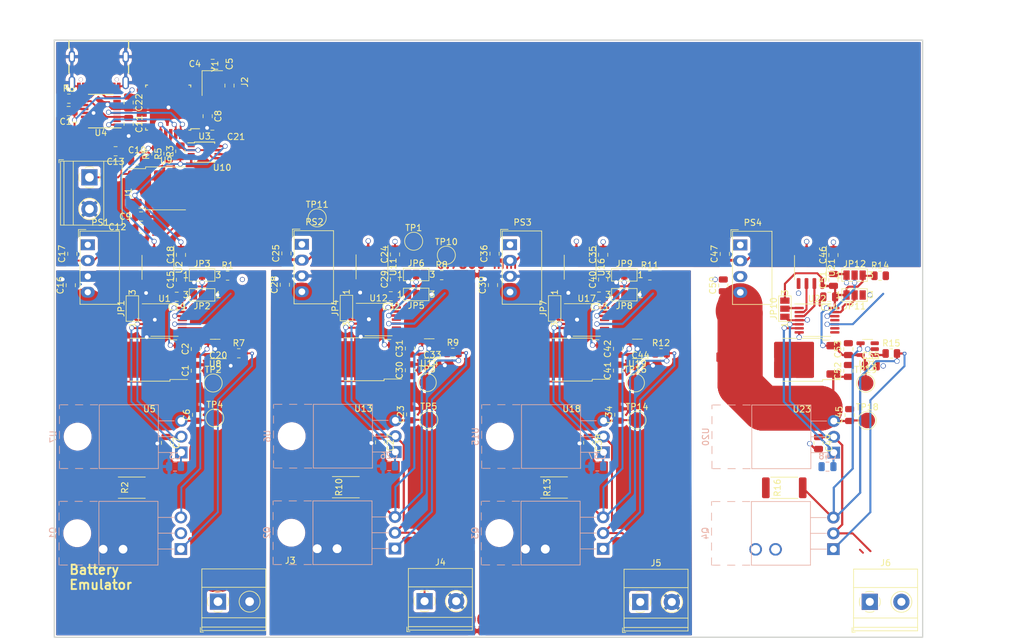
<source format=kicad_pcb>
(kicad_pcb (version 20221018) (generator pcbnew)
  (layers (0 "F.Cu" signal) (31 "B.Cu" power) (34 "B.Paste" user) (35 "F.Paste" user) (36 "B.SilkS" user "B.Silkscreen") (37 "F.SilkS" user "F.Silkscreen") (38 "B.Mask" user) (39 "F.Mask" user) (44 "Edge.Cuts" user))
  (net 0 "")
  (net 1 "/Cell_1/+9V_ISO")
  (net 2 "/Cell_1/GND_ISO")
  (net 3 "/Cell_1/+5V_ISO")
  (net 4 "Net-(U10-XTAL2{slash}PB7)")
  (net 5 "GND")
  (net 6 "Net-(U10-XTAL1{slash}PB6)")
  (net 7 "+5V")
  (net 8 "+12V")
  (net 9 "Net-(U4-3V3OUT)")
  (net 11 "/D+")
  (net 12 "/D-")
  (net 18 "/Cell_1/A0")
  (net 19 "/Cell_1/A1")
  (net 20 "/Cell_1/A2")
  (net 21 "Net-(Q1-Pad1)")
  (net 22 "Net-(U8A--)")
  (net 23 "Net-(U1-P0B)")
  (net 24 "/SDA")
  (net 25 "/SCL")
  (net 26 "Net-(U10-~{RESET}{slash}PC6)")
  (net 27 "Net-(U4-RESET#)")
  (net 28 "/SDA_cell_1-7")
  (net 30 "Net-(U10-PD2)")
  (net 31 "/SDA_cell_8-14")
  (net 32 "Net-(U10-PD3)")
  (net 33 "/RX")
  (net 35 "/TX")
  (net 60 "/Cell_1/SDA_ISO")
  (net 61 "/Cell_1/SCL_ISO")
  (net 62 "Net-(R7-Pad1)")
  (net 63 "Net-(U1-P1W)")
  (net 64 "/Cell_2/+9V_ISO")
  (net 65 "/Cell_2/GND_ISO")
  (net 66 "Net-(U12-P1W)")
  (net 67 "/Cell_2/COUT+")
  (net 68 "/Cell_2/+5V_ISO")
  (net 69 "/Cell_2/A0")
  (net 70 "/Cell_2/A1")
  (net 71 "/Cell_2/A2")
  (net 72 "Net-(Q2-Pad1)")
  (net 73 "Net-(U14A--)")
  (net 74 "Net-(U12-P0B)")
  (net 75 "Net-(R9-Pad1)")
  (net 76 "Net-(U1-P0W)")
  (net 77 "/Cell_2/SCL_ISO")
  (net 78 "/Cell_2/SDA_ISO")
  (net 79 "Net-(U12-P0W)")
  (net 81 "Net-(PS1--Vin)")
  (net 82 "Net-(PS2--Vin)")
  (net 83 "/Cell_3/+9V_ISO")
  (net 84 "/Cell_3/GND_ISO")
  (net 85 "Net-(PS3--Vin)")
  (net 86 "Net-(U15-ADJ)")
  (net 87 "/Cell_3/COUT+")
  (net 88 "/Cell_3/+5V_ISO")
  (net 89 "/Cell_3/A0")
  (net 90 "/Cell_3/A1")
  (net 91 "/Cell_3/A2")
  (net 92 "Net-(Q3-Pad1)")
  (net 93 "Net-(U19A--)")
  (net 94 "Net-(U17-P0B)")
  (net 95 "Net-(R12-Pad1)")
  (net 96 "/Cell_3/SCL_ISO")
  (net 97 "/Cell_3/SDA_ISO")
  (net 98 "Net-(U17-P0W)")
  (net 100 "/Cell_4/+9V_ISO")
  (net 101 "/Cell_4/GND_ISO")
  (net 102 "Net-(PS4--Vin)")
  (net 103 "Net-(U20-ADJ)")
  (net 104 "/Cell_4/COUT+")
  (net 105 "/Cell_4/+5V_ISO")
  (net 106 "/Cell_4/A0")
  (net 107 "/Cell_4/A1")
  (net 108 "/Cell_4/A2")
  (net 109 "Net-(Q4-Pad1)")
  (net 110 "Net-(U24A--)")
  (net 111 "Net-(U22-P0B)")
  (net 112 "Net-(R15-Pad1)")
  (net 113 "/Cell_4/SCL_ISO")
  (net 114 "/Cell_4/SDA_ISO")
  (net 115 "Net-(U22-P0W)")
  (footprint "Capacitor_SMD:C_0805_2012Metric" (layer "F.Cu") (at 59.515035 66.069725 90)
    (fp_text reference "C28")
    (fp_text value "10u")
  )
  (footprint "Capacitor_SMD:C_0805_2012Metric" (layer "F.Cu") (at 59.765035 61.019725 90)
    (fp_text reference "C25")
    (fp_text value "10u")
  )
  (footprint "Capacitor_SMD:C_0805_2012Metric" (layer "F.Cu") (at 110.669 61.249 90)
    (fp_text reference "C35")
    (fp_text value "100n")
  )
  (footprint "Capacitor_SMD:C_0805_2012Metric" (layer "F.Cu") (at 150.263535 87.019725 90)
    (fp_text reference "C45")
    (fp_text value "100n")
  )
  (footprint "Jumper:SolderJumper-3_P1.3mm_Open_Pad1.0x1.5mm_NumberLabels" (layer "F.Cu") (at 35.017 69.894 90)
    (fp_text reference "JP1")
    (fp_text value "Jumper")
  )
  (footprint "TerminalBlock_Phoenix:TerminalBlock_Phoenix_MKDS-1,5-2-5.08_1x02_P5.08mm_Horizontal" (layer "F.Cu") (at 116.619 117.079)
    (fp_text reference "J5")
    (fp_text value "Cell3_Vout")
  )
  (footprint "Resistor_SMD:R_0805_2012Metric" (layer "F.Cu") (at 38.867 44.994 90)
    (fp_text reference "R4")
    (fp_text value "10k")
  )
  (footprint "Capacitor_SMD:C_0805_2012Metric" (layer "F.Cu") (at 113.064 76.374 90)
    (fp_text reference "C42")
    (fp_text value "100n")
  )
  (footprint "Package_SO:SO-8_3.9x4.9mm_P1.27mm" (layer "F.Cu") (at 143.968535 63.294725 -90)
    (fp_text reference "U21")
    (fp_text value "ISO1640BDR")
  )
  (footprint "TestPoint:TestPoint_Pad_D2.5mm" (layer "F.Cu") (at 64.715035 55.319725)
    (fp_text reference "TP11")
    (fp_text value "12V")
  )
  (footprint "TestPoint:TestPoint_Pad_D2.5mm" (layer "F.Cu") (at 152.843535 81.889725)
    (fp_text reference "TP19")
    (fp_text value "5V_ISO")
  )
  (footprint "Resistor_SMD:R_0805_2012Metric" (layer "F.Cu") (at 119.964 77.074)
    (fp_text reference "R12")
    (fp_text value "47")
  )
  (footprint "Jumper:SolderJumper-3_P1.3mm_Open_Pad1.0x1.5mm_NumberLabels" (layer "F.Cu") (at 80.615035 67.619725 180)
    (fp_text reference "JP5")
    (fp_text value "Jumper")
  )
  (footprint "Capacitor_SMD:C_0805_2012Metric" (layer "F.Cu") (at 92.964 66.124 90)
    (fp_text reference "C39")
    (fp_text value "10u")
  )
  (footprint "Package_SO:SO-8_3.9x4.9mm_P1.27mm" (layer "F.Cu") (at 106.969 63.249 -90)
    (fp_text reference "U16")
    (fp_text value "ISO1640BDR")
  )
  (footprint "Crystal:Crystal_SMD_3225-4Pin_3.2x2.5mm" (layer "F.Cu") (at 47.867 33.644 -90)
    (fp_text reference "Y1")
    (fp_text value "Crystal_GND24")
  )
  (footprint "Jumper:SolderJumper-3_P1.3mm_Open_Pad1.0x1.5mm_NumberLabels" (layer "F.Cu") (at 151.063535 64.519725)
    (fp_text reference "JP12")
    (fp_text value "Jumper")
  )
  (footprint "Capacitor_SMD:C_0805_2012Metric" (layer "F.Cu") (at 34.417 40.194 -90)
    (fp_text reference "C11")
    (fp_text value "100n")
  )
  (footprint "Capacitor_SMD:C_0805_2012Metric" (layer "F.Cu") (at 74.815035 91.419725 -90)
    (fp_text reference "C27")
    (fp_text value "100n")
  )
  (footprint "Jumper:SolderJumper-3_P1.3mm_Open_Pad1.0x1.5mm_NumberLabels" (layer "F.Cu") (at 102.864 69.874 90)
    (fp_text reference "JP7")
    (fp_text value "Jumper")
  )
  (footprint "Capacitor_SMD:C_0805_2012Metric" (layer "F.Cu") (at 48.817 79.094)
    (fp_text reference "C20")
    (fp_text value "100n")
  )
  (footprint "Capacitor_SMD:C_0805_2012Metric" (layer "F.Cu") (at 36.417 57.094)
    (fp_text reference "C12")
    (fp_text value "10u")
  )
  (footprint "Package_SO:TSSOP-14_4.4x5mm_P0.65mm" (layer "F.Cu") (at 108.0265 71.724)
    (fp_text reference "U17")
    (fp_text value "MCP4651T-103E_ST")
  )
  (footprint "Capacitor_SMD:C_0805_2012Metric" (layer "F.Cu") (at 147.668535 65.294725 90)
    (fp_text reference "C51")
    (fp_text value "100n")
  )
  (footprint "Capacitor_SMD:C_0805_2012Metric" (layer "F.Cu") (at 45.417 86.994 90)
    (fp_text reference "C6")
    (fp_text value "100n")
  )
  (footprint "Capacitor_SMD:C_0805_2012Metric" (layer "F.Cu") (at 153.663535 79.119725)
    (fp_text reference "C55")
    (fp_text value "100n")
  )
  (footprint "Jumper:SolderJumper-3_P1.3mm_Open_Pad1.0x1.5mm_NumberLabels" (layer "F.Cu") (at 46.217 64.494)
    (fp_text reference "JP3")
    (fp_text value "Jumper")
  )
  (footprint "Package_TO_SOT_SMD:TO-252-2" (layer "F.Cu") (at 105.599 78.099 180)
    (fp_text reference "U18")
    (fp_text value "KA78M05_TO252")
  )
  (footprint "Package_SO:TSSOP-8_3x3mm_P0.65mm" (layer "F.Cu") (at 46.617 44.744)
    (fp_text reference "U3")
    (fp_text value "74AHC2G125DP,125")
  )
  (footprint "Package_TO_SOT_SMD:SOT-23-5" (layer "F.Cu") (at 82.715035 76.319725 180)
    (fp_text reference "U14")
    (fp_text value "MCP6001UT-I/OT")
  )
  (footprint "Jumper:SolderJumper-3_P1.3mm_Open_Pad1.0x1.5mm_NumberLabels" (layer "F.Cu") (at 80.615035 64.419725)
    (fp_text reference "JP6")
    (fp_text value "Jumper")
  )
  (footprint "Package_SO:SO-8_3.9x4.9mm_P1.27mm" (layer "F.Cu") (at 39.122 63.269 -90)
    (fp_text reference "U2")
    (fp_text value "ISO1640BDR")
  )
  (footprint "Capacitor_SMD:C_0805_2012Metric" (layer "F.Cu") (at 79.615035 76.319725 90)
    (fp_text reference "C31")
    (fp_text value "100n")
  )
  (footprint "Capacitor_SMD:C_0805_2012Metric" (layer "F.Cu") (at 77.220035 61.194725 90)
    (fp_text reference "C24")
    (fp_text value "100n")
  )
  (footprint "Capacitor_SMD:C_0805_2012Metric" (layer "F.Cu") (at 34.4145 36.759 -90)
    (fp_text reference "C22")
    (fp_text value "100n")
  )
  (footprint "Capacitor_SMD:C_0805_2012Metric" (layer "F.Cu") (at 45.217 79.894 90)
    (fp_text reference "C1")
    (fp_text value "100n")
  )
  (footprint "Package_QFP:TQFP-32_7x7mm_P0.8mm" (layer "F.Cu") (at 40.7745 37.579 180)
    (fp_text reference "U10")
    (fp_text value "ATmega328PB-A")
  )
  (footprint "Resistor_SMD:R_0805_2012Metric" (layer "F.Cu") (at 156.963535 77.119725)
    (fp_text reference "R15")
    (fp_text value "47")
  )
  (footprint "Resistor_SMD:R_2512_6332Metric" (layer "F.Cu") (at 139.763535 98.719725 180)
    (fp_text reference "R16")
    (fp_text value "0.5m")
  )
  (footprint "Package_TO_SOT_SMD:TO-252-2" (layer "F.Cu") (at 142.598535 78.144725 180)
    (fp_text reference "U23")
    (fp_text value "KA78M05_TO252")
  )
  (footprint "Capacitor_SMD:C_0805_2012Metric" (layer "F.Cu") (at 76.540035 67.919725 180)
    (fp_text reference "C32")
    (fp_text value "100n")
  )
  (footprint "Capacitor_SMD:C_0805_2012Metric" (layer "F.Cu") (at 129.963535 66.169725 90)
    (fp_text reference "C50")
    (fp_text value "10u")
  )
  (footprint "TestPoint:TestPoint_Pad_D2.5mm" (layer "F.Cu") (at 82.395035 81.789725)
    (fp_text reference "TP3")
    (fp_text value "5V_ISO")
  )
  (footprint "Package_TO_SOT_SMD:TO-252-2" (layer "F.Cu") (at 37.752 78.119 180)
    (fp_text reference "U5")
    (fp_text value "KA78M05_TO252")
  )
  (footprint "TestPoint:TestPoint_Pad_D2.5mm" (layer "F.Cu") (at 47.997 81.864)
    (fp_text reference "TP2")
    (fp_text value "5V_ISO")
  )
  (footprint "Capacitor_SMD:C_0805_2012Metric" (layer "F.Cu") (at 47.917 30.544)
    (fp_text reference "C4")
    (fp_text value "22p")
  )
  (footprint "Package_TO_SOT_SMD:SOT-23-5" (layer "F.Cu") (at 48.317 76.394 180)
    (fp_text reference "U8")
    (fp_text value "MCP6001UT-I/OT")
  )
  (footprint "Resistor_SMD:R_2512_6332Metric" (layer "F.Cu") (at 34.917 98.694 180)
    (fp_text reference "R2")
    (fp_text value "0.5m")
  )
  (footprint "Package_SO:TSSOP-14_4.4x5mm_P0.65mm" (layer "F.Cu") (at 74.577535 71.669725)
    (fp_text reference "U12")
    (fp_text value "MCP4651T-103E_ST")
  )
  (footprint "TerminalBlock_Phoenix:TerminalBlock_Phoenix_MKDS-1,5-2-5.08_1x02_P5.08mm_Horizontal" (layer "F.Cu") (at 28.117 48.794 -90)
    (fp_text reference "J1")
    (fp_text value "Vin")
  )
  (footprint "TestPoint:TestPoint_Pad_D2.5mm" (layer "F.Cu") (at 48.247 87.5)
    (fp_text reference "TP4")
    (fp_text value "9V_ISO")
  )
  (footprint "Jumper:SolderJumper-3_P1.3mm_Open_Pad1.0x1.5mm_NumberLabels" (layer "F.Cu") (at 69.415035 69.819725 90)
    (fp_text reference "JP4")
    (fp_text value "Jumper")
  )
  (footprint "Capacitor_SMD:C_0805_2012Metric" (layer "F.Cu") (at 113.064 79.874 90)
    (fp_text reference "C41")
    (fp_text value "100n")
  )
  (footprint "TestPoint:TestPoint_Pad_D2.5mm" (layer "F.Cu") (at 115.844 81.844)
    (fp_text reference "TP15")
    (fp_text value "5V_ISO")
  )
  (footprint "Capacitor_SMD:C_0805_2012Metric" (layer "F.Cu") (at 36.417 55.094)
    (fp_text reference "C9")
    (fp_text value "100n")
  )
  (footprint "Resistor_SMD:R_0805_2012Metric" (layer "F.Cu") (at 52.117 77.094)
    (fp_text reference "R7")
    (fp_text value "47")
  )
  (footprint "Capacitor_SMD:C_0805_2012Metric" (layer "F.Cu") (at 32.317 44.594 180)
    (fp_text reference "C13")
    (fp_text value "10u")
  )
  (footprint "TerminalBlock_Phoenix:TerminalBlock_Phoenix_MKDS-1,5-2-5.08_1x02_P5.08mm_Horizontal" (layer "F.Cu") (at 153.506035 117.055)
    (fp_text reference "J6")
    (fp_text value "Cell4_Vout")
  )
  (footprint "Package_SO:SO-8_3.9x4.9mm_P1.27mm" (layer "F.Cu") (at 73.520035 63.194725 -90)
    (fp_text reference "U11")
    (fp_text value "ISO1640BDR")
  )
  (footprint "Capacitor_SMD:C_0805_2012Metric" (layer "F.Cu") (at 145.263535 91.519725 -90)
    (fp_text reference "C49")
    (fp_text value "100n")
  )
  (footprint "Capacitor_SMD:C_0805_2012Metric" (layer "F.Cu") (at 108.264 91.474 -90)
    (fp_text reference "C38")
    (fp_text value "100n")
  )
  (footprint "Resistor_SMD:R_0805_2012Metric" (layer "F.Cu") (at 118.164 64.574)
    (fp_text reference "R11")
    (fp_text value "780k")
  )
  (footprint "Resistor_SMD:R_0805_2012Metric" (layer "F.Cu") (at 40.817 44.994 90)
    (fp_text reference "R5")
    (fp_text value "10k")
  )
  (footprint "Capacitor_SMD:C_0805_2012Metric" (layer "F.Cu") (at 77.220035 65.194725 90)
    (fp_text reference "C29")
    (fp_text value "100n")
  )
  (footprint "Package_TO_SOT_SMD:TO-252-2" (layer "F.Cu") (at 72.150035 78.044725 180)
    (fp_text reference "U13")
    (fp_text value "KA78M05_TO252")
  )
  (footprint "Capacitor_SMD:C_0805_2012Metric" (layer "F.Cu") (at 113.264 86.974 90)
    (fp_text reference "C34")
    (fp_text value "100n")
  )
  (footprint "Capacitor_SMD:C_0805_2012Metric" (layer "F.Cu") (at 83.215035 79.019725)
    (fp_text reference "C33")
    (fp_text value "100n")
  )
  (footprint "Capacitor_SMD:C_0805_2012Metric" (layer "F.Cu") (at 110.669 65.249 90)
    (fp_text reference "C40")
    (fp_text value "100n")
  )
  (footprint "Jumper:SolderJumper-3_P1.3mm_Open_Pad1.0x1.5mm_NumberLabels" (layer "F.Cu") (at 46.217 67.694 180)
    (fp_text reference "JP2")
    (fp_text value "Jumper")
  )
  (footprint "Capacitor_SMD:C_0805_2012Metric" (layer "F.Cu") (at 147.668535 61.294725 90)
    (fp_text reference "C46")
    (fp_text value "100n")
  )
  (footprint "TestPoint:TestPoint_Pad_D2.5mm" (layer "F.Cu") (at 82.645035 87.789725)
    (fp_text reference "TP5")
    (fp_text value "9V_ISO")
  )
  (footprint "Capacitor_SMD:C_0805_2012Metric" (layer "F.Cu") (at 93.214 61.074 90)
    (fp_text reference "C36")
    (fp_text value "10u")
  )
  (footprint "Converter_DCDC:Converter_DCDC_Murata_MEE1SxxxxSC_THT" (layer "F.Cu") (at 132.696035 59.668225)
    (fp_text reference "PS4")
    (fp_text value "MEE1S1209SC")
  )
  (footprint "Capacitor_SMD:C_0805_2012Metric" (layer "F.Cu") (at 24.767 38.144 180)
    (fp_text reference "C14")
    (fp_text value "100n")
  )
  (footprint "Resistor_SMD:R_2512_6332Metric" (layer "F.Cu") (at 102.764 98.674 180)
    (fp_text reference "R13")
    (fp_text value "0.5m")
  )
  (footprint "TestPoint:TestPoint_Pad_D2.5mm" (layer "F.Cu") (at 85.465035 61.319725)
    (fp_text reference "TP10")
    (fp_text value "GND")
  )
  (footprint "Resistor_SMD:R_0805_2012Metric" (layer "F.Cu") (at 155.163535 64.619725)
    (fp_text reference "R14")
    (fp_text value "780k")
  )
  (footprint "Converter_DCDC:Converter_DCDC_Murata_MEE1SxxxxSC_THT" (layer "F.Cu") (at 62.247535 59.568225)
    (fp_text reference "PS2")
    (fp_text value "MEE1S1209SC")
  )
  (footprint "Capacitor_SMD:C_0805_2012Metric" (layer "F.Cu") (at 40.417 91.494 -90)
    (fp_text reference "C7")
    (fp_text value "100n")
  )
  (footprint "Package_SO:TSSOP-14_4.4x5mm_P0.65mm" (layer "F.Cu") (at 40.1795 71.744)
    (fp_text reference "U1")
    (fp_text value "MCP4651T-103E_ST")
  )
  (footprint "Package_TO_SOT_SMD:SOT-23-5" (layer "F.Cu") (at 116.164 76.374 180)
    (fp_text reference "U19")
    (fp_text value "MCP6001UT-I/OT")
  )
  (footprint "Package_SO:TSSOP-14_4.4x5mm_P0.65mm" (layer "F.Cu") (at 145.026035 71.769725)
    (fp_text reference "U22")
    (fp_text value "MCP4651T-103E_ST")
  )
  (footprint "Capacitor_SMD:C_0805_2012Metric" (layer "F.Cu") (at 79.815035 86.919725 90)
    (fp_text reference "C23")
    (fp_text value "100n")
  )
  (footprint "Capacitor_SMD:C_0805_2012Metric" (layer "F.Cu") (at 50.617 34.044 90)
    (fp_text reference "C5")
    (fp_text value "22p")
  )
  (footprint "Capacitor_SMD:C_0805_2012Metric" (layer "F.Cu") (at 79.615035 79.819725 90)
    (fp_text reference "C30")
    (fp_text value "100n")
  )
  (footprint "Jumper:SolderJumper-3_P1.3mm_Open_Pad1.0x1.5mm_NumberLabels" (layer "F.Cu") (at 114.064 64.474)
    (fp_text reference "JP9")
    (fp_text value "Jumper")
  )
  (footprint "Resistor_SMD:R_0805_2012Metric" (layer "F.Cu") (at 50.317 64.594)
    (fp_text reference "R1")
    (fp_text value "780k")
  )
  (footprint "TerminalBlock_Phoenix:TerminalBlock_Phoenix_MKDS-1,5-2-5.08_1x02_P5.08mm_Horizontal" (layer "F.Cu") (at 81.965035 116.950725)
    (fp_text reference "J4")
    (fp_text value "Cell2_Vout")
  )
  (footprint "Resistor_SMD:R_2512_6332Metric" (layer "F.Cu") (at 69.315035 98.619725 180)
    (fp_text reference "R10")
    (fp_text value "0.5m")
  )
  (footprint "Capacitor_SMD:C_0805_2012Metric" (layer "F.Cu") (at 130.213535 61.119725 90)
    (fp_text reference "C47")
    (fp_text value "10u")
  )
  (footprint "Capacitor_SMD:C_0805_2012Metric" (layer "F.Cu") (at 47.1145 38.959 -90)
    (fp_text reference "C8")
    (fp_text value "100n")
  )
  (footprint "Capacitor_SMD:C_0805_2012Metric" (layer "F.Cu") (at 150.063535 76.419725 90)
    (fp_text reference "C53")
    (fp_text value "100n")
  )
  (footprint "TerminalBlock_Phoenix:TerminalBlock_Phoenix_MKDS-1,5-2-5.08_1x02_P5.08mm_Horizontal" (layer "F.Cu") (at 48.773 117.02)
    (fp_text reference "J3")
    (fp_text value "Cell1_Vout")
  )
  (footprint "Capacitor_SMD:C_0805_2012Metric" (layer "F.Cu") (at 150.063535 79.919725 90)
    (fp_text reference "C52")
    (fp_text value "100n")
  )
  (footprint "Capacitor_SMD:C_0805_2012Metric" (layer "F.Cu") (at 146.988535 68.019725 180)
    (fp_text reference "C54")
    (fp_text value "100n")
  )
  (footprint "Capacitor_SMD:C_0805_2012Metric" (layer "F.Cu") (at 35.767 46.094)
    (fp_text reference "C10")
    (fp_text value "100n")
  )
  (footprint "Converter_DCDC:Converter_DCDC_Murata_MEE1SxxxxSC_THT" (layer "F.Cu") (at 95.6965 59.6225)
    (fp_text reference "PS3")
    (fp_text value "MEE1S1209SC")
  )
  (footprint "TestPoint:TestPoint_Pad_D2.5mm" (layer "F.Cu") (at 116.094 87.844)
    (fp_text reference "TP14")
    (fp_text value "9V_ISO")
  )
  (footprint "Package_SO:SSOP-16_3.9x4.9mm_P0.635mm" (layer "F.Cu") (at 29.947 38.1215 180)
    (fp_text reference "U4")
    (fp_text value "FT230XS-R")
  )
  (footprint "Capacitor_SMD:C_0805_2012Metric" (layer "F.Cu") (at 42.822 61.269 90)
    (fp_text reference "C18")
    (fp_text value "100n")
  )
  (footprint "Package_TO_SOT_SMD:TO-252-2" (layer "F.Cu") (at 40.457 50.574)
    (fp_text reference "U9")
    (fp_text value "KA78M05_TO252")
  )
  (footprint "Resistor_SMD:R_0805_2012Metric" (layer "F.Cu") (at 42.717 44.6065 90)
    (fp_text reference "R3")
    (fp_text value "10k")
  )
  (footprint "Resistor_SMD:R_0805_2012Metric" (layer "F.Cu") (at 86.515035 77.019725)
    (fp_text reference "R9")
    (fp_text value "47")
  )
  (footprint "Jumper:SolderJumper-3_P1.3mm_Open_Pad1.0x1.5mm_NumberLabels" (layer "F.Cu") (at 114.064 67.674 180)
    (fp_text reference "JP8")
    (fp_text value "Jumper")
  )
  (footprint "TestPoint:TestPoint_Pad_D2.5mm" (layer "F.Cu") (at 80.215035 59.069725)
    (fp_text reference "TP1")
    (fp_text value "5V")
  )
  (footprint "Capacitor_SMD:C_0805_2012Metric" (layer "F.Cu") (at 42.142 67.994 180)
    (fp_text reference "C19")
    (fp_text value "100n")
  )
  (footprint "Package_TO_SOT_SMD:SOT-23-5" (layer "F.Cu") (at 153.163535 76.419725 180)
    (fp_text reference "U24")
    (fp_text value "MCP6001UT-I/OT")
  )
  (footprint "Capacitor_SMD:C_0805_2012Metric" (layer "F.Cu") (at 42.822 65.269 90)
    (fp_text reference "C15")
    (fp_text value "100n")
  )
  (footprint "Capacitor_SMD:C_0805_2012Metric" (layer "F.Cu") (at 109.989 67.974 180)
    (fp_text reference "C43")
    (fp_text value "100n")
  )
  (footprint "Resistor_SMD:R_0805_2012Metric" (layer "F.Cu") (at 84.715035 64.519725)
    (fp_text reference "R8")
    (fp_text value "780k")
  )
  (footprint "Capacitor_SMD:C_0805_2012Metric" (layer "F.Cu") (at 47.867 41.944 180)
    (fp_text reference "C21")
    (fp_text value "100n")
  )
  (footprint "TestPoint:TestPoint_Pad_D2.5mm" (layer "F.Cu") (at 153.093535 87.889725)
    (fp_text reference "TP18")
    (fp_text value "9V_ISO")
  )
  (footprint "Capacitor_SMD:C_0805_2012Metric" (layer "F.Cu") (at 25.117 66.144 90)
    (fp_text reference "C16")
    (fp_text value "10u")
  )
  (footprint "Capacitor_SMD:C_0805_2012Metric" (layer "F.Cu") (at 25.367 61.094 90)
    (fp_text reference "C17")
    (fp_text value "10u")
  )
  (footprint "Resistor_SMD:R_0805_2012Metric" (layer "F.Cu") (at 24.817 36.144)
    (fp_text reference "R6")
    (fp_text value "10k")
  )
  (footprint "Converter_DCDC:Converter_DCDC_Murata_MEE1SxxxxSC_THT" (layer "F.Cu") (at 27.8495 59.6425)
    (fp_text reference "PS1")
    (fp_text value "MEE1S1209SC")
  )
  (footprint "Capacitor_SMD:C_0805_2012Metric" (layer "F.Cu") (at 116.664 79.074)
    (fp_text reference "C44")
    (fp_text value "100n")
  )
  (footprint "Jumper:SolderJumper-3_P1.3mm_Open_Pad1.0x1.5mm_NumberLabels" (layer "F.Cu") (at 139.863535 69.919725 90)
    (fp_text reference "JP10")
    (fp_text value "Jumper")
  )
  (footprint "PR7_Custom_Footprints:GCT_USB4105-GF-A-060" (layer "F.Cu") (at 29.617 29.389 180)
    (fp_text reference "J2")
    (fp_text value "USB4105-GF-A-060")
  )
  (footprint "Jumper:SolderJumper-3_P1.3mm_Open_Pad1.0x1.5mm_NumberLabels" (layer "F.Cu") (at 151.063535 67.719725 180)
    (fp_text reference "JP11")
    (fp_text value "Jumper")
  )
  (footprint "Capacitor_SMD:C_0805_2012Metric" (layer "F.Cu") (at 45.217 76.394 90)
    (fp_text reference "C2")
    (fp_text value "100n")
  )
  (footprint "Package_TO_SOT_THT:TO-220-3_Horizontal_TabUp" (layer "B.Cu") (at 42.877 93.034 90)
    (fp_text reference "U7")
    (fp_text value "LM317_TO-220")
  )
  (footprint "Package_TO_SOT_THT:TO-220-3_Horizontal_TabUp" (layer "B.Cu") (at 147.659535 108.585725 90)
    (fp_text reference "Q4")
    (fp_text value "IRFB7545PBF")
  )
  (footprint "Package_TO_SOT_THT:TO-220-3_Horizontal_TabUp" (layer "B.Cu") (at 77.211035 108.485725 90)
    (fp_text reference "Q2")
    (fp_text value "IRFB7545PBF")
  )
  (footprint "Package_TO_SOT_THT:TO-220-3_Horizontal_TabUp" (layer "B.Cu") (at 42.813 108.56 90)
    (fp_text reference "Q1")
    (fp_text value "IRFB7545PBF")
  )
  (footprint "Capacitor_SMD:C_0805_2012Metric" (layer "B.Cu") (at 41.867 95.294 180)
    (fp_text reference "C3")
    (fp_text value "100n")
  )
  (footprint "Package_TO_SOT_THT:TO-220-3_Horizontal_TabUp" (layer "B.Cu") (at 147.723535 93.059725 90)
    (fp_text reference "U20")
    (fp_text value "LM317_TO-220")
  )
  (footprint "Package_TO_SOT_THT:TO-220-3_Horizontal_TabUp" (layer "B.Cu") (at 110.66 108.54 90)
    (fp_text reference "Q3")
    (fp_text value "IRFB7545PBF")
  )
  (footprint "Capacitor_SMD:C_0805_2012Metric" (layer "B.Cu") (at 109.714 95.274 180)
    (fp_text reference "C37")
    (fp_text value "100n")
  )
  (footprint "Capacitor_SMD:C_0805_2012Metric" (layer "B.Cu") (at 76.265035 95.219725 180)
    (fp_text reference "C26")
    (fp_text value "100n")
  )
  (footprint "Package_TO_SOT_THT:TO-220-3_Horizontal_TabUp" (layer "B.Cu") (at 77.275035 92.959725 90)
    (fp_text reference "U6")
    (fp_text value "LM317_TO-220")
  )
  (footprint "Package_TO_SOT_THT:TO-220-3_Horizontal_TabUp" (layer "B.Cu") (at 110.724 93.014 90)
    (fp_text reference "U15")
    (fp_text value "LM317_TO-220")
  )
  (footprint "Capacitor_SMD:C_0805_2012Metric" (layer "B.Cu") (at 146.713535 95.319725 180)
    (fp_text reference "C48")
    (fp_text value "100n")
  )
  (gr_rect (start 22.467 26.729) (end 162 122.75) (stroke (width 0.2)) (fill none) (layer "Edge.Cuts"))
  (gr_text "Battery\nEmulator" (at 24.717 115.194) (layer "F.SilkS") (effects (font (size 1.5 1.5) (thickness 0.3) bold) (justify left bottom)))
  (dimension (type aligned) (layer "F.Cu") (pts (xy 90 120.5) (xy 90.75 120.5)) (height 1.25) (gr_text "0.7500 mm" (at 90.375 119.95) (layer "F.Cu") (effects (font (size 1.5 1.5) (thickness 0.3)))) (format (prefix "") (suffix "") (units 3) (units_format 1) (precision 4)) (style (thickness 0.2) (arrow_length 1.27) (text_position_mode 0) (extension_height 0.58642) (extension_offset 0.5) keep_text_aligned))
  (dimension (type aligned) (layer "F.Cu") (pts (xy 90 63.25) (xy 90.75 63.25)) (height 1.25) (gr_text "0.7500 mm" (at 90.375 62.7) (layer "F.Cu") (effects (font (size 1.5 1.5) (thickness 0.3)))) (format (prefix "") (suffix "") (units 3) (units_format 1) (precision 4)) (style (thickness 0.2) (arrow_length 1.27) (text_position_mode 0) (extension_height 0.58642) (extension_offset 0.5) keep_text_aligned))
  (segment (start 48.17 111.5) (end 48.17 95.42) (width 7.2) (layer "F.Cu") (net 0))
  (segment (start 48.59 111.92) (end 48.17 111.5) (width 7.2) (layer "F.Cu") (net 0))
  (segment (start 48.17 95.42) (end 47.75 95) (width 7.2) (layer "F.Cu") (net 0))
  (segment (start 48.773 111.92) (end 48.59 111.92) (width 7.2) (layer "F.Cu") (net 0))
  (segment (start 47.75 95) (end 47.75 92.914) (width 7.2) (layer "F.Cu") (net 0))
  (segment (start 42.792 80.399) (end 43.237 80.844) (width 0.3) (layer "F.Cu") (net 1))
  (segment (start 45.497 87.864) (end 45.417 87.944) (width 0.3) (layer "F.Cu") (net 1))
  (segment (start 42.877 80.484) (end 42.792 80.399) (width 0.3) (layer "F.Cu") (net 1))
  (segment (start 27.817 82.194) (end 27.8525 82.1585) (width 7.2) (layer "F.Cu") (net 1))
  (segment (start 42.877 87.954) (end 42.752 87.954) (width 0.3) (layer "F.Cu") (net 1))
  (segment (start 48.247 87.864) (end 45.497 87.864) (width 0.3) (layer "F.Cu") (net 1))
  (segment (start 42.792 83.794) (end 40.692 85.894) (width 0.3) (layer "F.Cu") (net 1))
  (segment (start 42.917 88.094) (end 42.877 88.054) (width 0.3) (layer "F.Cu") (net 1))
  (segment (start 43.237 80.844) (end 45.217 80.844) (width 0.3) (layer "F.Cu") (net 1))
  (segment (start 42.792 80.399) (end 42.792 83.794) (width 0.3) (layer "F.Cu") (net 1))
  (segment (start 45.417 87.944) (end 45.407 87.954) (width 0.3) (layer "F.Cu") (net 1))
  (segment (start 45.407 87.954) (end 42.877 87.954) (width 0.3) (layer "F.Cu") (net 1))
  (segment (start 42.752 87.954) (end 40.692 85.894) (width 0.3) (layer "F.Cu") (net 1))
  (segment (start 27.8525 82.1585) (end 27.8525 70.6025) (width 7.2) (layer "F.Cu") (net 1))
  (segment (start 31.517 85.894) (end 40.692 85.894) (width 7.2) (layer "F.Cu") (net 1))
  (segment (start 27.681 67.094) (end 27.8495 67.2625) (width 0.3) (layer "F.Cu") (net 1))
  (segment (start 25.117 67.094) (end 27.681 67.094) (width 0.3) (layer "F.Cu") (net 1))
  (segment (start 27.837 67.094) (end 27.8495 67.1065) (width 0.3) (layer "F.Cu") (net 1))
  (segment (start 27.5 70.25) (end 27.8525 70.6025) (width 7.2) (layer "F.Cu") (net 1))
  (segment (start 27.817 82.194) (end 31.517 85.894) (width 7.2) (layer "F.Cu") (net 1))
  (segment (start 42.822 64.319) (end 44.742 64.319) (width 0.3) (layer "F.Cu") (net 2))
  (segment (start 35.567 71.744) (end 37.317 71.744) (width 0.3) (layer "F.Cu") (net 2))
  (segment (start 37.317 73.694) (end 37.317 74.494) (width 0.3) (layer "F.Cu") (net 2))
  (segment (start 41.192 67.994) (end 40.617 68.569) (width 0.3) (layer "F.Cu") (net 2))
  (segment (start 35.017 71.194) (end 35.567 71.744) (width 0.3) (layer "F.Cu") (net 2))
  (segment (start 38.567 71.744) (end 38.617 71.694) (width 0.3) (layer "F.Cu") (net 2))
  (segment (start 39.867 92.444) (end 39.017 91.594) (width 0.3) (layer "F.Cu") (net 2))
  (segment (start 44.917 65.694) (end 44.917 64.494) (width 0.3) (layer "F.Cu") (net 2))
  (segment (start 37.317 71.744) (end 38.567 71.744) (width 0.3) (layer "F.Cu") (net 2))
  (segment (start 40.617 68.569) (end 40.617 69.394) (width 0.3) (layer "F.Cu") (net 2))
  (segment (start 44.742 64.319) (end 44.917 64.494) (width 0.3) (layer "F.Cu") (net 2))
  (segment (start 40.417 92.444) (end 39.867 92.444) (width 0.3) (layer "F.Cu") (net 2))
  (via (at 50.817 79.094) (size 0.8) (drill 0.6) (layers "F.Cu" "B.Cu") (net 2))
  (via (at 37.317 74.494) (size 0.8) (drill 0.6) (layers "F.Cu" "B.Cu") (net 2))
  (via (at 37.217 67.394) (size 0.8) (drill 0.6) (layers "F.Cu" "B.Cu") (net 2))
  (via (at 48.317 76.394) (size 0.8) (drill 0.6) (layers "F.Cu" "B.Cu") (net 2))
  (via (at 33.517 108.594) (size 2) (drill 1.4) (layers "F.Cu" "B.Cu") (net 2))
  (via (at 38.617 71.694) (size 0.8) (drill 0.6) (layers "F.Cu" "B.Cu") (net 2))
  (via (at 44.917 65.694) (size 0.8) (drill 0.6) (layers "F.Cu" "B.Cu") (net 2))
  (via (at 48.687 67.694) (size 0.8) (drill 0.6) (layers "F.Cu" "B.Cu") (net 2))
  (via (at 23.817 65.194) (size 0.8) (drill 0.6) (layers "F.Cu" "B.Cu") (net 2))
  (via (at 30.317 108.594) (size 2) (drill 1.4) (layers "F.Cu" "B.Cu") (net 2))
  (via (at 39.017 91.594) (size 0.8) (drill 0.6) (layers "F.Cu" "B.Cu") (net 2))
  (segment (start 36.717 64.194) (end 40.217 64.194) (width 0.3) (layer "F.Cu") (net 3))
  (segment (start 44.297 77.344) (end 42.792 75.839) (width 0.3) (layer "F.Cu") (net 3))
  (segment (start 35.017 68.594) (end 35.017 65.894) (width 0.3) (layer "F.Cu") (net 3))
  (segment (start 43.042 69.794) (end 43.042 68.044) (width 0.3) (layer "F.Cu") (net 3))
  (segment (start 44.917 67.694) (end 43.392 67.694) (width 0.3) (layer "F.Cu") (net 3))
  (segment (start 47.997 79.671107) (end 48.220554 79.447553) (width 0.3) (layer "F.Cu") (net 3))
  (segment (start 47.867 78.0315) (end 47.1795 77.344) (width 0.3) (layer "F.Cu") (net 3))
  (segment (start 43.042 68.044) (end 43.092 67.994) (width 0.3) (layer "F.Cu") (net 3))
  (segment (start 41.027 65.004) (end 41.027 65.844) (width 0.3) (layer "F.Cu") (net 3))
  (segment (start 41.717 69.794) (end 43.042 69.794) (width 0.3) (layer "F.Cu") (net 3))
  (segment (start 45.217 77.344) (end 47.1795 77.344) (width 0.3) (layer "F.Cu") (net 3))
  (segment (start 45.217 77.344) (end 44.297 77.344) (width 0.3) (layer "F.Cu") (net 3))
  (segment (start 47.867 79.094) (end 47.867 78.0315) (width 0.3) (layer "F.Cu") (net 3))
  (segment (start 43.092 67.994) (end 43.092 66.489) (width 0.3) (layer "F.Cu") (net 3))
  (segment (start 46.717 66.344) (end 45.217 66.344) (width 0.3) (layer "F.Cu") (net 3))
  (segment (start 44.917 66.644) (end 44.917 67.694) (width 0.3) (layer "F.Cu") (net 3))
  (segment (start 42.792 75.839) (end 41.162 75.839) (width 0.3) (layer "F.Cu") (net 3))
  (segment (start 47.517 64.494) (end 47.517 65.544) (width 0.3) (layer "F.Cu") (net 3))
  (segment (start 43.392 67.694) (end 43.092 67.994) (width 0.3) (layer "F.Cu") (net 3))
  (segment (start 49.4045 64.594) (end 47.617 64.594) (width 0.3) (layer "F.Cu") (net 3))
  (segment (start 40.217 64.194) (end 41.027 65.004) (width 0.3) (layer "F.Cu") (net 3))
  (segment (start 43.092 66.489) (end 42.822 66.219) (width 0.3) (layer "F.Cu") (net 3))
  (segment (start 47.997 81.864) (end 47.997 79.671107) (width 0.3) (layer "F.Cu") (net 3))
  (segment (start 35.017 65.894) (end 36.717 64.194) (width 0.3) (layer "F.Cu") (net 3))
  (segment (start 41.402 66.219) (end 41.027 65.844) (width 0.3) (layer "F.Cu") (net 3))
  (segment (start 45.217 66.344) (end 44.917 66.644) (width 0.3) (layer "F.Cu") (net 3))
  (segment (start 47.517 65.544) (end 46.717 66.344) (width 0.3) (layer "F.Cu") (net 3))
  (segment (start 47.617 64.594) (end 47.517 64.494) (width 0.3) (layer "F.Cu") (net 3))
  (segment (start 41.162 75.839) (end 41.117 75.794) (width 0.3) (layer "F.Cu") (net 3))
  (segment (start 42.822 66.219) (end 41.402 66.219) (width 0.3) (layer "F.Cu") (net 3))
  (via (at 41.717 69.794) (size 0.8) (drill 0.6) (layers "F.Cu" "B.Cu") (net 3))
  (via (at 41.117 75.794) (size 0.8) (drill 0.6) (layers "F.Cu" "B.Cu") (net 3))
  (segment (start 41.717 69.794) (end 40.917 70.594) (width 0.3) (layer "B.Cu") (net 3))
  (segment (start 40.917 70.594) (end 40.917 75.594) (width 0.3) (layer "B.Cu") (net 3))
  (segment (start 40.917 75.594) (end 41.117 75.794) (width 0.3) (layer "B.Cu") (net 3))
  (segment (start 45.0245 34.779) (end 45.0245 34.5365) (width 0.3) (layer "F.Cu") (net 4))
  (segment (start 46.967 32.494) (end 47.017 32.544) (width 0.3) (layer "F.Cu") (net 4))
  (segment (start 45.0245 34.5365) (end 47.017 32.544) (width 0.3) (layer "F.Cu") (net 4))
  (segment (start 46.967 30.544) (end 46.967 32.494) (width 0.3) (layer "F.Cu") (net 4))
  (segment (start 34.6845 37.979) (end 36.5245 37.979) (width 0.3) (layer "F.Cu") (net 5))
  (segment (start 32.547 37.804) (end 34.3195 37.804) (width 0.3) (layer "F.Cu") (net 5))
  (segment (start 31.017 37.094) (end 31.727 37.804) (width 0.3) (layer "F.Cu") (net 5))
  (segment (start 48.717 32.744) (end 48.717 32.544) (width 0.3) (layer "F.Cu") (net 5))
  (segment (start 32.817 34.144) (end 33.362 34.144) (width 0.3) (layer "F.Cu") (net 5))
  (segment (start 26.417 34.144) (end 25.872 34.144) (width 0.3) (layer "F.Cu") (net 5))
  (segment (start 47.017 34.444) (end 48.717 32.744) (width 0.3) (layer "F.Cu") (net 5))
  (segment (start 36.717 46.494) (end 37.717 47.494) (width 0.3) (layer "F.Cu") (net 5))
  (segment (start 28.060839 38.444) (end 28.055839 38.439) (width 0.3) (layer "F.Cu") (net 5))
  (segment (start 28.055839 38.439) (end 27.347 38.439) (width 0.3) (layer "F.Cu") (net 5))
  (segment (start 33.362 34.144) (end 33.937 33.569) (width 0.3) (layer "F.Cu") (net 5))
  (segment (start 34.4145 37.709) (end 34.6845 37.979) (width 0.3) (layer "F.Cu") (net 5))
  (segment (start 28.777 38.444) (end 28.060839 38.444) (width 0.3) (layer "F.Cu") (net 5))
  (segment (start 34.3195 37.804) (end 34.4145 37.709) (width 0.3) (layer "F.Cu") (net 5))
  (segment (start 36.5245 37.979) (end 38.052 37.979) (width 0.3) (layer "F.Cu") (net 5))
  (segment (start 47.017 34.744) (end 47.017 34.444) (width 0.3) (layer "F.Cu") (net 5))
  (segment (start 45.0245 37.179) (end 43.452 37.179) (width 0.3) (layer "F.Cu") (net 5))
  (segment (start 31.727 37.804) (end 32.547 37.804) (width 0.3) (layer "F.Cu") (net 5))
  (segment (start 36.717 46.094) (end 36.717 46.494) (width 0.3) (layer "F.Cu") (net 5))
  (segment (start 25.872 34.144) (end 25.297 33.569) (width 0.3) (layer "F.Cu") (net 5))
  (via (at 34.417 42.144) (size 0.8) (drill 0.6) (layers "F.Cu" "B.Cu") (net 5))
  (via (at 40.817 37.544) (size 0.8) (drill 0.6) (layers "F.Cu" "B.Cu") (net 5))
  (via (at 31.017 37.094) (size 0.8) (drill 0.6) (layers "F.Cu" "B.Cu") (net 5))
  (via (at 47.017 40.844) (size 0.8) (drill 0.6) (layers "F.Cu" "B.Cu") (net 5))
  (via (at 28.777 38.444) (size 0.8) (drill 0.6) (layers "F.Cu" "B.Cu") (net 5))
  (segment (start 48.437 35.024) (end 48.717 34.744) (width 0.3) (layer "F.Cu") (net 6))
  (segment (start 50.617 34.994) (end 48.967 34.994) (width 0.3) (layer "F.Cu") (net 6))
  (segment (start 45.852 35.579) (end 46.067 35.794) (width 0.3) (layer "F.Cu") (net 6))
  (segment (start 45.0245 35.579) (end 45.852 35.579) (width 0.3) (layer "F.Cu") (net 6))
  (segment (start 48.717 34.844) (end 48.717 34.744) (width 0.3) (layer "F.Cu") (net 6))
  (segment (start 46.067 35.794) (end 47.767 35.794) (width 0.3) (layer "F.Cu") (net 6))
  (segment (start 47.767 35.794) (end 48.717 34.844) (width 0.3) (layer "F.Cu") (net 6))
  (segment (start 48.967 34.994) (end 48.717 34.744) (width 0.3) (layer "F.Cu") (net 6))
  (segment (start 25.717 40.994) (end 25.717 38.144) (width 0.3) (layer "F.Cu") (net 7))
  (segment (start 110.669 60.299) (end 109.249 60.299) (width 0.3) (layer "F.Cu") (net 7))
  (segment (start 146.248535 60.344725) (end 145.873535 60.719725) (width 0.3) (layer "F.Cu") (net 7))
  (segment (start 23.9045 36.144) (end 23.9045 36.3315) (width 0.3) (layer "F.Cu") (net 7))
  (segment (start 147.778535 60.347725) (end 146.245535 60.347725) (width 0.3) (layer "F.Cu") (net 7))
  (segment (start 77.330035 60.247725) (end 75.797035 60.247725) (width 0.3) (layer "F.Cu") (net 7))
  (segment (start 47.1145 38.009) (end 48.817 39.7115) (width 0.3) (layer "F.Cu") (net 7))
  (segment (start 110.664 59.174) (end 110.664 60.294) (width 0.3) (layer "F.Cu") (net 7))
  (segment (start 27.347 37.804) (end 26.057 37.804) (width 0.3) (layer "F.Cu") (net 7))
  (segment (start 35.417 52.854) (end 35.417 55.044) (width 0.3) (layer "F.Cu") (net 7))
  (segment (start 34.4145 36.044) (end 34.4145 35.809) (width 0.3) (layer "F.Cu") (net 7))
  (segment (start 147.668535 60.344725) (end 146.248535 60.344725) (width 0.3) (layer "F.Cu") (net 7))
  (segment (start 110.669 60.299) (end 109.249 60.299) (width 0.3) (layer "F.Cu") (net 7))
  (segment (start 33.117 42.194) (end 26.917 42.194) (width 0.3) (layer "F.Cu") (net 7))
  (segment (start 77.215035 59.119725) (end 77.215035 60.239725) (width 0.3) (layer "F.Cu") (net 7))
  (segment (start 147.663535 59.219725) (end 147.663535 60.339725) (width 0.3) (layer "F.Cu") (net 7))
  (segment (start 77.220035 60.244725) (end 75.800035 60.244725) (width 0.3) (layer "F.Cu") (net 7))
  (segment (start 34.4145 35.2965) (end 34.4145 35.809) (width 0.3) (layer "F.Cu") (net 7))
  (segment (start 42.822 60.319) (end 41.402 60.319) (width 0.3) (layer "F.Cu") (net 7))
  (segment (start 48.817 41.944) (end 48.817 43.719) (width 0.3) (layer "F.Cu") (net 7))
  (segment (start 35.467 55.094) (end 35.467 57.094) (width 0.3) (layer "F.Cu") (net 7))
  (segment (start 77.215035 60.239725) (end 77.220035 60.244725) (width 0.3) (layer "F.Cu") (net 7))
  (segment (start 147.668535 60.344725) (end 146.248535 60.344725) (width 0.3) (layer "F.Cu") (net 7))
  (segment (start 75.800035 60.244725) (end 75.425035 60.619725) (width 0.3) (layer "F.Cu") (net 7))
  (segment (start 35.717 44.794) (end 33.117 42.194) (width 0.3) (layer "F.Cu") (net 7))
  (segment (start 35.417 55.044) (end 35.467 55.094) (width 0.3) (layer "F.Cu") (net 7))
  (segment (start 146.248535 60.344725) (end 145.873535 60.719725) (width 0.3) (layer "F.Cu") (net 7))
  (segment (start 147.663535 60.339725) (end 147.668535 60.344725) (width 0.3) (layer "F.Cu") (net 7))
  (segment (start 45.0545 38.009) (end 45.0245 37.979) (width 0.3) (layer "F.Cu") (net 7))
  (segment (start 147.663535 60.339725) (end 147.668535 60.344725) (width 0.3) (layer "F.Cu") (net 7))
  (segment (start 23.9045 36.3315) (end 25.717 38.144) (width 0.3) (layer "F.Cu") (net 7))
  (segment (start 146.245535 60.347725) (end 145.873535 60.719725) (width 0.3) (layer "F.Cu") (net 7))
  (segment (start 147.663535 59.219725) (end 147.663535 60.339725) (width 0.3) (layer "F.Cu") (net 7))
  (segment (start 146.248535 60.344725) (end 145.873535 60.719725) (width 0.3) (layer "F.Cu") (net 7))
  (segment (start 110.664 60.294) (end 110.669 60.299) (width 0.3) (layer "F.Cu") (net 7))
  (segment (start 37.617 44.794) (end 35.717 44.794) (width 0.3) (layer "F.Cu") (net 7))
  (segment (start 110.779 60.302) (end 109.246 60.302) (width 0.3) (layer "F.Cu") (net 7))
  (segment (start 110.664 60.294) (end 110.669 60.299) (width 0.3) (layer "F.Cu") (net 7))
  (segment (start 42.817 59.194) (end 42.817 60.314) (width 0.3) (layer "F.Cu") (net 7))
  (segment (start 110.664 59.174) (end 110.664 60.294) (width 0.3) (layer "F.Cu") (net 7))
  (segment (start 77.215035 59.119725) (end 77.215035 60.239725) (width 0.3) (layer "F.Cu") (net 7))
  (segment (start 77.215035 59.119725) (end 77.215035 60.239725) (width 0.3) (layer "F.Cu") (net 7))
  (segment (start 109.249 60.299) (end 108.874 60.674) (width 0.3) (layer "F.Cu") (net 7))
  (segment (start 75.797035 60.247725) (end 75.425035 60.619725) (width 0.3) (layer "F.Cu") (net 7))
  (segment (start 42.717 45.519) (end 42.717 46.654) (width 0.3) (layer "F.Cu") (net 7))
  (segment (start 36.5245 37.179) (end 35.5495 37.179) (width 0.3) (layer "F.Cu") (net 7))
  (segment (start 35.417 52.854) (end 35.417 51.694) (width 0.3) (layer "F.Cu") (net 7))
  (segment (start 42.3295 45.9065) (end 42.717 45.519) (width 0.3) (layer "F.Cu") (net 7))
  (segment (start 110.664 60.294) (end 110.669 60.299) (width 0.3) (layer "F.Cu") (net 7))
  (segment (start 75.800035 60.244725) (end 75.425035 60.619725) (width 0.3) (layer "F.Cu") (net 7))
  (segment (start 36.5245 35.579) (end 34.6445 35.579) (width 0.3) (layer "F.Cu") (net 7))
  (segment (start 48.817 39.7115) (end 48.817 41.944) (width 0.3) (layer "F.Cu") (net 7))
  (segment (start 48.817 43.719) (end 48.767 43.769) (width 0.3) (layer "F.Cu") (net 7))
  (segment (start 49.917 43.784) (end 48.782 43.784) (width 0.3) (layer "F.Cu") (net 7))
  (segment (start 38.7295 45.9065) (end 37.617 44.794) (width 0.3) (layer "F.Cu") (net 7))
  (segment (start 147.663535 59.219725) (end 147.663535 60.339725) (width 0.3) (layer "F.Cu") (net 7))
  (segment (start 147.668535 60.344725) (end 146.248535 60.344725) (width 0.3) (layer "F.Cu") (net 7))
  (segment (start 77.220035 60.244725) (end 75.800035 60.244725) (width 0.3) (layer "F.Cu") (net 7))
  (segment (start 48.782 43.784) (end 48.767 43.769) (width 0.3) (layer "F.Cu") (net 7))
  (segment (start 26.057 37.804) (end 25.717 38.144) (width 0.3) (layer "F.Cu") (net 7))
  (segment (start 34.967 34.744) (end 34.4145 35.2965) (width 0.3) (layer "F.Cu") (net 7))
  (segment (start 109.249 60.299) (end 108.874 60.674) (width 0.3) (layer "F.Cu") (net 7))
  (segment (start 75.800035 60.244725) (end 75.425035 60.619725) (width 0.3) (layer "F.Cu") (net 7))
  (segment (start 26.917 42.194) (end 25.717 40.994) (width 0.3) (layer "F.Cu") (net 7))
  (segment (start 109.246 60.302) (end 108.874 60.674) (width 0.3) (layer "F.Cu") (net 7))
  (segment (start 38.867 45.9065) (end 40.817 45.9065) (width 0.3) (layer "F.Cu") (net 7))
  (segment (start 110.669 60.299) (end 109.249 60.299) (width 0.3) (layer "F.Cu") (net 7))
  (segment (start 34.6445 35.579) (end 34.4145 35.809) (width 0.3) (layer "F.Cu") (net 7))
  (segment (start 35.5495 37.179) (end 34.4145 36.044) (width 0.3) (layer "F.Cu") (net 7))
  (segment (start 42.817 60.314) (end 42.822 60.319) (width 0.3) (layer "F.Cu") (net 7))
  (segment (start 38.867 45.9065) (end 38.7295 45.9065) (width 0.3) (layer "F.Cu") (net 7))
  (segment (start 147.663535 60.339725) (end 147.668535 60.344725) (width 0.3) (layer "F.Cu") (net 7))
  (segment (start 47.1145 38.009) (end 45.0545 38.009) (width 0.3) (layer "F.Cu") (net 7))
  (segment (start 77.215035 60.239725) (end 77.220035 60.244725) (width 0.3) (layer "F.Cu") (net 7))
  (segment (start 109.249 60.299) (end 108.874 60.674) (width 0.3) (layer "F.Cu") (net 7))
  (segment (start 40.817 45.9065) (end 42.3295 45.9065) (width 0.3) (layer "F.Cu") (net 7))
  (segment (start 41.402 60.319) (end 41.027 60.694) (width 0.3) (layer "F.Cu") (net 7))
  (segment (start 77.220035 60.244725) (end 75.800035 60.244725) (width 0.3) (layer "F.Cu") (net 7))
  (segment (start 110.664 59.174) (end 110.664 60.294) (width 0.3) (layer "F.Cu") (net 7))
  (segment (start 77.215035 60.239725) (end 77.220035 60.244725) (width 0.3) (layer "F.Cu") (net 7))
  (via (at 110.664 59.174) (size 0.8) (drill 0.6) (layers "F.Cu" "B.Cu") (net 7))
  (via (at 77.215035 59.119725) (size 0.8) (drill 0.6) (layers "F.Cu" "B.Cu") (net 7))
  (via (at 147.663535 59.219725) (size 0.8) (drill 0.6) (layers "F.Cu" "B.Cu") (net 7))
  (via (at 77.215035 59.119725) (size 0.8) (drill 0.6) (layers "F.Cu" "B.Cu") (net 7))
  (via (at 110.664 59.174) (size 0.8) (drill 0.6) (layers "F.Cu" "B.Cu") (net 7))
  (via (at 49.917 43.784) (size 0.8) (drill 0.6) (layers "F.Cu" "B.Cu") (net 7))
  (via (at 42.717 46.654) (size 0.8) (drill 0.6) (layers "F.Cu" "B.Cu") (net 7))
  (via (at 110.664 59.174) (size 0.8) (drill 0.6) (layers "F.Cu" "B.Cu") (net 7))
  (via (at 34.967 34.744) (size 0.8) (drill 0.6) (layers "F.Cu" "B.Cu") (net 7))
  (via (at 35.417 51.694) (size 0.8) (drill 0.6) (layers "F.Cu" "B.Cu") (net 7))
  (via (at 25.717 39.594) (size 0.8) (drill 0.6) (layers "F.Cu" "B.Cu") (net 7))
  (via (at 42.817 59.194) (size 0.8) (drill 0.6) (layers "F.Cu" "B.Cu") (net 7))
  (via (at 147.663535 59.219725) (size 0.8) (drill 0.6) (layers "F.Cu" "B.Cu") (net 7))
  (via (at 77.215035 59.119725) (size 0.8) (drill 0.6) (layers "F.Cu" "B.Cu") (net 7))
  (via (at 147.663535 59.219725) (size 0.8) (drill 0.6) (layers "F.Cu" "B.Cu") (net 7))
  (segment (start 33.627305 36.083695) (end 34.967 34.744) (width 0.3) (layer "B.Cu") (net 7))
  (segment (start 47.037 46.654) (end 49.907 43.784) (width 0.3) (layer "B.Cu") (net 7))
  (segment (start 25.717 39.594) (end 29.227305 36.083695) (width 0.3) (layer "B.Cu") (net 7))
  (segment (start 49.907 43.784) (end 49.917 43.784) (width 0.3) (layer "B.Cu") (net 7))
  (segment (start 42.817 59.194) (end 35.417 51.794) (width 0.3) (layer "B.Cu") (net 7))
  (segment (start 35.417 51.794) (end 35.417 51.694) (width 0.3) (layer "B.Cu") (net 7))
  (segment (start 29.227305 36.083695) (end 33.627305 36.083695) (width 0.3) (layer "B.Cu") (net 7))
  (segment (start 42.717 46.654) (end 40.457 46.654) (width 0.3) (layer "B.Cu") (net 7))
  (segment (start 40.457 46.654) (end 35.417 51.694) (width 0.3) (layer "B.Cu") (net 7))
  (segment (start 42.717 46.654) (end 47.037 46.654) (width 0.3) (layer "B.Cu") (net 7))
  (segment (start 98.364 60.474) (end 96.8315 62.0065) (width 0.3) (layer "F.Cu") (net 8))
  (segment (start 93.2315 62.0065) (end 93.214 62.024) (width 0.3) (layer "F.Cu") (net 8))
  (segment (start 30.517 48.794) (end 30.517 60.494) (width 0.3) (layer "F.Cu") (net 8))
  (segment (start 96.113 62.075) (end 96.174 62.014) (width 0.3) (layer "F.Cu") (net 8))
  (segment (start 96.6645 62.1625) (end 95.6965 62.1625) (width 0.3) (layer "F.Cu") (net 8))
  (segment (start 33.267 44.594) (end 33.267 46.094) (width 0.3) (layer "F.Cu") (net 8))
  (segment (start 62.247535 62.108225) (end 59.903535 62.108225) (width 0.3) (layer "F.Cu") (net 8))
  (segment (start 133.112535 62.120725) (end 133.173535 62.059725) (width 0.3) (layer "F.Cu") (net 8))
  (segment (start 32.717 48.794) (end 33.267 48.244) (width 0.3) (layer "F.Cu") (net 8))
  (segment (start 130.231035 62.052225) (end 130.213535 62.069725) (width 0.3) (layer "F.Cu") (net 8))
  (segment (start 93.634 62.075) (end 96.113 62.075) (width 0.3) (layer "F.Cu") (net 8))
  (segment (start 27.8495 62.1825) (end 25.5055 62.1825) (width 0.3) (layer "F.Cu") (net 8))
  (segment (start 59.782535 61.952225) (end 59.765035 61.969725) (width 0.3) (layer "F.Cu") (net 8))
  (segment (start 62.247535 61.952225) (end 59.782535 61.952225) (width 0.3) (layer "F.Cu") (net 8))
  (segment (start 34.817 46.094) (end 33.267 46.094) (width 0.3) (layer "F.Cu") (net 8))
  (segment (start 64.915035 60.419725) (end 63.382535 61.952225) (width 0.3) (layer "F.Cu") (net 8))
  (segment (start 59.782535 61.952225) (end 59.765035 61.969725) (width 0.3) (layer "F.Cu") (net 8))
  (segment (start 63.215535 62.108225) (end 62.247535 62.108225) (width 0.3) (layer "F.Cu") (net 8))
  (segment (start 135.363535 60.519725) (end 135.352535 60.519725) (width 0.3) (layer "F.Cu") (net 8))
  (segment (start 130.231035 62.052225) (end 130.213535 62.069725) (width 0.3) (layer "F.Cu") (net 8))
  (segment (start 30.506 60.494) (end 28.8175 62.1825) (width 0.3) (layer "F.Cu") (net 8))
  (segment (start 130.231035 62.052225) (end 130.213535 62.069725) (width 0.3) (layer "F.Cu") (net 8))
  (segment (start 93.3525 62.1625) (end 93.214 62.024) (width 0.3) (layer "F.Cu") (net 8))
  (segment (start 130.633535 62.120725) (end 133.112535 62.120725) (width 0.3) (layer "F.Cu") (net 8))
  (segment (start 62.247535 61.952225) (end 59.782535 61.952225) (width 0.3) (layer "F.Cu") (net 8))
  (segment (start 33.267 48.244) (end 35.367 48.244) (width 0.3) (layer "F.Cu") (net 8))
  (segment (start 96.8315 62.0065) (end 95.6965 62.0065) (width 0.3) (layer "F.Cu") (net 8))
  (segment (start 95.6965 62.1625) (end 93.3525 62.1625) (width 0.3) (layer "F.Cu") (net 8))
  (segment (start 135.352535 60.519725) (end 133.664035 62.208225) (width 0.3) (layer "F.Cu") (net 8))
  (segment (start 59.782535 61.952225) (end 59.765035 61.969725) (width 0.3) (layer "F.Cu") (net 8))
  (segment (start 62.664035 62.020725) (end 62.725035 61.959725) (width 0.3) (layer "F.Cu") (net 8))
  (segment (start 28.117 48.794) (end 30.517 48.794) (width 0.3) (layer "F.Cu") (net 8))
  (segment (start 93.2315 62.0065) (end 93.214 62.024) (width 0.3) (layer "F.Cu") (net 8))
  (segment (start 135.363535 60.519725) (end 133.831035 62.052225) (width 0.3) (layer "F.Cu") (net 8))
  (segment (start 93.2315 62.0065) (end 93.214 62.024) (width 0.3) (layer "F.Cu") (net 8))
  (segment (start 95.6965 62.0065) (end 93.2315 62.0065) (width 0.3) (layer "F.Cu") (net 8))
  (segment (start 25.5055 62.1825) (end 25.367 62.044) (width 0.3) (layer "F.Cu") (net 8))
  (segment (start 33.267 48.244) (end 33.267 46.094) (width 0.3) (layer "F.Cu") (net 8))
  (segment (start 130.352035 62.208225) (end 130.213535 62.069725) (width 0.3) (layer "F.Cu") (net 8))
  (segment (start 132.696035 62.052225) (end 130.231035 62.052225) (width 0.3) (layer "F.Cu") (net 8))
  (segment (start 132.696035 62.052225) (end 130.231035 62.052225) (width 0.3) (layer "F.Cu") (net 8))
  (segment (start 132.696035 62.208225) (end 130.352035 62.208225) (width 0.3) (layer "F.Cu") (net 8))
  (segment (start 30.517 60.494) (end 30.506 60.494) (width 0.3) (layer "F.Cu") (net 8))
  (segment (start 63.382535 61.952225) (end 62.247535 61.952225) (width 0.3) (layer "F.Cu") (net 8))
  (segment (start 98.353 60.474) (end 96.6645 62.1625) (width 0.3) (layer "F.Cu") (net 8))
  (segment (start 25.3845 62.0265) (end 25.367 62.044) (width 0.3) (layer "F.Cu") (net 8))
  (segment (start 63.382535 61.952225) (end 62.247535 61.952225) (width 0.3) (layer "F.Cu") (net 8))
  (segment (start 59.903535 62.108225) (end 59.765035 61.969725) (width 0.3) (layer "F.Cu") (net 8))
  (segment (start 35.367 48.244) (end 35.417 48.294) (width 0.3) (layer "F.Cu") (net 8))
  (segment (start 135.363535 60.519725) (end 133.831035 62.052225) (width 0.3) (layer "F.Cu") (net 8))
  (segment (start 28.8175 62.1825) (end 27.8495 62.1825) (width 0.3) (layer "F.Cu") (net 8))
  (segment (start 98.364 60.474) (end 96.8315 62.0065) (width 0.3) (layer "F.Cu") (net 8))
  (segment (start 133.831035 62.052225) (end 132.696035 62.052225) (width 0.3) (layer "F.Cu") (net 8))
  (segment (start 96.8315 62.0065) (end 95.6965 62.0065) (width 0.3) (layer "F.Cu") (net 8))
  (segment (start 98.364 60.474) (end 98.353 60.474) (width 0.3) (layer "F.Cu") (net 8))
  (segment (start 95.6965 62.0065) (end 93.2315 62.0065) (width 0.3) (layer "F.Cu") (net 8))
  (segment (start 30.517 48.794) (end 32.717 48.794) (width 0.3) (layer "F.Cu") (net 8))
  (segment (start 64.915035 60.419725) (end 64.904035 60.419725) (width 0.3) (layer "F.Cu") (net 8))
  (segment (start 64.904035 60.419725) (end 63.215535 62.108225) (width 0.3) (layer "F.Cu") (net 8))
  (segment (start 133.664035 62.208225) (end 132.696035 62.208225) (width 0.3) (layer "F.Cu") (net 8))
  (segment (start 133.831035 62.052225) (end 132.696035 62.052225) (width 0.3) (layer "F.Cu") (net 8))
  (segment (start 64.915035 60.419725) (end 63.382535 61.952225) (width 0.3) (layer "F.Cu") (net 8))
  (segment (start 60.185035 62.020725) (end 62.664035 62.020725) (width 0.3) (layer "F.Cu") (net 8))
  (segment (start 32.547 39.074) (end 34.197 39.074) (width 0.3) (layer "F.Cu") (net 9))
  (segment (start 30.867 39.074) (end 32.547 39.074) (width 0.3) (layer "F.Cu") (net 9))
  (segment (start 27.347 36.534) (end 28.327 36.534) (width 0.3) (layer "F.Cu") (net 9))
  (segment (start 34.197 39.074) (end 34.417 39.294) (width 0.3) (layer "F.Cu") (net 9))
  (segment (start 28.327 36.534) (end 30.867 39.074) (width 0.3) (layer "F.Cu") (net 9))
  (segment (start 32.547 35.899) (end 30.722 35.899) (width 0.3) (layer "F.Cu") (net 11))
  (segment (start 29.867 35.044) (end 29.867 34.144) (width 0.3) (layer "F.Cu") (net 11))
  (segment (start 30.722 35.899) (end 29.867 35.044) (width 0.3) (layer "F.Cu") (net 11))
  (segment (start 28.362 35.899) (end 27.347 35.899) (width 0.3) (layer "F.Cu") (net 12))
  (segment (start 29.367 34.894) (end 28.362 35.899) (width 0.3) (layer "F.Cu") (net 12))
  (segment (start 29.367 34.144) (end 29.367 34.894) (width 0.3) (layer "F.Cu") (net 12))
  (segment (start 35.117 69.794) (end 35.017 69.894) (width 0.3) (layer "F.Cu") (net 18))
  (segment (start 37.317 69.794) (end 35.117 69.794) (width 0.3) (layer "F.Cu") (net 18))
  (segment (start 46.217 67.694) (end 46.217 68.494) (width 0.3) (layer "F.Cu") (net 19))
  (segment (start 44.317 70.094) (end 43.967 70.444) (width 0.3) (layer "F.Cu") (net 19))
  (segment (start 44.717 69.194) (end 44.317 69.594) (width 0.3) (layer "F.Cu") (net 19))
  (segment (start 43.967 70.444) (end 43.042 70.444) (width 0.3) (layer "F.Cu") (net 19))
  (segment (start 45.517 69.194) (end 44.717 69.194) (width 0.3) (layer "F.Cu") (net 19))
  (segment (start 44.317 69.594) (end 44.317 70.094) (width 0.3) (layer "F.Cu") (net 19))
  (segment (start 46.217 68.494) (end 45.517 69.194) (width 0.3) (layer "F.Cu") (net 19))
  (segment (start 41.817 71.094) (end 43.042 71.094) (width 0.3) (layer "F.Cu") (net 20))
  (segment (start 46.217 64.494) (end 46.217 65.694) (width 0.3) (layer "F.Cu") (net 20))
  (via (at 41.817 71.094) (size 0.8) (drill 0.6) (layers "F.Cu" "B.Cu") (net 20))
  (via (at 46.217 65.694) (size 0.8) (drill 0.6) (layers "F.Cu" "B.Cu") (net 20))
  (segment (start 46.217 66.694) (end 46.217 65.694) (width 0.3) (layer "B.Cu") (net 20))
  (segment (start 41.817 71.094) (end 46.217 66.694) (width 0.3) (layer "B.Cu") (net 20))
  (segment (start 54.227 77.094) (end 54.247 77.114) (width 0.3) (layer "F.Cu") (net 21))
  (segment (start 53.0295 77.094) (end 54.227 77.094) (width 0.3) (layer "F.Cu") (net 21))
  (via (at 54.247 77.114) (size 0.6) (drill 0.3) (layers "F.Cu" "B.Cu") (net 21))
  (segment (start 48.747 102.626) (end 48.747 84.614) (width 0.3) (layer "B.Cu") (net 21))
  (segment (start 48.747 84.614) (end 54.247 79.114) (width 0.3) (layer "B.Cu") (net 21))
  (segment (start 42.813 108.56) (end 48.747 102.626) (width 0.3) (layer "B.Cu") (net 21))
  (segment (start 54.247 79.114) (end 54.247 77.114) (width 0.3) (layer "B.Cu") (net 21))
  (segment (start 42.827 90.544) (end 42.877 90.494) (width 0.3) (layer "F.Cu") (net 22))
  (segment (start 47.1795 76.2315) (end 47.1795 75.444) (width 0.3) (layer "F.Cu") (net 22))
  (segment (start 40.417 90.544) (end 42.827 90.544) (width 0.3) (layer "F.Cu") (net 22))
  (segment (start 42.6655 103.48) (end 42.813 103.48) (width 0.3) (layer "F.Cu") (net 22))
  (segment (start 35.817 72.394) (end 37.317 72.394) (width 0.3) (layer "F.Cu") (net 22))
  (segment (start 42.977 90.394) (end 42.877 90.494) (width 0.3) (layer "F.Cu") (net 22))
  (segment (start 47.017 76.394) (end 47.1795 76.2315) (width 0.3) (layer "F.Cu") (net 22))
  (via (at 35.817 72.394) (size 0.8) (drill 0.6) (layers "F.Cu" "B.Cu") (net 22))
  (via (at 47.017 76.394) (size 0.8) (drill 0.6) (layers "F.Cu" "B.Cu") (net 22))
  (segment (start 41.577 90.494) (end 42.877 90.494) (width 0.3) (layer "B.Cu") (net 22))
  (segment (start 42.877 103.026894) (end 42.618447 103.285447) (width 0.3) (layer "B.Cu") (net 22))
  (segment (start 45.917 95.614) (end 42.877 98.654) (width 0.3) (layer "B.Cu") (net 22))
  (segment (start 47.017 76.394) (end 45.917 77.494) (width 0.3) (layer "B.Cu") (net 22))
  (segment (start 35.817 72.394) (end 35.817 84.734) (width 0.3) (layer "B.Cu") (net 22))
  (segment (start 42.877 98.654) (end 42.877 103.026894) (width 0.3) (layer "B.Cu") (net 22))
  (segment (start 35.817 84.734) (end 41.577 90.494) (width 0.3) (layer "B.Cu") (net 22))
  (segment (start 45.917 77.494) (end 45.917 95.614) (width 0.3) (layer "B.Cu") (net 22))
  (segment (start 41.817 72.394) (end 43.042 72.394) (width 0.3) (layer "F.Cu") (net 23))
  (via (at 41.817 72.394) (size 0.8) (drill 0.6) (layers "F.Cu" "B.Cu") (net 23))
  (segment (start 45.917 72.394) (end 50.817 67.494) (width 0.3) (layer "B.Cu") (net 23))
  (segment (start 41.817 72.394) (end 45.917 72.394) (width 0.3) (layer "B.Cu") (net 23))
  (segment (start 39.547 41.8015) (end 39.5745 41.829) (width 0.3) (layer "F.Cu") (net 24))
  (segment (start 39.547 40.294) (end 39.547 41.8015) (width 0.3) (layer "F.Cu") (net 24))
  (segment (start 44.467 44.419) (end 45.567 44.419) (width 0.3) (layer "F.Cu") (net 24))
  (segment (start 47.967 45.719) (end 46.667 44.419) (width 0.3) (layer "F.Cu") (net 24))
  (segment (start 48.767 45.719) (end 47.967 45.719) (width 0.3) (layer "F.Cu") (net 24))
  (segment (start 42.717 43.694) (end 43.442 44.419) (width 0.3) (layer "F.Cu") (net 24))
  (segment (start 46.667 44.419) (end 45.567 44.419) (width 0.3) (layer "F.Cu") (net 24))
  (segment (start 43.442 44.419) (end 44.467 44.419) (width 0.3) (layer "F.Cu") (net 24))
  (via (at 39.547 40.294) (size 0.8) (drill 0.6) (layers "F.Cu" "B.Cu") (net 24))
  (via (at 45.567 44.419) (size 0.8) (drill 0.6) (layers "F.Cu" "B.Cu") (net 24))
  (segment (start 39.557 40.294) (end 43.682 44.419) (width 0.3) (layer "B.Cu") (net 24))
  (segment (start 43.682 44.419) (end 45.567 44.419) (width 0.3) (layer "B.Cu") (net 24))
  (segment (start 39.547 40.294) (end 39.557 40.294) (width 0.3) (layer "B.Cu") (net 24))
  (segment (start 143.363535 60.689725) (end 143.333535 60.719725) (width 0.3) (layer "F.Cu") (net 25))
  (segment (start 72.915035 59.019725) (end 72.915035 60.589725) (width 0.3) (layer "F.Cu") (net 25))
  (segment (start 143.363535 59.119725) (end 143.363535 60.689725) (width 0.3) (layer "F.Cu") (net 25))
  (segment (start 72.915035 60.589725) (end 72.885035 60.619725) (width 0.3) (layer "F.Cu") (net 25))
  (segment (start 106.364 59.074) (end 106.364 60.644) (width 0.3) (layer "F.Cu") (net 25))
  (segment (start 38.517 59.094) (end 38.517 60.664) (width 0.3) (layer "F.Cu") (net 25))
  (segment (start 72.915035 60.589725) (end 72.885035 60.619725) (width 0.3) (layer "F.Cu") (net 25))
  (segment (start 106.364 60.644) (end 106.334 60.674) (width 0.3) (layer "F.Cu") (net 25))
  (segment (start 106.364 59.074) (end 106.364 60.644) (width 0.3) (layer "F.Cu") (net 25))
  (segment (start 72.915035 60.589725) (end 72.885035 60.619725) (width 0.3) (layer "F.Cu") (net 25))
  (segment (start 38.517 60.664) (end 38.487 60.694) (width 0.3) (layer "F.Cu") (net 25))
  (segment (start 106.364 59.074) (end 106.364 60.644) (width 0.3) (layer "F.Cu") (net 25))
  (segment (start 72.915035 59.019725) (end 72.915035 60.589725) (width 0.3) (layer "F.Cu") (net 25))
  (segment (start 143.363535 59.119725) (end 143.363535 60.689725) (width 0.3) (layer "F.Cu") (net 25))
  (segment (start 37.6045 44.0815) (end 37.567 44.119) (width 0.3) (layer "F.Cu") (net 25))
  (segment (start 40.3745 42.799736) (end 40.3745 41.829) (width 0.3) (layer "F.Cu") (net 25))
  (segment (start 106.364 60.644) (end 106.334 60.674) (width 0.3) (layer "F.Cu") (net 25))
  (segment (start 106.364 60.644) (end 106.334 60.674) (width 0.3) (layer "F.Cu") (net 25))
  (segment (start 39.092736 44.0815) (end 40.3745 42.799736) (width 0.3) (layer "F.Cu") (net 25))
  (segment (start 143.363535 59.119725) (end 143.363535 60.689725) (width 0.3) (layer "F.Cu") (net 25))
  (segment (start 38.867 44.0815) (end 37.6045 44.0815) (width 0.3) (layer "F.Cu") (net 25))
  (segment (start 143.363535 60.689725) (end 143.333535 60.719725) (width 0.3) (layer "F.Cu") (net 25))
  (segment (start 72.915035 59.019725) (end 72.915035 60.589725) (width 0.3) (layer "F.Cu") (net 25))
  (segment (start 38.867 44.0815) (end 39.092736 44.0815) (width 0.3) (layer "F.Cu") (net 25))
  (segment (start 143.363535 60.689725) (end 143.333535 60.719725) (width 0.3) (layer "F.Cu") (net 25))
  (via (at 143.363535 59.119725) (size 0.8) (drill 0.6) (layers "F.Cu" "B.Cu") (net 25))
  (via (at 106.364 59.074) (size 0.8) (drill 0.6) (layers "F.Cu" "B.Cu") (net 25))
  (via (at 72.915035 59.019725) (size 0.8) (drill 0.6) (layers "F.Cu" "B.Cu") (net 25))
  (via (at 37.567 44.119) (size 0.8) (drill 0.6) (layers "F.Cu" "B.Cu") (net 25))
  (via (at 38.517 59.094) (size 0.8) (drill 0.6) (layers "F.Cu" "B.Cu") (net 25))
  (via (at 72.915035 59.019725) (size 0.8) (drill 0.6) (layers "F.Cu" "B.Cu") (net 25))
  (via (at 72.915035 59.019725) (size 0.8) (drill 0.6) (layers "F.Cu" "B.Cu") (net 25))
  (via (at 106.364 59.074) (size 0.8) (drill 0.6) (layers "F.Cu" "B.Cu") (net 25))
  (via (at 106.364 59.074) (size 0.8) (drill 0.6) (layers "F.Cu" "B.Cu") (net 25))
  (via (at 143.363535 59.119725) (size 0.8) (drill 0.6) (layers "F.Cu" "B.Cu") (net 25))
  (via (at 143.363535 59.119725) (size 0.8) (drill 0.6) (layers "F.Cu" "B.Cu") (net 25))
  (segment (start 38.517 59.094) (end 33.217 53.794) (width 0.3) (layer "B.Cu") (net 25))
  (segment (start 33.217 53.794) (end 33.217 48.469) (width 0.3) (layer "B.Cu") (net 25))
  (segment (start 33.217 48.469) (end 37.567 44.119) (width 0.3) (layer "B.Cu") (net 25))
  (segment (start 41.1745 41.829) (end 41.1745 43.724) (width 0.3) (layer "F.Cu") (net 26))
  (segment (start 41.1745 43.724) (end 40.817 44.0815) (width 0.3) (layer "F.Cu") (net 26))
  (segment (start 26.482 37.169) (end 27.347 37.169) (width 0.3) (layer "F.Cu") (net 27))
  (segment (start 25.7295 36.4165) (end 26.482 37.169) (width 0.3) (layer "F.Cu") (net 27))
  (segment (start 25.7295 36.144) (end 25.7295 36.4165) (width 0.3) (layer "F.Cu") (net 27))
  (segment (start 48.767 45.069) (end 49.917 45.069) (width 0.3) (layer "F.Cu") (net 28))
  (segment (start 74.155035 58.679725) (end 74.155035 60.619725) (width 0.3) (layer "F.Cu") (net 28))
  (segment (start 39.757 58.754) (end 39.757 60.694) (width 0.3) (layer "F.Cu") (net 28))
  (segment (start 144.603535 58.779725) (end 144.603535 60.719725) (width 0.3) (layer "F.Cu") (net 28))
  (segment (start 107.604 58.734) (end 107.604 60.674) (width 0.3) (layer "F.Cu") (net 28))
  (segment (start 41.917 56.594) (end 39.757 58.754) (width 0.3) (layer "F.Cu") (net 28))
  (segment (start 49.917 45.069) (end 50.267 45.419) (width 0.3) (layer "F.Cu") (net 28))
  (segment (start 107.604 58.734) (end 107.604 60.674) (width 0.3) (layer "F.Cu") (net 28))
  (segment (start 50.267 52.144) (end 45.817 56.594) (width 0.3) (layer "F.Cu") (net 28))
  (segment (start 45.817 56.594) (end 41.917 56.594) (width 0.3) (layer "F.Cu") (net 28))
  (segment (start 107.604 58.734) (end 107.604 60.674) (width 0.3) (layer "F.Cu") (net 28))
  (segment (start 50.267 45.419) (end 50.267 52.144) (width 0.3) (layer "F.Cu") (net 28))
  (segment (start 144.603535 58.779725) (end 144.603535 60.719725) (width 0.3) (layer "F.Cu") (net 28))
  (segment (start 144.603535 58.779725) (end 144.603535 60.719725) (width 0.3) (layer "F.Cu") (net 28))
  (segment (start 74.155035 58.679725) (end 74.155035 60.619725) (width 0.3) (layer "F.Cu") (net 28))
  (segment (start 74.155035 58.679725) (end 74.155035 60.619725) (width 0.3) (layer "F.Cu") (net 28))
  (segment (start 44.467 42.7215) (end 43.5745 41.829) (width 0.3) (layer "F.Cu") (net 30))
  (segment (start 44.467 43.769) (end 44.467 42.7215) (width 0.3) (layer "F.Cu") (net 30))
  (segment (start 47.818472 44.419) (end 45.0245 41.625028) (width 0.3) (layer "F.Cu") (net 32))
  (segment (start 45.0245 41.625028) (end 45.0245 40.379) (width 0.3) (layer "F.Cu") (net 32))
  (segment (start 48.767 44.419) (end 47.818472 44.419) (width 0.3) (layer "F.Cu") (net 32))
  (segment (start 41.747 40.294) (end 41.9745 40.5215) (width 0.3) (layer "F.Cu") (net 33))
  (segment (start 32.547 40.344) (end 31.217 40.344) (width 0.3) (layer "F.Cu") (net 33))
  (segment (start 41.9745 40.5215) (end 41.9745 41.829) (width 0.3) (layer "F.Cu") (net 33))
  (via (at 31.217 40.344) (size 0.8) (drill 0.6) (layers "F.Cu" "B.Cu") (net 33))
  (via (at 41.747 40.294) (size 0.8) (drill 0.6) (layers "F.Cu" "B.Cu") (net 33))
  (segment (start 40.937 39.484) (end 32.077 39.484) (width 0.3) (layer "B.Cu") (net 33))
  (segment (start 41.747 40.294) (end 40.937 39.484) (width 0.3) (layer "B.Cu") (net 33))
  (segment (start 32.077 39.484) (end 31.217 40.344) (width 0.3) (layer "B.Cu") (net 33))
  (segment (start 31.302046 38.439) (end 32.547 38.439) (width 0.3) (layer "F.Cu") (net 35))
  (segment (start 31.187546 38.3245) (end 31.302046 38.439) (width 0.3) (layer "F.Cu") (net 35))
  (segment (start 43.057 40.264) (end 42.7745 40.5465) (width 0.3) (layer "F.Cu") (net 35))
  (segment (start 42.7745 40.5465) (end 42.7745 41.829) (width 0.3) (layer "F.Cu") (net 35))
  (via (at 31.187546 38.3245) (size 0.8) (drill 0.6) (layers "F.Cu" "B.Cu") (net 35))
  (via (at 43.057 40.264) (size 0.8) (drill 0.6) (layers "F.Cu" "B.Cu") (net 35))
  (segment (start 41.1975 38.4245) (end 31.287546 38.4245) (width 0.3) (layer "B.Cu") (net 35))
  (segment (start 31.287546 38.4245) (end 31.187546 38.3245) (width 0.3) (layer "B.Cu") (net 35))
  (segment (start 43.057 40.264) (end 43.037 40.264) (width 0.3) (layer "B.Cu") (net 35))
  (segment (start 43.037 40.264) (end 41.1975 38.4245) (width 0.3) (layer "B.Cu") (net 35))
  (segment (start 38.098002 71.094) (end 37.317 71.094) (width 0.3) (layer "F.Cu") (net 60))
  (segment (start 39.757 69.435002) (end 38.098002 71.094) (width 0.3) (layer "F.Cu") (net 60))
  (segment (start 39.757 65.844) (end 39.757 69.435002) (width 0.3) (layer "F.Cu") (net 60))
  (segment (start 38.040896 70.444) (end 37.317 70.444) (width 0.3) (layer "F.Cu") (net 61))
  (segment (start 38.487 69.997896) (end 38.040896 70.444) (width 0.3) (layer "F.Cu") (net 61))
  (segment (start 38.487 65.844) (end 38.487 69.997896) (width 0.3) (layer "F.Cu") (net 61))
  (segment (start 50.9545 77.344) (end 51.2045 77.094) (width 0.3) (layer "F.Cu") (net 62))
  (segment (start 49.4545 77.344) (end 50.9545 77.344) (width 0.3) (layer "F.Cu") (net 62))
  (segment (start 42.937 93.194) (end 42.877 93.134) (width 0.3) (layer "F.Cu") (net 63))
  (segment (start 34.967 73.044) (end 37.317 73.044) (width 0.3) (layer "F.Cu") (net 63))
  (segment (start 34.917 72.994) (end 34.967 73.044) (width 0.3) (layer "F.Cu") (net 63))
  (segment (start 42.877 93.034) (end 42.877 93.134) (width 0.3) (layer "F.Cu") (net 63))
  (via (at 34.917 72.994) (size 0.8) (drill 0.6) (layers "F.Cu" "B.Cu") (net 63))
  (segment (start 34.848 84.862) (end 42.877 92.891) (width 0.3) (layer "B.Cu") (net 63))
  (segment (start 42.817 93.094) (end 42.877 93.034) (width 0.3) (layer "B.Cu") (net 63))
  (segment (start 34.917 72.994) (end 34.848 73.063) (width 0.3) (layer "B.Cu") (net 63))
  (segment (start 34.848 73.063) (end 34.848 84.862) (width 0.3) (layer "B.Cu") (net 63))
  (segment (start 42.877 92.891) (end 42.877 93.034) (width 0.3) (layer "B.Cu") (net 63))
  (segment (start 42.817 95.294) (end 42.817 93.094) (width 0.3) (layer "B.Cu") (net 63))
  (segment (start 65.915035 85.819725) (end 75.090035 85.819725) (width 7.2) (layer "F.Cu") (net 64))
  (segment (start 62.215035 82.119725) (end 62.250535 82.084225) (width 7.2) (layer "F.Cu") (net 64))
  (segment (start 77.275035 80.409725) (end 77.190035 80.324725) (width 0.3) (layer "F.Cu") (net 64))
  (segment (start 79.895035 87.789725) (end 79.815035 87.869725) (width 0.3) (layer "F.Cu") (net 64))
  (segment (start 77.275035 87.879725) (end 77.150035 87.879725) (width 0.3) (layer "F.Cu") (net 64))
  (segment (start 82.645035 87.789725) (end 79.895035 87.789725) (width 0.3) (layer "F.Cu") (net 64))
  (segment (start 77.190035 83.719725) (end 75.090035 85.819725) (width 0.3) (layer "F.Cu") (net 64))
  (segment (start 79.805035 87.879725) (end 77.275035 87.879725) (width 0.3) (layer "F.Cu") (net 64))
  (segment (start 62.215035 69.319725) (end 62.215035 82.119725) (width 7.2) (layer "F.Cu") (net 64))
  (segment (start 77.190035 80.324725) (end 77.190035 83.719725) (width 0.3) (layer "F.Cu") (net 64))
  (segment (start 82.645035 87.789725) (end 79.895035 87.789725) (width 0.3) (layer "F.Cu") (net 64))
  (segment (start 77.190035 80.324725) (end 77.635035 80.769725) (width 0.3) (layer "F.Cu") (net 64))
  (segment (start 62.235035 67.019725) (end 62.247535 67.032225) (width 0.3) (layer "F.Cu") (net 64))
  (segment (start 77.635035 80.769725) (end 79.615035 80.769725) (width 0.3) (layer "F.Cu") (net 64))
  (segment (start 79.815035 87.869725) (end 79.805035 87.879725) (width 0.3) (layer "F.Cu") (net 64))
  (segment (start 77.275035 80.409725) (end 77.190035 80.324725) (width 0.3) (layer "F.Cu") (net 64))
  (segment (start 77.315035 88.019725) (end 77.275035 87.979725) (width 0.3) (layer "F.Cu") (net 64))
  (segment (start 62.079035 67.019725) (end 62.247535 67.188225) (width 0.3) (layer "F.Cu") (net 64))
  (segment (start 77.635035 80.769725) (end 79.615035 80.769725) (width 0.3) (layer "F.Cu") (net 64))
  (segment (start 62.250535 82.084225) (end 62.250535 70.528225) (width 7.2) (layer "F.Cu") (net 64))
  (segment (start 61.898035 70.175725) (end 62.250535 70.528225) (width 7.2) (layer "F.Cu") (net 64))
  (segment (start 62.215035 82.119725) (end 65.915035 85.819725) (width 7.2) (layer "F.Cu") (net 64))
  (segment (start 65.915035 85.819725) (end 75.090035 85.819725) (width 7.2) (layer "F.Cu") (net 64))
  (segment (start 62.215035 69.319725) (end 62.215035 82.119725) (width 7.2) (layer "F.Cu") (net 64))
  (segment (start 59.515035 67.019725) (end 62.235035 67.019725) (width 0.3) (layer "F.Cu") (net 64))
  (segment (start 77.190035 80.324725) (end 77.190035 83.719725) (width 0.3) (layer "F.Cu") (net 64))
  (segment (start 79.815035 87.869725) (end 79.805035 87.879725) (width 0.3) (layer "F.Cu") (net 64))
  (segment (start 77.190035 83.719725) (end 75.090035 85.819725) (width 0.3) (layer "F.Cu") (net 64))
  (segment (start 77.190035 83.719725) (end 75.090035 85.819725) (width 0.3) (layer "F.Cu") (net 64))
  (segment (start 62.235035 67.019725) (end 62.247535 67.032225) (width 0.3) (layer "F.Cu") (net 64))
  (segment (start 62.235035 67.019725) (end 62.247535 67.032225) (width 0.3) (layer "F.Cu") (net 64))
  (segment (start 79.815035 87.869725) (end 79.805035 87.879725) (width 0.3) (layer "F.Cu") (net 64))
  (segment (start 77.635035 80.769725) (end 79.615035 80.769725) (width 0.3) (layer "F.Cu") (net 64))
  (segment (start 77.190035 80.324725) (end 77.190035 83.719725) (width 0.3) (layer "F.Cu") (net 64))
  (segment (start 77.275035 87.879725) (end 77.150035 87.879725) (width 0.3) (layer "F.Cu") (net 64))
  (segment (start 77.150035 87.879725) (end 75.090035 85.819725) (width 0.3) (layer "F.Cu") (net 64))
  (segment (start 77.150035 87.879725) (end 75.090035 85.819725) (width 0.3) (layer "F.Cu") (net 64))
  (segment (start 79.805035 87.879725) (end 77.275035 87.879725) (width 0.3) (layer "F.Cu") (net 64))
  (segment (start 77.190035 80.324725) (end 77.635035 80.769725) (width 0.3) (layer "F.Cu") (net 64))
  (segment (start 77.315035 88.019725) (end 77.275035 87.979725) (width 0.3) (layer "F.Cu") (net 64))
  (segment (start 77.275035 80.409725) (end 77.190035 80.324725) (width 0.3) (layer "F.Cu") (net 64))
  (segment (start 79.895035 87.789725) (end 79.815035 87.869725) (width 0.3) (layer "F.Cu") (net 64))
  (segment (start 65.915035 85.819725) (end 75.090035 85.819725) (width 7.2) (layer "F.Cu") (net 64))
  (segment (start 77.275035 87.879725) (end 77.150035 87.879725) (width 0.3) (layer "F.Cu") (net 64))
  (segment (start 59.515035 67.019725) (end 62.235035 67.019725) (width 0.3) (layer "F.Cu") (net 64))
  (segment (start 79.805035 87.879725) (end 77.275035 87.879725) (width 0.3) (layer "F.Cu") (net 64))
  (segment (start 62.215035 82.119725) (end 65.915035 85.819725) (width 7.2) (layer "F.Cu") (net 64))
  (segment (start 62.215035 82.119725) (end 65.915035 85.819725) (width 7.2) (layer "F.Cu") (net 64))
  (segment (start 77.190035 80.324725) (end 77.635035 80.769725) (width 0.3) (layer "F.Cu") (net 64))
  (segment (start 59.515035 67.019725) (end 62.079035 67.019725) (width 0.3) (layer "F.Cu") (net 64))
  (segment (start 58.556535 78.224725) (end 58.556535 76.994725) (width 0.3) (layer "F.Cu") (net 64))
  (segment (start 77.150035 87.879725) (end 75.090035 85.819725) (width 0.3) (layer "F.Cu") (net 64))
  (segment (start 77.315035 88.019725) (end 77.275035 87.979725) (width 0.3) (layer "F.Cu") (net 64))
  (segment (start 72.965035 71.669725) (end 73.015035 71.619725) (width 0.3) (layer "F.Cu") (net 65))
  (segment (start 74.265035 92.369725) (end 73.415035 91.519725) (width 0.3) (layer "F.Cu") (net 65))
  (segment (start 77.220035 64.244725) (end 79.140035 64.244725) (width 0.3) (layer "F.Cu") (net 65))
  (segment (start 71.715035 71.669725) (end 72.965035 71.669725) (width 0.3) (layer "F.Cu") (net 65))
  (segment (start 69.415035 71.119725) (end 69.965035 71.669725) (width 0.3) (layer "F.Cu") (net 65))
  (segment (start 69.965035 71.669725) (end 71.715035 71.669725) (width 0.3) (layer "F.Cu") (net 65))
  (segment (start 79.315035 65.619725) (end 79.315035 64.419725) (width 0.3) (layer "F.Cu") (net 65))
  (segment (start 71.715035 73.619725) (end 71.715035 74.419725) (width 0.3) (layer "F.Cu") (net 65))
  (segment (start 75.590035 67.919725) (end 75.015035 68.494725) (width 0.3) (layer "F.Cu") (net 65))
  (segment (start 75.015035 68.494725) (end 75.015035 69.319725) (width 0.3) (layer "F.Cu") (net 65))
  (segment (start 75.015035 68.494725) (end 75.015035 69.319725) (width 0.3) (layer "F.Cu") (net 65))
  (segment (start 74.815035 92.369725) (end 74.265035 92.369725) (width 0.3) (layer "F.Cu") (net 65))
  (segment (start 71.715035 71.669725) (end 72.965035 71.669725) (width 0.3) (layer "F.Cu") (net 65))
  (segment (start 71.715035 73.619725) (end 71.715035 74.419725) (width 0.3) (layer "F.Cu") (net 65))
  (segment (start 79.315035 65.619725) (end 79.315035 64.419725) (width 0.3) (layer "F.Cu") (net 65))
  (segment (start 77.220035 64.244725) (end 79.140035 64.244725) (width 0.3) (layer "F.Cu") (net 65))
  (segment (start 79.140035 64.244725) (end 79.315035 64.419725) (width 0.3) (layer "F.Cu") (net 65))
  (segment (start 77.220035 64.244725) (end 79.140035 64.244725) (width 0.3) (layer "F.Cu") (net 65))
  (segment (start 79.140035 64.244725) (end 79.315035 64.419725) (width 0.3) (layer "F.Cu") (net 65))
  (segment (start 74.815035 92.369725) (end 74.265035 92.369725) (width 0.3) (layer "F.Cu") (net 65))
  (segment (start 69.415035 71.119725) (end 69.965035 71.669725) (width 0.3) (layer "F.Cu") (net 65))
  (segment (start 69.965035 71.669725) (end 71.715035 71.669725) (width 0.3) (layer "F.Cu") (net 65))
  (segment (start 71.715035 73.619725) (end 71.715035 74.419725) (width 0.3) (layer "F.Cu") (net 65))
  (segment (start 72.965035 71.669725) (end 73.015035 71.619725) (width 0.3) (layer "F.Cu") (net 65))
  (segment (start 75.590035 67.919725) (end 75.015035 68.494725) (width 0.3) (layer "F.Cu") (net 65))
  (segment (start 79.315035 65.619725) (end 79.315035 64.419725) (width 0.3) (layer "F.Cu") (net 65))
  (segment (start 75.590035 67.919725) (end 75.015035 68.494725) (width 0.3) (layer "F.Cu") (net 65))
  (segment (start 79.144035 64.311725) (end 79.332035 64.499725) (width 0.3) (layer "F.Cu") (net 65))
  (segment (start 69.965035 71.669725) (end 71.715035 71.669725) (width 0.3) (layer "F.Cu") (net 65))
  (segment (start 74.815035 92.369725) (end 74.265035 92.369725) (width 0.3) (layer "F.Cu") (net 65))
  (segment (start 69.415035 71.119725) (end 69.965035 71.669725) (width 0.3) (layer "F.Cu") (net 65))
  (segment (start 72.965035 71.669725) (end 73.015035 71.619725) (width 0.3) (layer "F.Cu") (net 65))
  (segment (start 74.265035 92.369725) (end 73.415035 91.519725) (width 0.3) (layer "F.Cu") (net 65))
  (segment (start 74.265035 92.369725) (end 73.415035 91.519725) (width 0.3) (layer "F.Cu") (net 65))
  (segment (start 75.015035 68.494725) (end 75.015035 69.319725) (width 0.3) (layer "F.Cu") (net 65))
  (segment (start 79.140035 64.244725) (end 79.315035 64.419725) (width 0.3) (layer "F.Cu") (net 65))
  (segment (start 71.715035 71.669725) (end 72.965035 71.669725) (width 0.3) (layer "F.Cu") (net 65))
  (via (at 82.715035 76.319725) (size 0.8) (drill 0.6) (layers "F.Cu" "B.Cu") (net 65))
  (via (at 85.215035 79.019725) (size 0.8) (drill 0.6) (layers "F.Cu" "B.Cu") (net 65))
  (via (at 83.085035 67.619725) (size 0.8) (drill 0.6) (layers "F.Cu" "B.Cu") (net 65))
  (via (at 79.315035 65.619725) (size 0.8) (drill 0.6) (layers "F.Cu" "B.Cu") (net 65))
  (via (at 82.715035 76.319725) (size 0.8) (drill 0.6) (layers "F.Cu" "B.Cu") (net 65))
  (via (at 64.715035 108.519725) (size 2) (drill 1.4) (layers "F.Cu" "B.Cu") (net 65))
  (via (at 73.015035 71.619725) (size 0.8) (drill 0.6) (layers "F.Cu" "B.Cu") (net 65))
  (via (at 64.715035 108.519725) (size 2) (drill 1.4) (layers "F.Cu" "B.Cu") (net 65))
  (via (at 85.215035 79.019725) (size 0.8) (drill 0.6) (layers "F.Cu" "B.Cu") (net 65))
  (via (at 71.615035 67.319725) (size 0.8) (drill 0.6) (layers "F.Cu" "B.Cu") (net 65))
  (via (at 73.015035 71.619725) (size 0.8) (drill 0.6) (layers "F.Cu" "B.Cu") (net 65))
  (via (at 83.085035 67.619725) (size 0.8) (drill 0.6) (layers "F.Cu" "B.Cu") (net 65))
  (via (at 79.315035 65.619725) (size 0.8) (drill 0.6) (layers "F.Cu" "B.Cu") (net 65))
  (via (at 79.315035 65.619725) (size 0.8) (drill 0.6) (layers "F.Cu" "B.Cu") (net 65))
  (via (at 83.085035 67.619725) (size 0.8) (drill 0.6) (layers "F.Cu" "B.Cu") (net 65))
  (via (at 73.415035 91.519725) (size 0.8) (drill 0.6) (layers "F.Cu" "B.Cu") (net 65))
  (via (at 64.715035 108.519725) (size 2) (drill 1.4) (layers "F.Cu" "B.Cu") (net 65))
  (via (at 67.915035 108.519725) (size 2) (drill 1.4) (layers "F.Cu" "B.Cu") (net 65))
  (via (at 73.015035 71.619725) (size 0.8) (drill 0.6) (layers "F.Cu" "B.Cu") (net 65))
  (via (at 71.715035 74.419725) (size 0.8) (drill 0.6) (layers "F.Cu" "B.Cu") (net 65))
  (via (at 52.688 65.219) (size 0.8) (drill 0.6) (layers "F.Cu" "B.Cu") (net 65))
  (via (at 85.215035 79.019725) (size 0.8) (drill 0.6) (layers "F.Cu" "B.Cu") (net 65))
  (via (at 67.915035 108.519725) (size 2) (drill 1.4) (layers "F.Cu" "B.Cu") (net 65))
  (via (at 71.615035 67.319725) (size 0.8) (drill 0.6) (layers "F.Cu" "B.Cu") (net 65))
  (via (at 71.715035 74.419725) (size 0.8) (drill 0.6) (layers "F.Cu" "B.Cu") (net 65))
  (via (at 73.415035 91.519725) (size 0.8) (drill 0.6) (layers "F.Cu" "B.Cu") (net 65))
  (via (at 71.715035 74.419725) (size 0.8) (drill 0.6) (layers "F.Cu" "B.Cu") (net 65))
  (via (at 58.215035 65.119725) (size 0.8) (drill 0.6) (layers "F.Cu" "B.Cu") (net 65))
  (via (at 73.415035 91.519725) (size 0.8) (drill 0.6) (layers "F.Cu" "B.Cu") (net 65))
  (via (at 82.715035 76.319725) (size 0.8) (drill 0.6) (layers "F.Cu" "B.Cu") (net 65))
  (via (at 58.215035 65.119725) (size 0.8) (drill 0.6) (layers "F.Cu" "B.Cu") (net 65))
  (via (at 71.615035 67.319725) (size 0.8) (drill 0.6) (layers "F.Cu" "B.Cu") (net 65))
  (via (at 67.915035 108.519725) (size 2) (drill 1.4) (layers "F.Cu" "B.Cu") (net 65))
  (segment (start 69.365035 72.969725) (end 71.715035 72.969725) (width 0.3) (layer "F.Cu") (net 66))
  (segment (start 77.335035 93.119725) (end 77.275035 93.059725) (width 0.3) (layer "F.Cu") (net 66))
  (segment (start 69.315035 72.919725) (end 69.365035 72.969725) (width 0.3) (layer "F.Cu") (net 66))
  (segment (start 77.275035 92.959725) (end 77.275035 93.059725) (width 0.3) (layer "F.Cu") (net 66))
  (segment (start 69.315035 72.919725) (end 69.365035 72.969725) (width 0.3) (layer "F.Cu") (net 66))
  (segment (start 77.335035 93.119725) (end 77.275035 93.059725) (width 0.3) (layer "F.Cu") (net 66))
  (segment (start 69.365035 72.969725) (end 71.715035 72.969725) (width 0.3) (layer "F.Cu") (net 66))
  (segment (start 77.275035 92.959725) (end 77.275035 93.059725) (width 0.3) (layer "F.Cu") (net 66))
  (segment (start 69.365035 72.969725) (end 71.715035 72.969725) (width 0.3) (layer "F.Cu") (net 66))
  (segment (start 77.275035 92.959725) (end 77.275035 93.059725) (width 0.3) (layer "F.Cu") (net 66))
  (segment (start 69.315035 72.919725) (end 69.365035 72.969725) (width 0.3) (layer "F.Cu") (net 66))
  (segment (start 77.335035 93.119725) (end 77.275035 93.059725) (width 0.3) (layer "F.Cu") (net 66))
  (via (at 69.315035 72.919725) (size 0.8) (drill 0.6) (layers "F.Cu" "B.Cu") (net 66))
  (via (at 69.315035 72.919725) (size 0.8) (drill 0.6) (layers "F.Cu" "B.Cu") (net 66))
  (via (at 69.315035 72.919725) (size 0.8) (drill 0.6) (layers "F.Cu" "B.Cu") (net 66))
  (segment (start 69.246035 84.787725) (end 77.275035 92.816725) (width 0.3) (layer "B.Cu") (net 66))
  (segment (start 69.246035 72.988725) (end 69.246035 84.787725) (width 0.3) (layer "B.Cu") (net 66))
  (segment (start 77.215035 93.019725) (end 77.275035 92.959725) (width 0.3) (layer "B.Cu") (net 66))
  (segment (start 69.246035 72.988725) (end 69.246035 84.787725) (width 0.3) (layer "B.Cu") (net 66))
  (segment (start 77.215035 95.219725) (end 77.215035 93.019725) (width 0.3) (layer "B.Cu") (net 66))
  (segment (start 77.215035 93.019725) (end 77.275035 92.959725) (width 0.3) (layer "B.Cu") (net 66))
  (segment (start 69.315035 72.919725) (end 69.246035 72.988725) (width 0.3) (layer "B.Cu") (net 66))
  (segment (start 77.215035 93.019725) (end 77.275035 92.959725) (width 0.3) (layer "B.Cu") (net 66))
  (segment (start 69.315035 72.919725) (end 69.246035 72.988725) (width 0.3) (layer "B.Cu") (net 66))
  (segment (start 69.246035 72.988725) (end 69.246035 84.787725) (width 0.3) (layer "B.Cu") (net 66))
  (segment (start 77.215035 95.219725) (end 77.215035 93.019725) (width 0.3) (layer "B.Cu") (net 66))
  (segment (start 69.246035 84.787725) (end 77.275035 92.816725) (width 0.3) (layer "B.Cu") (net 66))
  (segment (start 77.275035 92.816725) (end 77.275035 92.959725) (width 0.3) (layer "B.Cu") (net 66))
  (segment (start 77.275035 92.816725) (end 77.275035 92.959725) (width 0.3) (layer "B.Cu") (net 66))
  (segment (start 69.246035 84.787725) (end 77.275035 92.816725) (width 0.3) (layer "B.Cu") (net 66))
  (segment (start 77.215035 95.219725) (end 77.215035 93.019725) (width 0.3) (layer "B.Cu") (net 66))
  (segment (start 77.275035 92.816725) (end 77.275035 92.959725) (width 0.3) (layer "B.Cu") (net 66))
  (segment (start 69.315035 72.919725) (end 69.246035 72.988725) (width 0.3) (layer "B.Cu") (net 66))
  (segment (start 74.815035 90.469725) (end 77.225035 90.469725) (width 0.3) (layer "F.Cu") (net 67))
  (segment (start 77.841035 105.945725) (end 77.211035 105.945725) (width 0.3) (layer "F.Cu") (net 67))
  (segment (start 78.625035 91.769725) (end 78.625035 104.531725) (width 0.3) (layer "F.Cu") (net 67))
  (segment (start 82.645035 108.289725) (end 80.301035 105.945725) (width 0.3) (layer "F.Cu") (net 67))
  (segment (start 83.171035 108.815725) (end 82.645035 108.289725) (width 0.3) (layer "F.Cu") (net 67))
  (segment (start 78.625035 104.531725) (end 77.211035 105.945725) (width 0.3) (layer "F.Cu") (net 67))
  (segment (start 78.625035 91.769725) (end 78.625035 104.531725) (width 0.3) (layer "F.Cu") (net 67))
  (segment (start 81.965035 116.950725) (end 81.965035 109.069725) (width 0.3) (layer "F.Cu") (net 67))
  (segment (start 77.375035 90.319725) (end 77.275035 90.419725) (width 0.3) (layer "F.Cu") (net 67))
  (segment (start 77.275035 90.419725) (end 78.625035 91.769725) (width 0.3) (layer "F.Cu") (net 67))
  (segment (start 74.815035 90.469725) (end 77.225035 90.469725) (width 0.3) (layer "F.Cu") (net 67))
  (segment (start 82.645035 108.289725) (end 80.301035 105.945725) (width 0.3) (layer "F.Cu") (net 67))
  (segment (start 83.171035 108.815725) (end 82.645035 108.289725) (width 0.3) (layer "F.Cu") (net 67))
  (segment (start 77.375035 90.319725) (end 77.275035 90.419725) (width 0.3) (layer "F.Cu") (net 67))
  (segment (start 77.225035 90.469725) (end 77.275035 90.419725) (width 0.3) (layer "F.Cu") (net 67))
  (segment (start 78.625035 91.769725) (end 78.625035 104.531725) (width 0.3) (layer "F.Cu") (net 67))
  (segment (start 77.225035 90.469725) (end 77.275035 90.419725) (width 0.3) (layer "F.Cu") (net 67))
  (segment (start 70.215035 72.319725) (end 71.715035 72.319725) (width 0.3) (layer "F.Cu") (net 67))
  (segment (start 78.625035 104.531725) (end 77.211035 105.945725) (width 0.3) (layer "F.Cu") (net 67))
  (segment (start 77.275035 90.419725) (end 78.625035 91.769725) (width 0.3) (layer "F.Cu") (net 67))
  (segment (start 77.375035 90.319725) (end 77.275035 90.419725) (width 0.3) (layer "F.Cu") (net 67))
  (segment (start 77.275035 90.419725) (end 78.625035 91.769725) (width 0.3) (layer "F.Cu") (net 67))
  (segment (start 70.215035 72.319725) (end 71.715035 72.319725) (width 0.3) (layer "F.Cu") (net 67))
  (segment (start 80.301035 105.945725) (end 77.211035 105.945725) (width 0.3) (layer "F.Cu") (net 67))
  (segment (start 78.625035 104.531725) (end 77.211035 105.945725) (width 0.3) (layer "F.Cu") (net 67))
  (segment (start 74.815035 90.469725) (end 77.225035 90.469725) (width 0.3) (layer "F.Cu") (net 67))
  (segment (start 77.225035 90.469725) (end 77.275035 90.419725) (width 0.3) (layer "F.Cu") (net 67))
  (segment (start 80.301035 105.945725) (end 77.211035 105.945725) (width 0.3) (layer "F.Cu") (net 67))
  (segment (start 81.965035 109.069725) (end 81.465035 108.569725) (width 0.3) (layer "F.Cu") (net 67))
  (segment (start 70.215035 72.319725) (end 71.715035 72.319725) (width 0.3) (layer "F.Cu") (net 67))
  (via (at 70.215035 72.319725) (size 0.8) (drill 0.6) (layers "F.Cu" "B.Cu") (net 67))
  (via (at 70.215035 72.319725) (size 0.8) (drill 0.6) (layers "F.Cu" "B.Cu") (net 67))
  (via (at 70.215035 72.319725) (size 0.8) (drill 0.6) (layers "F.Cu" "B.Cu") (net 67))
  (segment (start 70.215035 72.319725) (end 70.215035 84.659725) (width 0.3) (layer "B.Cu") (net 67))
  (segment (start 75.975035 90.419725) (end 77.275035 90.419725) (width 0.3) (layer "B.Cu") (net 67))
  (segment (start 70.215035 84.659725) (end 75.975035 90.419725) (width 0.3) (layer "B.Cu") (net 67))
  (segment (start 75.975035 90.419725) (end 77.275035 90.419725) (width 0.3) (layer "B.Cu") (net 67))
  (segment (start 70.215035 84.659725) (end 75.975035 90.419725) (width 0.3) (layer "B.Cu") (net 67))
  (segment (start 70.215035 72.319725) (end 70.215035 84.659725) (width 0.3) (layer "B.Cu") (net 67))
  (segment (start 70.215035 72.319725) (end 70.215035 84.659725) (width 0.3) (layer "B.Cu") (net 67))
  (segment (start 70.215035 84.659725) (end 75.975035 90.419725) (width 0.3) (layer "B.Cu") (net 67))
  (segment (start 75.975035 90.419725) (end 77.275035 90.419725) (width 0.3) (layer "B.Cu") (net 67))
  (segment (start 79.615035 77.269725) (end 78.695035 77.269725) (width 0.3) (layer "F.Cu") (net 68))
  (segment (start 82.265035 77.957225) (end 81.577535 77.269725) (width 0.3) (layer "F.Cu") (net 68))
  (segment (start 81.915035 64.419725) (end 81.915035 65.469725) (width 0.3) (layer "F.Cu") (net 68))
  (segment (start 79.615035 77.269725) (end 78.695035 77.269725) (width 0.3) (layer "F.Cu") (net 68))
  (segment (start 79.615035 77.269725) (end 81.577535 77.269725) (width 0.3) (layer "F.Cu") (net 68))
  (segment (start 69.415035 68.519725) (end 69.415035 65.819725) (width 0.3) (layer "F.Cu") (net 68))
  (segment (start 81.115035 66.269725) (end 79.615035 66.269725) (width 0.3) (layer "F.Cu") (net 68))
  (segment (start 75.867035 66.211725) (end 75.425035 65.769725) (width 0.3) (layer "F.Cu") (net 68))
  (segment (start 82.015035 64.519725) (end 81.915035 64.419725) (width 0.3) (layer "F.Cu") (net 68))
  (segment (start 82.015035 64.519725) (end 81.915035 64.419725) (width 0.3) (layer "F.Cu") (net 68))
  (segment (start 69.415035 65.819725) (end 71.115035 64.119725) (width 0.3) (layer "F.Cu") (net 68))
  (segment (start 76.115035 69.719725) (end 77.440035 69.719725) (width 0.3) (layer "F.Cu") (net 68))
  (segment (start 81.915035 64.419725) (end 81.915035 65.469725) (width 0.3) (layer "F.Cu") (net 68))
  (segment (start 71.115035 64.119725) (end 74.615035 64.119725) (width 0.3) (layer "F.Cu") (net 68))
  (segment (start 83.802535 64.519725) (end 82.015035 64.519725) (width 0.3) (layer "F.Cu") (net 68))
  (segment (start 79.615035 77.269725) (end 78.695035 77.269725) (width 0.3) (layer "F.Cu") (net 68))
  (segment (start 79.315035 66.569725) (end 79.315035 67.619725) (width 0.3) (layer "F.Cu") (net 68))
  (segment (start 79.315035 67.619725) (end 77.790035 67.619725) (width 0.3) (layer "F.Cu") (net 68))
  (segment (start 79.315035 67.619725) (end 77.790035 67.619725) (width 0.3) (layer "F.Cu") (net 68))
  (segment (start 77.490035 66.414725) (end 77.220035 66.144725) (width 0.3) (layer "F.Cu") (net 68))
  (segment (start 77.190035 75.764725) (end 75.560035 75.764725) (width 0.3) (layer "F.Cu") (net 68))
  (segment (start 82.265035 79.019725) (end 82.265035 77.957225) (width 0.3) (layer "F.Cu") (net 68))
  (segment (start 75.560035 75.764725) (end 75.515035 75.719725) (width 0.3) (layer "F.Cu") (net 68))
  (segment (start 77.790035 67.619725) (end 77.490035 67.919725) (width 0.3) (layer "F.Cu") (net 68))
  (segment (start 82.015035 64.519725) (end 81.915035 64.419725) (width 0.3) (layer "F.Cu") (net 68))
  (segment (start 71.115035 64.119725) (end 74.615035 64.119725) (width 0.3) (layer "F.Cu") (net 68))
  (segment (start 79.615035 77.269725) (end 81.577535 77.269725) (width 0.3) (layer "F.Cu") (net 68))
  (segment (start 77.190035 75.764725) (end 75.560035 75.764725) (width 0.3) (layer "F.Cu") (net 68))
  (segment (start 75.800035 66.144725) (end 75.425035 65.769725) (width 0.3) (layer "F.Cu") (net 68))
  (segment (start 81.915035 65.469725) (end 81.115035 66.269725) (width 0.3) (layer "F.Cu") (net 68))
  (segment (start 79.615035 77.269725) (end 81.577535 77.269725) (width 0.3) (layer "F.Cu") (net 68))
  (segment (start 79.315035 67.619725) (end 77.790035 67.619725) (width 0.3) (layer "F.Cu") (net 68))
  (segment (start 74.615035 64.119725) (end 75.425035 64.929725) (width 0.3) (layer "F.Cu") (net 68))
  (segment (start 75.800035 66.144725) (end 75.425035 65.769725) (width 0.3) (layer "F.Cu") (net 68))
  (segment (start 78.695035 77.269725) (end 77.190035 75.764725) (width 0.3) (layer "F.Cu") (net 68))
  (segment (start 82.265035 79.019725) (end 82.265035 77.957225) (width 0.3) (layer "F.Cu") (net 68))
  (segment (start 77.490035 66.414725) (end 77.220035 66.144725) (width 0.3) (layer "F.Cu") (net 68))
  (segment (start 77.440035 67.969725) (end 77.490035 67.919725) (width 0.3) (layer "F.Cu") (net 68))
  (segment (start 82.395035 79.596832) (end 82.618589 79.373278) (width 0.3) (layer "F.Cu") (net 68))
  (segment (start 82.395035 79.596832) (end 82.618589 79.373278) (width 0.3) (layer "F.Cu") (net 68))
  (segment (start 75.560035 75.764725) (end 75.515035 75.719725) (width 0.3) (layer "F.Cu") (net 68))
  (segment (start 77.440035 67.969725) (end 77.490035 67.919725) (width 0.3) (layer "F.Cu") (net 68))
  (segment (start 71.115035 64.119725) (end 74.615035 64.119725) (width 0.3) (layer "F.Cu") (net 68))
  (segment (start 76.115035 69.719725) (end 77.440035 69.719725) (width 0.3) (layer "F.Cu") (net 68))
  (segment (start 82.265035 77.957225) (end 81.577535 77.269725) (width 0.3) (layer "F.Cu") (net 68))
  (segment (start 82.265035 79.019725) (end 82.265035 77.957225) (width 0.3) (layer "F.Cu") (net 68))
  (segment (start 79.315035 66.569725) (end 79.315035 67.619725) (width 0.3) (layer "F.Cu") (net 68))
  (segment (start 75.425035 64.929725) (end 75.425035 65.769725) (width 0.3) (layer "F.Cu") (net 68))
  (segment (start 81.915035 64.419725) (end 81.915035 65.469725) (width 0.3) (layer "F.Cu") (net 68))
  (segment (start 77.440035 69.719725) (end 77.440035 67.969725) (width 0.3) (layer "F.Cu") (net 68))
  (segment (start 83.802535 64.519725) (end 82.015035 64.519725) (width 0.3) (layer "F.Cu") (net 68))
  (segment (start 79.615035 66.269725) (end 79.315035 66.569725) (width 0.3) (layer "F.Cu") (net 68))
  (segment (start 74.615035 64.119725) (end 75.425035 64.929725) (width 0.3) (layer "F.Cu") (net 68))
  (segment (start 76.115035 69.719725) (end 77.440035 69.719725) (width 0.3) (layer "F.Cu") (net 68))
  (segment (start 77.490035 67.919725) (end 77.490035 66.414725) (width 0.3) (layer "F.Cu") (net 68))
  (segment (start 69.415035 68.519725) (end 69.415035 65.819725) (width 0.3) (layer "F.Cu") (net 68))
  (segment (start 79.615035 66.269725) (end 79.315035 66.569725) (width 0.3) (layer "F.Cu") (net 68))
  (segment (start 79.615035 66.269725) (end 79.315035 66.569725) (width 0.3) (layer "F.Cu") (net 68))
  (segment (start 82.265035 77.957225) (end 81.577535 77.269725) (width 0.3) (layer "F.Cu") (net 68))
  (segment (start 81.115035 66.269725) (end 79.615035 66.269725) (width 0.3) (layer "F.Cu") (net 68))
  (segment (start 82.395035 81.789725) (end 82.395035 79.596832) (width 0.3) (layer "F.Cu") (net 68))
  (segment (start 78.695035 77.269725) (end 77.190035 75.764725) (width 0.3) (layer "F.Cu") (net 68))
  (segment (start 77.490035 66.414725) (end 77.220035 66.144725) (width 0.3) (layer "F.Cu") (net 68))
  (segment (start 77.490035 67.919725) (end 77.490035 66.414725) (width 0.3) (layer "F.Cu") (net 68))
  (segment (start 77.440035 67.969725) (end 77.490035 67.919725) (width 0.3) (layer "F.Cu") (net 68))
  (segment (start 77.220035 66.144725) (end 75.800035 66.144725) (width 0.3) (layer "F.Cu") (net 68))
  (segment (start 81.915035 65.469725) (end 81.115035 66.269725) (width 0.3) (layer "F.Cu") (net 68))
  (segment (start 79.315035 66.569725) (end 79.315035 67.619725) (width 0.3) (layer "F.Cu") (net 68))
  (segment (start 78.695035 77.269725) (end 77.190035 75.764725) (width 0.3) (layer "F.Cu") (net 68))
  (segment (start 75.425035 64.929725) (end 75.425035 65.769725) (width 0.3) (layer "F.Cu") (net 68))
  (segment (start 69.415035 65.819725) (end 71.115035 64.119725) (width 0.3) (layer "F.Cu") (net 68))
  (segment (start 75.425035 64.929725) (end 75.425035 65.769725) (width 0.3) (layer "F.Cu") (net 68))
  (segment (start 77.440035 69.719725) (end 77.440035 67.969725) (width 0.3) (layer "F.Cu") (net 68))
  (segment (start 69.415035 65.819725) (end 71.115035 64.119725) (width 0.3) (layer "F.Cu") (net 68))
  (segment (start 77.220035 66.144725) (end 75.800035 66.144725) (width 0.3) (layer "F.Cu") (net 68))
  (segment (start 81.915035 65.469725) (end 81.115035 66.269725) (width 0.3) (layer "F.Cu") (net 68))
  (segment (start 77.790035 67.619725) (end 77.490035 67.919725) (width 0.3) (layer "F.Cu") (net 68))
  (segment (start 77.790035 67.619725) (end 77.490035 67.919725) (width 0.3) (layer "F.Cu") (net 68))
  (segment (start 77.190035 75.764725) (end 75.560035 75.764725) (width 0.3) (layer "F.Cu") (net 68))
  (segment (start 83.802535 64.519725) (end 82.015035 64.519725) (width 0.3) (layer "F.Cu") (net 68))
  (segment (start 69.415035 68.519725) (end 69.415035 65.819725) (width 0.3) (layer "F.Cu") (net 68))
  (segment (start 82.395035 81.789725) (end 82.395035 79.596832) (width 0.3) (layer "F.Cu") (net 68))
  (segment (start 75.800035 66.144725) (end 75.425035 65.769725) (width 0.3) (layer "F.Cu") (net 68))
  (segment (start 77.490035 67.919725) (end 77.490035 66.414725) (width 0.3) (layer "F.Cu") (net 68))
  (segment (start 77.330035 66.211725) (end 75.867035 66.211725) (width 0.3) (layer "F.Cu") (net 68))
  (segment (start 74.615035 64.119725) (end 75.425035 64.929725) (width 0.3) (layer "F.Cu") (net 68))
  (segment (start 81.115035 66.269725) (end 79.615035 66.269725) (width 0.3) (layer "F.Cu") (net 68))
  (segment (start 77.440035 69.719725) (end 77.440035 67.969725) (width 0.3) (layer "F.Cu") (net 68))
  (segment (start 77.220035 66.144725) (end 75.800035 66.144725) (width 0.3) (layer "F.Cu") (net 68))
  (segment (start 75.560035 75.764725) (end 75.515035 75.719725) (width 0.3) (layer "F.Cu") (net 68))
  (via (at 76.115035 69.719725) (size 0.8) (drill 0.6) (layers "F.Cu" "B.Cu") (net 68))
  (via (at 75.515035 75.719725) (size 0.8) (drill 0.6) (layers "F.Cu" "B.Cu") (net 68))
  (via (at 76.115035 69.719725) (size 0.8) (drill 0.6) (layers "F.Cu" "B.Cu") (net 68))
  (via (at 76.115035 69.719725) (size 0.8) (drill 0.6) (layers "F.Cu" "B.Cu") (net 68))
  (via (at 75.515035 75.719725) (size 0.8) (drill 0.6) (layers "F.Cu" "B.Cu") (net 68))
  (via (at 75.515035 75.719725) (size 0.8) (drill 0.6) (layers "F.Cu" "B.Cu") (net 68))
  (segment (start 76.115035 69.719725) (end 75.315035 70.519725) (width 0.3) (layer "B.Cu") (net 68))
  (segment (start 76.115035 69.719725) (end 75.315035 70.519725) (width 0.3) (layer "B.Cu") (net 68))
  (segment (start 75.315035 70.519725) (end 75.315035 75.519725) (width 0.3) (layer "B.Cu") (net 68))
  (segment (start 75.315035 70.519725) (end 75.315035 75.519725) (width 0.3) (layer "B.Cu") (net 68))
  (segment (start 75.315035 75.519725) (end 75.515035 75.719725) (width 0.3) (layer "B.Cu") (net 68))
  (segment (start 75.315035 75.519725) (end 75.515035 75.719725) (width 0.3) (layer "B.Cu") (net 68))
  (segment (start 76.115035 69.719725) (end 75.315035 70.519725) (width 0.3) (layer "B.Cu") (net 68))
  (segment (start 75.315035 70.519725) (end 75.315035 75.519725) (width 0.3) (layer "B.Cu") (net 68))
  (segment (start 75.315035 75.519725) (end 75.515035 75.719725) (width 0.3) (layer "B.Cu") (net 68))
  (segment (start 71.715035 69.719725) (end 69.515035 69.719725) (width 0.3) (layer "F.Cu") (net 69))
  (segment (start 69.515035 69.719725) (end 69.415035 69.819725) (width 0.3) (layer "F.Cu") (net 69))
  (segment (start 71.715035 69.719725) (end 69.515035 69.719725) (width 0.3) (layer "F.Cu") (net 69))
  (segment (start 69.515035 69.719725) (end 69.415035 69.819725) (width 0.3) (layer "F.Cu") (net 69))
  (segment (start 71.715035 69.719725) (end 69.515035 69.719725) (width 0.3) (layer "F.Cu") (net 69))
  (segment (start 69.515035 69.719725) (end 69.415035 69.819725) (width 0.3) (layer "F.Cu") (net 69))
  (segment (start 78.715035 69.519725) (end 78.715035 70.019725) (width 0.3) (layer "F.Cu") (net 70))
  (segment (start 78.365035 70.369725) (end 77.440035 70.369725) (width 0.3) (layer "F.Cu") (net 70))
  (segment (start 78.365035 70.369725) (end 77.440035 70.369725) (width 0.3) (layer "F.Cu") (net 70))
  (segment (start 80.615035 67.619725) (end 80.615035 68.419725) (width 0.3) (layer "F.Cu") (net 70))
  (segment (start 78.715035 70.019725) (end 78.365035 70.369725) (width 0.3) (layer "F.Cu") (net 70))
  (segment (start 78.715035 69.519725) (end 78.715035 70.019725) (width 0.3) (layer "F.Cu") (net 70))
  (segment (start 79.115035 69.119725) (end 78.715035 69.519725) (width 0.3) (layer "F.Cu") (net 70))
  (segment (start 78.365035 70.369725) (end 77.440035 70.369725) (width 0.3) (layer "F.Cu") (net 70))
  (segment (start 78.715035 70.019725) (end 78.365035 70.369725) (width 0.3) (layer "F.Cu") (net 70))
  (segment (start 80.615035 68.419725) (end 79.915035 69.119725) (width 0.3) (layer "F.Cu") (net 70))
  (segment (start 80.615035 67.619725) (end 80.615035 68.419725) (width 0.3) (layer "F.Cu") (net 70))
  (segment (start 79.915035 69.119725) (end 79.115035 69.119725) (width 0.3) (layer "F.Cu") (net 70))
  (segment (start 78.715035 70.019725) (end 78.365035 70.369725) (width 0.3) (layer "F.Cu") (net 70))
  (segment (start 79.115035 69.119725) (end 78.715035 69.519725) (width 0.3) (layer "F.Cu") (net 70))
  (segment (start 79.915035 69.119725) (end 79.115035 69.119725) (width 0.3) (layer "F.Cu") (net 70))
  (segment (start 78.715035 69.519725) (end 78.715035 70.019725) (width 0.3) (layer "F.Cu") (net 70))
  (segment (start 79.915035 69.119725) (end 79.115035 69.119725) (width 0.3) (layer "F.Cu") (net 70))
  (segment (start 80.615035 68.419725) (end 79.915035 69.119725) (width 0.3) (layer "F.Cu") (net 70))
  (segment (start 80.615035 68.419725) (end 79.915035 69.119725) (width 0.3) (layer "F.Cu") (net 70))
  (segment (start 80.615035 67.619725) (end 80.615035 68.419725) (width 0.3) (layer "F.Cu") (net 70))
  (segment (start 79.115035 69.119725) (end 78.715035 69.519725) (width 0.3) (layer "F.Cu") (net 70))
  (segment (start 80.615035 64.419725) (end 80.615035 65.619725) (width 0.3) (layer "F.Cu") (net 71))
  (segment (start 76.215035 71.019725) (end 77.440035 71.019725) (width 0.3) (layer "F.Cu") (net 71))
  (segment (start 76.215035 71.019725) (end 77.440035 71.019725) (width 0.3) (layer "F.Cu") (net 71))
  (segment (start 80.615035 64.419725) (end 80.615035 65.619725) (width 0.3) (layer "F.Cu") (net 71))
  (segment (start 80.615035 64.419725) (end 80.615035 65.619725) (width 0.3) (layer "F.Cu") (net 71))
  (segment (start 76.215035 71.019725) (end 77.440035 71.019725) (width 0.3) (layer "F.Cu") (net 71))
  (via (at 76.215035 71.019725) (size 0.8) (drill 0.6) (layers "F.Cu" "B.Cu") (net 71))
  (via (at 76.215035 71.019725) (size 0.8) (drill 0.6) (layers "F.Cu" "B.Cu") (net 71))
  (via (at 80.615035 65.619725) (size 0.8) (drill 0.6) (layers "F.Cu" "B.Cu") (net 71))
  (via (at 80.615035 65.619725) (size 0.8) (drill 0.6) (layers "F.Cu" "B.Cu") (net 71))
  (via (at 76.215035 71.019725) (size 0.8) (drill 0.6) (layers "F.Cu" "B.Cu") (net 71))
  (via (at 80.615035 65.619725) (size 0.8) (drill 0.6) (layers "F.Cu" "B.Cu") (net 71))
  (segment (start 76.215035 71.019725) (end 80.615035 66.619725) (width 0.3) (layer "B.Cu") (net 71))
  (segment (start 80.615035 66.619725) (end 80.615035 65.619725) (width 0.3) (layer "B.Cu") (net 71))
  (segment (start 80.615035 66.619725) (end 80.615035 65.619725) (width 0.3) (layer "B.Cu") (net 71))
  (segment (start 80.615035 66.619725) (end 80.615035 65.619725) (width 0.3) (layer "B.Cu") (net 71))
  (segment (start 76.215035 71.019725) (end 80.615035 66.619725) (width 0.3) (layer "B.Cu") (net 71))
  (segment (start 76.215035 71.019725) (end 80.615035 66.619725) (width 0.3) (layer "B.Cu") (net 71))
  (segment (start 88.625035 77.019725) (end 88.645035 77.039725) (width 0.3) (layer "F.Cu") (net 72))
  (segment (start 87.427535 78.249725) (end 87.427535 77.019725) (width 0.3) (layer "F.Cu") (net 72))
  (segment (start 87.427535 77.019725) (end 88.625035 77.019725) (width 0.3) (layer "F.Cu") (net 72))
  (segment (start 88.625035 77.019725) (end 88.645035 77.039725) (width 0.3) (layer "F.Cu") (net 72))
  (segment (start 87.427535 77.019725) (end 88.625035 77.019725) (width 0.3) (layer "F.Cu") (net 72))
  (via (at 87.427535 78.249725) (size 0.8) (drill 0.6) (layers "F.Cu" "B.Cu") (net 72))
  (via (at 88.645035 77.039725) (size 0.6) (drill 0.3) (layers "F.Cu" "B.Cu") (net 72))
  (via (at 88.645035 77.039725) (size 0.6) (drill 0.3) (layers "F.Cu" "B.Cu") (net 72))
  (segment (start 81.515035 80.819725) (end 81.515035 99.419725) (width 0.3) (layer "B.Cu") (net 72))
  (segment (start 83.145035 102.551725) (end 83.145035 84.539725) (width 0.3) (layer "B.Cu") (net 72))
  (segment (start 81.515035 99.419725) (end 77.275035 103.659725) (width 0.3) (layer "B.Cu") (net 72))
  (segment (start 83.145035 102.551725) (end 83.145035 84.539725) (width 0.3) (layer "B.Cu") (net 72))
  (segment (start 83.145035 84.539725) (end 88.645035 79.039725) (width 0.3) (layer "B.Cu") (net 72))
  (segment (start 83.145035 84.539725) (end 88.645035 79.039725) (width 0.3) (layer "B.Cu") (net 72))
  (segment (start 88.645035 79.039725) (end 88.645035 77.039725) (width 0.3) (layer "B.Cu") (net 72))
  (segment (start 87.427535 78.249725) (end 84.085035 78.249725) (width 0.3) (layer "B.Cu") (net 72))
  (segment (start 77.211035 108.485725) (end 83.145035 102.551725) (width 0.3) (layer "B.Cu") (net 72))
  (segment (start 77.211035 108.485725) (end 83.145035 102.551725) (width 0.3) (layer "B.Cu") (net 72))
  (segment (start 88.645035 79.039725) (end 88.645035 77.039725) (width 0.3) (layer "B.Cu") (net 72))
  (segment (start 84.085035 78.249725) (end 81.515035 80.819725) (width 0.3) (layer "B.Cu") (net 72))
  (segment (start 81.577535 76.157225) (end 81.577535 75.369725) (width 0.3) (layer "F.Cu") (net 73))
  (segment (start 72.277535 98.619725) (end 77.063535 103.405725) (width 0.3) (layer "F.Cu") (net 73))
  (segment (start 81.415035 76.319725) (end 81.577535 76.157225) (width 0.3) (layer "F.Cu") (net 73))
  (segment (start 81.577535 76.157225) (end 81.577535 75.369725) (width 0.3) (layer "F.Cu") (net 73))
  (segment (start 72.277535 98.619725) (end 77.063535 103.405725) (width 0.3) (layer "F.Cu") (net 73))
  (segment (start 72.277535 98.619725) (end 77.063535 103.405725) (width 0.3) (layer "F.Cu") (net 73))
  (segment (start 77.063535 103.405725) (end 77.211035 103.405725) (width 0.3) (layer "F.Cu") (net 73))
  (segment (start 77.063535 103.405725) (end 77.211035 103.405725) (width 0.3) (layer "F.Cu") (net 73))
  (segment (start 81.415035 76.319725) (end 81.577535 76.157225) (width 0.3) (layer "F.Cu") (net 73))
  (segment (start 81.577535 76.157225) (end 81.577535 75.369725) (width 0.3) (layer "F.Cu") (net 73))
  (segment (start 81.415035 76.319725) (end 81.577535 76.157225) (width 0.3) (layer "F.Cu") (net 73))
  (segment (start 77.063535 103.405725) (end 77.211035 103.405725) (width 0.3) (layer "F.Cu") (net 73))
  (via (at 87.427535 78.249725) (size 0.8) (drill 0.6) (layers "F.Cu" "B.Cu") (net 73))
  (via (at 81.415035 76.319725) (size 0.8) (drill 0.6) (layers "F.Cu" "B.Cu") (net 73))
  (via (at 81.415035 76.319725) (size 0.8) (drill 0.6) (layers "F.Cu" "B.Cu") (net 73))
  (via (at 81.415035 76.319725) (size 0.8) (drill 0.6) (layers "F.Cu" "B.Cu") (net 73))
  (via (at 87.427535 78.249725) (size 0.8) (drill 0.6) (layers "F.Cu" "B.Cu") (net 73))
  (segment (start 81.515035 99.419725) (end 77.275035 103.659725) (width 0.3) (layer "B.Cu") (net 73))
  (segment (start 81.515035 80.819725) (end 81.515035 99.419725) (width 0.3) (layer "B.Cu") (net 73))
  (segment (start 77.275035 102.952619) (end 77.016482 103.211172) (width 0.3) (layer "B.Cu") (net 73))
  (segment (start 77.275035 102.952619) (end 77.016482 103.211172) (width 0.3) (layer "B.Cu") (net 73))
  (segment (start 81.415035 76.319725) (end 80.315035 77.419725) (width 0.3) (layer "B.Cu") (net 73))
  (segment (start 77.275035 102.952619) (end 77.016482 103.211172) (width 0.3) (layer "B.Cu") (net 73))
  (segment (start 77.275035 98.579725) (end 77.275035 102.952619) (width 0.3) (layer "B.Cu") (net 73))
  (segment (start 80.315035 77.419725) (end 80.315035 95.539725) (width 0.3) (layer "B.Cu") (net 73))
  (segment (start 80.315035 77.419725) (end 80.315035 95.539725) (width 0.3) (layer "B.Cu") (net 73))
  (segment (start 87.427535 78.249725) (end 84.085035 78.249725) (width 0.3) (layer "B.Cu") (net 73))
  (segment (start 81.415035 76.319725) (end 80.315035 77.419725) (width 0.3) (layer "B.Cu") (net 73))
  (segment (start 84.085035 78.249725) (end 81.515035 80.819725) (width 0.3) (layer "B.Cu") (net 73))
  (segment (start 77.275035 98.579725) (end 77.275035 102.952619) (width 0.3) (layer "B.Cu") (net 73))
  (segment (start 81.515035 80.819725) (end 81.515035 99.419725) (width 0.3) (layer "B.Cu") (net 73))
  (segment (start 81.415035 76.319725) (end 80.315035 77.419725) (width 0.3) (layer "B.Cu") (net 73))
  (segment (start 81.515035 99.419725) (end 77.275035 103.659725) (width 0.3) (layer "B.Cu") (net 73))
  (segment (start 80.315035 95.539725) (end 77.275035 98.579725) (width 0.3) (layer "B.Cu") (net 73))
  (segment (start 80.315035 77.419725) (end 80.315035 95.539725) (width 0.3) (layer "B.Cu") (net 73))
  (segment (start 80.315035 95.539725) (end 77.275035 98.579725) (width 0.3) (layer "B.Cu") (net 73))
  (segment (start 77.275035 98.579725) (end 77.275035 102.952619) (width 0.3) (layer "B.Cu") (net 73))
  (segment (start 84.085035 78.249725) (end 81.515035 80.819725) (width 0.3) (layer "B.Cu") (net 73))
  (segment (start 87.427535 78.249725) (end 84.085035 78.249725) (width 0.3) (layer "B.Cu") (net 73))
  (segment (start 80.315035 95.539725) (end 77.275035 98.579725) (width 0.3) (layer "B.Cu") (net 73))
  (segment (start 76.215035 72.319725) (end 77.440035 72.319725) (width 0.3) (layer "F.Cu") (net 74))
  (segment (start 76.215035 72.319725) (end 77.440035 72.319725) (width 0.3) (layer "F.Cu") (net 74))
  (segment (start 76.215035 72.319725) (end 77.440035 72.319725) (width 0.3) (layer "F.Cu") (net 74))
  (via (at 76.215035 72.319725) (size 0.8) (drill 0.6) (layers "F.Cu" "B.Cu") (net 74))
  (via (at 76.215035 72.319725) (size 0.8) (drill 0.6) (layers "F.Cu" "B.Cu") (net 74))
  (via (at 76.215035 72.319725) (size 0.8) (drill 0.6) (layers "F.Cu" "B.Cu") (net 74))
  (segment (start 80.315035 72.319725) (end 85.215035 67.419725) (width 0.3) (layer "B.Cu") (net 74))
  (segment (start 80.315035 72.319725) (end 85.215035 67.419725) (width 0.3) (layer "B.Cu") (net 74))
  (segment (start 76.215035 72.319725) (end 80.315035 72.319725) (width 0.3) (layer "B.Cu") (net 74))
  (segment (start 76.215035 72.319725) (end 80.315035 72.319725) (width 0.3) (layer "B.Cu") (net 74))
  (segment (start 80.315035 72.319725) (end 85.215035 67.419725) (width 0.3) (layer "B.Cu") (net 74))
  (segment (start 76.215035 72.319725) (end 80.315035 72.319725) (width 0.3) (layer "B.Cu") (net 74))
  (segment (start 85.352535 77.269725) (end 85.602535 77.019725) (width 0.3) (layer "F.Cu") (net 75))
  (segment (start 85.352535 77.269725) (end 85.602535 77.019725) (width 0.3) (layer "F.Cu") (net 75))
  (segment (start 85.352535 77.269725) (end 85.602535 77.019725) (width 0.3) (layer "F.Cu") (net 75))
  (segment (start 83.852535 77.269725) (end 85.352535 77.269725) (width 0.3) (layer "F.Cu") (net 75))
  (segment (start 83.852535 77.269725) (end 85.352535 77.269725) (width 0.3) (layer "F.Cu") (net 75))
  (segment (start 83.852535 77.269725) (end 85.352535 77.269725) (width 0.3) (layer "F.Cu") (net 75))
  (segment (start 47.0545 73.044) (end 49.4545 75.444) (width 0.3) (layer "F.Cu") (net 76))
  (segment (start 43.042 73.044) (end 47.0545 73.044) (width 0.3) (layer "F.Cu") (net 76))
  (segment (start 72.885035 69.923621) (end 72.438931 70.369725) (width 0.3) (layer "F.Cu") (net 77))
  (segment (start 72.885035 65.769725) (end 72.885035 69.923621) (width 0.3) (layer "F.Cu") (net 77))
  (segment (start 72.885035 69.923621) (end 72.438931 70.369725) (width 0.3) (layer "F.Cu") (net 77))
  (segment (start 72.885035 65.769725) (end 72.885035 69.923621) (width 0.3) (layer "F.Cu") (net 77))
  (segment (start 72.438931 70.369725) (end 71.715035 70.369725) (width 0.3) (layer "F.Cu") (net 77))
  (segment (start 72.438931 70.369725) (end 71.715035 70.369725) (width 0.3) (layer "F.Cu") (net 77))
  (segment (start 72.885035 65.769725) (end 72.885035 69.923621) (width 0.3) (layer "F.Cu") (net 77))
  (segment (start 72.438931 70.369725) (end 71.715035 70.369725) (width 0.3) (layer "F.Cu") (net 77))
  (segment (start 72.885035 69.923621) (end 72.438931 70.369725) (width 0.3) (layer "F.Cu") (net 77))
  (segment (start 74.155035 65.769725) (end 74.155035 69.360727) (width 0.3) (layer "F.Cu") (net 78))
  (segment (start 74.155035 69.360727) (end 72.496037 71.019725) (width 0.3) (layer "F.Cu") (net 78))
  (segment (start 72.496037 71.019725) (end 71.715035 71.019725) (width 0.3) (layer "F.Cu") (net 78))
  (segment (start 72.496037 71.019725) (end 71.715035 71.019725) (width 0.3) (layer "F.Cu") (net 78))
  (segment (start 74.155035 69.360727) (end 72.496037 71.019725) (width 0.3) (layer "F.Cu") (net 78))
  (segment (start 74.155035 69.360727) (end 72.496037 71.019725) (width 0.3) (layer "F.Cu") (net 78))
  (segment (start 74.155035 65.769725) (end 74.155035 69.360727) (width 0.3) (layer "F.Cu") (net 78))
  (segment (start 74.155035 65.769725) (end 74.155035 69.360727) (width 0.3) (layer "F.Cu") (net 78))
  (segment (start 72.496037 71.019725) (end 71.715035 71.019725) (width 0.3) (layer "F.Cu") (net 78))
  (segment (start 113.254 87.934) (end 110.724 87.934) (width 0.3) (layer "F.Cu") (net 83))
  (segment (start 110.764 88.074) (end 110.724 88.034) (width 0.3) (layer "F.Cu") (net 83))
  (segment (start 110.724 80.464) (end 110.639 80.379) (width 0.3) (layer "F.Cu") (net 83))
  (segment (start 111.084 80.824) (end 113.064 80.824) (width 0.3) (layer "F.Cu") (net 83))
  (segment (start 92.0055 78.279) (end 92.0055 77.049) (width 0.3) (layer "F.Cu") (net 83))
  (segment (start 116.094 87.844) (end 113.344 87.844) (width 0.3) (layer "F.Cu") (net 83))
  (segment (start 110.639 80.379) (end 111.084 80.824) (width 0.3) (layer "F.Cu") (net 83))
  (segment (start 110.599 87.934) (end 108.539 85.874) (width 0.3) (layer "F.Cu") (net 83))
  (segment (start 113.264 87.924) (end 113.254 87.934) (width 0.3) (layer "F.Cu") (net 83))
  (segment (start 110.599 87.934) (end 108.539 85.874) (width 0.3) (layer "F.Cu") (net 83))
  (segment (start 92.964 67.074) (end 95.684 67.074) (width 0.3) (layer "F.Cu") (net 83))
  (segment (start 95.6995 82.1385) (end 95.6995 70.5825) (width 7.2) (layer "F.Cu") (net 83))
  (segment (start 110.639 80.379) (end 110.639 83.774) (width 0.3) (layer "F.Cu") (net 83))
  (segment (start 110.724 80.464) (end 110.639 80.379) (width 0.3) (layer "F.Cu") (net 83))
  (segment (start 110.639 83.774) (end 108.539 85.874) (width 0.3) (layer "F.Cu") (net 83))
  (segment (start 110.724 87.934) (end 110.599 87.934) (width 0.3) (layer "F.Cu") (net 83))
  (segment (start 95.528 67.074) (end 95.6965 67.2425) (width 0.3) (layer "F.Cu") (net 83))
  (segment (start 113.264 87.924) (end 113.254 87.934) (width 0.3) (layer "F.Cu") (net 83))
  (segment (start 99.364 85.874) (end 108.539 85.874) (width 7.2) (layer "F.Cu") (net 83))
  (segment (start 113.264 87.924) (end 113.254 87.934) (width 0.3) (layer "F.Cu") (net 83))
  (segment (start 110.724 87.934) (end 110.599 87.934) (width 0.3) (layer "F.Cu") (net 83))
  (segment (start 113.344 87.844) (end 113.264 87.924) (width 0.3) (layer "F.Cu") (net 83))
  (segment (start 95.664 82.174) (end 95.6995 82.1385) (width 7.2) (layer "F.Cu") (net 83))
  (segment (start 110.764 88.074) (end 110.724 88.034) (width 0.3) (layer "F.Cu") (net 83))
  (segment (start 113.254 87.934) (end 110.724 87.934) (width 0.3) (layer "F.Cu") (net 83))
  (segment (start 92.964 67.074) (end 95.528 67.074) (width 0.3) (layer "F.Cu") (net 83))
  (segment (start 110.639 80.379) (end 110.639 83.774) (width 0.3) (layer "F.Cu") (net 83))
  (segment (start 110.599 87.934) (end 108.539 85.874) (width 0.3) (layer "F.Cu") (net 83))
  (segment (start 110.639 80.379) (end 111.084 80.824) (width 0.3) (layer "F.Cu") (net 83))
  (segment (start 95.664 82.174) (end 99.364 85.874) (width 7.2) (layer "F.Cu") (net 83))
  (segment (start 99.364 85.874) (end 108.539 85.874) (width 7.2) (layer "F.Cu") (net 83))
  (segment (start 111.084 80.824) (end 113.064 80.824) (width 0.3) (layer "F.Cu") (net 83))
  (segment (start 113.254 87.934) (end 110.724 87.934) (width 0.3) (layer "F.Cu") (net 83))
  (segment (start 116.094 87.844) (end 113.344 87.844) (width 0.3) (layer "F.Cu") (net 83))
  (segment (start 95.347 70.23) (end 95.6995 70.5825) (width 7.2) (layer "F.Cu") (net 83))
  (segment (start 92.964 67.074) (end 95.684 67.074) (width 0.3) (layer "F.Cu") (net 83))
  (segment (start 110.639 80.379) (end 111.084 80.824) (width 0.3) (layer "F.Cu") (net 83))
  (segment (start 95.664 69.374) (end 95.664 82.174) (width 7.2) (layer "F.Cu") (net 83))
  (segment (start 110.639 80.379) (end 110.639 83.774) (width 0.3) (layer "F.Cu") (net 83))
  (segment (start 110.724 80.464) (end 110.639 80.379) (width 0.3) (layer "F.Cu") (net 83))
  (segment (start 95.664 82.174) (end 99.364 85.874) (width 7.2) (layer "F.Cu") (net 83))
  (segment (start 113.344 87.844) (end 113.264 87.924) (width 0.3) (layer "F.Cu") (net 83))
  (segment (start 99.364 85.874) (end 108.539 85.874) (width 7.2) (layer "F.Cu") (net 83))
  (segment (start 95.684 67.074) (end 95.6965 67.0865) (width 0.3) (layer "F.Cu") (net 83))
  (segment (start 111.084 80.824) (end 113.064 80.824) (width 0.3) (layer "F.Cu") (net 83))
  (segment (start 95.684 67.074) (end 95.6965 67.0865) (width 0.3) (layer "F.Cu") (net 83))
  (segment (start 95.664 69.374) (end 95.664 82.174) (width 7.2) (layer "F.Cu") (net 83))
  (segment (start 110.639 83.774) (end 108.539 85.874) (width 0.3) (layer "F.Cu") (net 83))
  (segment (start 95.684 67.074) (end 95.6965 67.0865) (width 0.3) (layer "F.Cu") (net 83))
  (segment (start 110.764 88.074) (end 110.724 88.034) (width 0.3) (layer "F.Cu") (net 83))
  (segment (start 110.724 87.934) (end 110.599 87.934) (width 0.3) (layer "F.Cu") (net 83))
  (segment (start 110.639 83.774) (end 108.539 85.874) (width 0.3) (layer "F.Cu") (net 83))
  (segment (start 95.664 82.174) (end 99.364 85.874) (width 7.2) (layer "F.Cu") (net 83))
  (segment (start 106.414 71.724) (end 106.464 71.674) (width 0.3) (layer "F.Cu") (net 84))
  (segment (start 109.039 67.974) (end 108.464 68.549) (width 0.3) (layer "F.Cu") (net 84))
  (segment (start 103.414 71.724) (end 105.164 71.724) (width 0.3) (layer "F.Cu") (net 84))
  (segment (start 108.264 92.424) (end 107.714 92.424) (width 0.3) (layer "F.Cu") (net 84))
  (segment (start 112.589 64.299) (end 112.764 64.474) (width 0.3) (layer "F.Cu") (net 84))
  (segment (start 112.764 65.674) (end 112.764 64.474) (width 0.3) (layer "F.Cu") (net 84))
  (segment (start 105.164 73.674) (end 105.164 74.474) (width 0.3) (layer "F.Cu") (net 84))
  (segment (start 112.589 64.299) (end 112.764 64.474) (width 0.3) (layer "F.Cu") (net 84))
  (segment (start 110.669 64.299) (end 112.589 64.299) (width 0.3) (layer "F.Cu") (net 84))
  (segment (start 112.589 64.299) (end 112.764 64.474) (width 0.3) (layer "F.Cu") (net 84))
  (segment (start 102.864 71.174) (end 103.414 71.724) (width 0.3) (layer "F.Cu") (net 84))
  (segment (start 109.039 67.974) (end 108.464 68.549) (width 0.3) (layer "F.Cu") (net 84))
  (segment (start 112.764 65.674) (end 112.764 64.474) (width 0.3) (layer "F.Cu") (net 84))
  (segment (start 105.164 73.674) (end 105.164 74.474) (width 0.3) (layer "F.Cu") (net 84))
  (segment (start 105.164 71.724) (end 106.414 71.724) (width 0.3) (layer "F.Cu") (net 84))
  (segment (start 102.864 71.174) (end 103.414 71.724) (width 0.3) (layer "F.Cu") (net 84))
  (segment (start 110.669 64.299) (end 112.589 64.299) (width 0.3) (layer "F.Cu") (net 84))
  (segment (start 105.164 71.724) (end 106.414 71.724) (width 0.3) (layer "F.Cu") (net 84))
  (segment (start 108.464 68.549) (end 108.464 69.374) (width 0.3) (layer "F.Cu") (net 84))
  (segment (start 106.414 71.724) (end 106.464 71.674) (width 0.3) (layer "F.Cu") (net 84))
  (segment (start 109.039 67.974) (end 108.464 68.549) (width 0.3) (layer "F.Cu") (net 84))
  (segment (start 112.593 64.366) (end 112.781 64.554) (width 0.3) (layer "F.Cu") (net 84))
  (segment (start 112.764 65.674) (end 112.764 64.474) (width 0.3) (layer "F.Cu") (net 84))
  (segment (start 106.414 71.724) (end 106.464 71.674) (width 0.3) (layer "F.Cu") (net 84))
  (segment (start 107.714 92.424) (end 106.864 91.574) (width 0.3) (layer "F.Cu") (net 84))
  (segment (start 103.414 71.724) (end 105.164 71.724) (width 0.3) (layer "F.Cu") (net 84))
  (segment (start 108.264 92.424) (end 107.714 92.424) (width 0.3) (layer "F.Cu") (net 84))
  (segment (start 102.864 71.174) (end 103.414 71.724) (width 0.3) (layer "F.Cu") (net 84))
  (segment (start 105.164 71.724) (end 106.414 71.724) (width 0.3) (layer "F.Cu") (net 84))
  (segment (start 103.414 71.724) (end 105.164 71.724) (width 0.3) (layer "F.Cu") (net 84))
  (segment (start 107.714 92.424) (end 106.864 91.574) (width 0.3) (layer "F.Cu") (net 84))
  (segment (start 110.669 64.299) (end 112.589 64.299) (width 0.3) (layer "F.Cu") (net 84))
  (segment (start 108.464 68.549) (end 108.464 69.374) (width 0.3) (layer "F.Cu") (net 84))
  (segment (start 108.464 68.549) (end 108.464 69.374) (width 0.3) (layer "F.Cu") (net 84))
  (segment (start 107.714 92.424) (end 106.864 91.574) (width 0.3) (layer "F.Cu") (net 84))
  (segment (start 105.164 73.674) (end 105.164 74.474) (width 0.3) (layer "F.Cu") (net 84))
  (segment (start 108.264 92.424) (end 107.714 92.424) (width 0.3) (layer "F.Cu") (net 84))
  (via (at 91.664 65.174) (size 0.8) (drill 0.6) (layers "F.Cu" "B.Cu") (net 84))
  (via (at 105.064 67.374) (size 0.8) (drill 0.6) (layers "F.Cu" "B.Cu") (net 84))
  (via (at 105.064 67.374) (size 0.8) (drill 0.6) (layers "F.Cu" "B.Cu") (net 84))
  (via (at 116.534 67.674) (size 0.8) (drill 0.6) (layers "F.Cu" "B.Cu") (net 84))
  (via (at 91.664 65.174) (size 0.8) (drill 0.6) (layers "F.Cu" "B.Cu") (net 84))
  (via (at 101.364 108.574) (size 2) (drill 1.4) (layers "F.Cu" "B.Cu") (net 84))
  (via (at 118.664 79.074) (size 0.8) (drill 0.6) (layers "F.Cu" "B.Cu") (net 84))
  (via (at 118.664 79.074) (size 0.8) (drill 0.6) (layers "F.Cu" "B.Cu") (net 84))
  (via (at 106.464 71.674) (size 0.8) (drill 0.6) (layers "F.Cu" "B.Cu") (net 84))
  (via (at 116.164 76.374) (size 0.8) (drill 0.6) (layers "F.Cu" "B.Cu") (net 84))
  (via (at 106.864 91.574) (size 0.8) (drill 0.6) (layers "F.Cu" "B.Cu") (net 84))
  (via (at 98.164 108.574) (size 2) (drill 1.4) (layers "F.Cu" "B.Cu") (net 84))
  (via (at 106.464 71.674) (size 0.8) (drill 0.6) (layers "F.Cu" "B.Cu") (net 84))
  (via (at 116.164 76.374) (size 0.8) (drill 0.6) (layers "F.Cu" "B.Cu") (net 84))
  (via (at 112.764 65.674) (size 0.8) (drill 0.6) (layers "F.Cu" "B.Cu") (net 84))
  (via (at 106.464 71.674) (size 0.8) (drill 0.6) (layers "F.Cu" "B.Cu") (net 84))
  (via (at 101.364 108.574) (size 2) (drill 1.4) (layers "F.Cu" "B.Cu") (net 84))
  (via (at 105.164 74.474) (size 0.8) (drill 0.6) (layers "F.Cu" "B.Cu") (net 84))
  (via (at 118.664 79.074) (size 0.8) (drill 0.6) (layers "F.Cu" "B.Cu") (net 84))
  (via (at 98.164 108.574) (size 2) (drill 1.4) (layers "F.Cu" "B.Cu") (net 84))
  (via (at 116.164 76.374) (size 0.8) (drill 0.6) (layers "F.Cu" "B.Cu") (net 84))
  (via (at 106.864 91.574) (size 0.8) (drill 0.6) (layers "F.Cu" "B.Cu") (net 84))
  (via (at 105.164 74.474) (size 0.8) (drill 0.6) (layers "F.Cu" "B.Cu") (net 84))
  (via (at 116.534 67.674) (size 0.8) (drill 0.6) (layers "F.Cu" "B.Cu") (net 84))
  (via (at 112.764 65.674) (size 0.8) (drill 0.6) (layers "F.Cu" "B.Cu") (net 84))
  (via (at 105.164 74.474) (size 0.8) (drill 0.6) (layers "F.Cu" "B.Cu") (net 84))
  (via (at 98.164 108.574) (size 2) (drill 1.4) (layers "F.Cu" "B.Cu") (net 84))
  (via (at 105.064 67.374) (size 0.8) (drill 0.6) (layers "F.Cu" "B.Cu") (net 84))
  (via (at 112.764 65.674) (size 0.8) (drill 0.6) (layers "F.Cu" "B.Cu") (net 84))
  (via (at 106.864 91.574) (size 0.8) (drill 0.6) (layers "F.Cu" "B.Cu") (net 84))
  (via (at 101.364 108.574) (size 2) (drill 1.4) (layers "F.Cu" "B.Cu") (net 84))
  (via (at 116.534 67.674) (size 0.8) (drill 0.6) (layers "F.Cu" "B.Cu") (net 84))
  (segment (start 110.724 93.014) (end 110.724 93.114) (width 0.3) (layer "F.Cu") (net 86))
  (segment (start 102.814 73.024) (end 105.164 73.024) (width 0.3) (layer "F.Cu") (net 86))
  (segment (start 102.764 72.974) (end 102.814 73.024) (width 0.3) (layer "F.Cu") (net 86))
  (segment (start 110.724 93.014) (end 110.724 93.114) (width 0.3) (layer "F.Cu") (net 86))
  (segment (start 102.764 72.974) (end 102.814 73.024) (width 0.3) (layer "F.Cu") (net 86))
  (segment (start 102.814 73.024) (end 105.164 73.024) (width 0.3) (layer "F.Cu") (net 86))
  (segment (start 102.764 72.974) (end 102.814 73.024) (width 0.3) (layer "F.Cu") (net 86))
  (segment (start 110.784 93.174) (end 110.724 93.114) (width 0.3) (layer "F.Cu") (net 86))
  (segment (start 110.784 93.174) (end 110.724 93.114) (width 0.3) (layer "F.Cu") (net 86))
  (segment (start 110.724 93.014) (end 110.724 93.114) (width 0.3) (layer "F.Cu") (net 86))
  (segment (start 102.814 73.024) (end 105.164 73.024) (width 0.3) (layer "F.Cu") (net 86))
  (segment (start 110.784 93.174) (end 110.724 93.114) (width 0.3) (layer "F.Cu") (net 86))
  (via (at 102.764 72.974) (size 0.8) (drill 0.6) (layers "F.Cu" "B.Cu") (net 86))
  (via (at 102.764 72.974) (size 0.8) (drill 0.6) (layers "F.Cu" "B.Cu") (net 86))
  (via (at 102.764 72.974) (size 0.8) (drill 0.6) (layers "F.Cu" "B.Cu") (net 86))
  (segment (start 110.664 93.074) (end 110.724 93.014) (width 0.3) (layer "B.Cu") (net 86))
  (segment (start 102.695 84.842) (end 110.724 92.871) (width 0.3) (layer "B.Cu") (net 86))
  (segment (start 110.664 95.274) (end 110.664 93.074) (width 0.3) (layer "B.Cu") (net 86))
  (segment (start 110.664 95.274) (end 110.664 93.074) (width 0.3) (layer "B.Cu") (net 86))
  (segment (start 102.764 72.974) (end 102.695 73.043) (width 0.3) (layer "B.Cu") (net 86))
  (segment (start 110.724 92.871) (end 110.724 93.014) (width 0.3) (layer "B.Cu") (net 86))
  (segment (start 102.695 84.842) (end 110.724 92.871) (width 0.3) (layer "B.Cu") (net 86))
  (segment (start 110.664 95.274) (end 110.664 93.074) (width 0.3) (layer "B.Cu") (net 86))
  (segment (start 110.664 93.074) (end 110.724 93.014) (width 0.3) (layer "B.Cu") (net 86))
  (segment (start 102.695 73.043) (end 102.695 84.842) (width 0.3) (layer "B.Cu") (net 86))
  (segment (start 102.695 73.043) (end 102.695 84.842) (width 0.3) (layer "B.Cu") (net 86))
  (segment (start 110.724 92.871) (end 110.724 93.014) (width 0.3) (layer "B.Cu") (net 86))
  (segment (start 102.764 72.974) (end 102.695 73.043) (width 0.3) (layer "B.Cu") (net 86))
  (segment (start 102.695 84.842) (end 110.724 92.871) (width 0.3) (layer "B.Cu") (net 86))
  (segment (start 110.664 93.074) (end 110.724 93.014) (width 0.3) (layer "B.Cu") (net 86))
  (segment (start 102.695 73.043) (end 102.695 84.842) (width 0.3) (layer "B.Cu") (net 86))
  (segment (start 110.724 92.871) (end 110.724 93.014) (width 0.3) (layer "B.Cu") (net 86))
  (segment (start 102.764 72.974) (end 102.695 73.043) (width 0.3) (layer "B.Cu") (net 86))
  (segment (start 110.674 90.524) (end 110.724 90.474) (width 0.3) (layer "F.Cu") (net 87))
  (segment (start 110.724 90.474) (end 112.074 91.824) (width 0.3) (layer "F.Cu") (net 87))
  (segment (start 110.824 90.374) (end 110.724 90.474) (width 0.3) (layer "F.Cu") (net 87))
  (segment (start 103.664 72.374) (end 105.164 72.374) (width 0.3) (layer "F.Cu") (net 87))
  (segment (start 110.724 90.474) (end 112.074 91.824) (width 0.3) (layer "F.Cu") (net 87))
  (segment (start 108.264 90.524) (end 110.674 90.524) (width 0.3) (layer "F.Cu") (net 87))
  (segment (start 112.074 91.824) (end 112.074 104.586) (width 0.3) (layer "F.Cu") (net 87))
  (segment (start 103.664 72.374) (end 105.164 72.374) (width 0.3) (layer "F.Cu") (net 87))
  (segment (start 116.62 108.87) (end 116.094 108.344) (width 0.3) (layer "F.Cu") (net 87))
  (segment (start 112.074 104.586) (end 110.66 106) (width 0.3) (layer "F.Cu") (net 87))
  (segment (start 115.414 109.124) (end 114.914 108.624) (width 0.3) (layer "F.Cu") (net 87))
  (segment (start 110.674 90.524) (end 110.724 90.474) (width 0.3) (layer "F.Cu") (net 87))
  (segment (start 110.724 90.474) (end 112.074 91.824) (width 0.3) (layer "F.Cu") (net 87))
  (segment (start 103.664 72.374) (end 105.164 72.374) (width 0.3) (layer "F.Cu") (net 87))
  (segment (start 110.824 90.374) (end 110.724 90.474) (width 0.3) (layer "F.Cu") (net 87))
  (segment (start 110.674 90.524) (end 110.724 90.474) (width 0.3) (layer "F.Cu") (net 87))
  (segment (start 113.75 106) (end 110.66 106) (width 0.3) (layer "F.Cu") (net 87))
  (segment (start 111.29 106) (end 110.66 106) (width 0.3) (layer "F.Cu") (net 87))
  (segment (start 108.264 90.524) (end 110.674 90.524) (width 0.3) (layer "F.Cu") (net 87))
  (segment (start 110.824 90.374) (end 110.724 90.474) (width 0.3) (layer "F.Cu") (net 87))
  (segment (start 116.62 108.87) (end 116.094 108.344) (width 0.3) (layer "F.Cu") (net 87))
  (segment (start 112.074 91.824) (end 112.074 104.586) (width 0.3) (layer "F.Cu") (net 87))
  (segment (start 116.094 108.344) (end 113.75 106) (width 0.3) (layer "F.Cu") (net 87))
  (segment (start 113.75 106) (end 110.66 106) (width 0.3) (layer "F.Cu") (net 87))
  (segment (start 116.094 108.344) (end 113.75 106) (width 0.3) (layer "F.Cu") (net 87))
  (segment (start 108.264 90.524) (end 110.674 90.524) (width 0.3) (layer "F.Cu") (net 87))
  (segment (start 112.074 91.824) (end 112.074 104.586) (width 0.3) (layer "F.Cu") (net 87))
  (segment (start 112.074 104.586) (end 110.66 106) (width 0.3) (layer "F.Cu") (net 87))
  (segment (start 112.074 104.586) (end 110.66 106) (width 0.3) (layer "F.Cu") (net 87))
  (via (at 103.664 72.374) (size 0.8) (drill 0.6) (layers "F.Cu" "B.Cu") (net 87))
  (via (at 103.664 72.374) (size 0.8) (drill 0.6) (layers "F.Cu" "B.Cu") (net 87))
  (via (at 103.664 72.374) (size 0.8) (drill 0.6) (layers "F.Cu" "B.Cu") (net 87))
  (segment (start 103.664 72.374) (end 103.664 84.714) (width 0.3) (layer "B.Cu") (net 87))
  (segment (start 103.664 84.714) (end 109.424 90.474) (width 0.3) (layer "B.Cu") (net 87))
  (segment (start 109.424 90.474) (end 110.724 90.474) (width 0.3) (layer "B.Cu") (net 87))
  (segment (start 103.664 72.374) (end 103.664 84.714) (width 0.3) (layer "B.Cu") (net 87))
  (segment (start 109.424 90.474) (end 110.724 90.474) (width 0.3) (layer "B.Cu") (net 87))
  (segment (start 109.424 90.474) (end 110.724 90.474) (width 0.3) (layer "B.Cu") (net 87))
  (segment (start 103.664 84.714) (end 109.424 90.474) (width 0.3) (layer "B.Cu") (net 87))
  (segment (start 103.664 84.714) (end 109.424 90.474) (width 0.3) (layer "B.Cu") (net 87))
  (segment (start 103.664 72.374) (end 103.664 84.714) (width 0.3) (layer "B.Cu") (net 87))
  (segment (start 110.669 66.199) (end 109.249 66.199) (width 0.3) (layer "F.Cu") (net 88))
  (segment (start 110.779 66.266) (end 109.316 66.266) (width 0.3) (layer "F.Cu") (net 88))
  (segment (start 112.144 77.324) (end 110.639 75.819) (width 0.3) (layer "F.Cu") (net 88))
  (segment (start 112.764 66.624) (end 112.764 67.674) (width 0.3) (layer "F.Cu") (net 88))
  (segment (start 109.249 66.199) (end 108.874 65.824) (width 0.3) (layer "F.Cu") (net 88))
  (segment (start 108.064 64.174) (end 108.874 64.984) (width 0.3) (layer "F.Cu") (net 88))
  (segment (start 110.639 75.819) (end 109.009 75.819) (width 0.3) (layer "F.Cu") (net 88))
  (segment (start 113.064 77.324) (end 115.0265 77.324) (width 0.3) (layer "F.Cu") (net 88))
  (segment (start 102.864 65.874) (end 104.564 64.174) (width 0.3) (layer "F.Cu") (net 88))
  (segment (start 115.464 64.574) (end 115.364 64.474) (width 0.3) (layer "F.Cu") (net 88))
  (segment (start 110.889 69.774) (end 110.889 68.024) (width 0.3) (layer "F.Cu") (net 88))
  (segment (start 113.064 77.324) (end 115.0265 77.324) (width 0.3) (layer "F.Cu") (net 88))
  (segment (start 117.2515 64.574) (end 115.464 64.574) (width 0.3) (layer "F.Cu") (net 88))
  (segment (start 115.844 81.844) (end 115.844 79.651107) (width 0.3) (layer "F.Cu") (net 88))
  (segment (start 110.889 68.024) (end 110.939 67.974) (width 0.3) (layer "F.Cu") (net 88))
  (segment (start 109.249 66.199) (end 108.874 65.824) (width 0.3) (layer "F.Cu") (net 88))
  (segment (start 110.639 75.819) (end 109.009 75.819) (width 0.3) (layer "F.Cu") (net 88))
  (segment (start 111.239 67.674) (end 110.939 67.974) (width 0.3) (layer "F.Cu") (net 88))
  (segment (start 110.889 69.774) (end 110.889 68.024) (width 0.3) (layer "F.Cu") (net 88))
  (segment (start 113.064 77.324) (end 112.144 77.324) (width 0.3) (layer "F.Cu") (net 88))
  (segment (start 102.864 68.574) (end 102.864 65.874) (width 0.3) (layer "F.Cu") (net 88))
  (segment (start 115.844 81.844) (end 115.844 79.651107) (width 0.3) (layer "F.Cu") (net 88))
  (segment (start 115.844 79.651107) (end 116.067554 79.427553) (width 0.3) (layer "F.Cu") (net 88))
  (segment (start 110.639 75.819) (end 109.009 75.819) (width 0.3) (layer "F.Cu") (net 88))
  (segment (start 102.864 65.874) (end 104.564 64.174) (width 0.3) (layer "F.Cu") (net 88))
  (segment (start 108.874 64.984) (end 108.874 65.824) (width 0.3) (layer "F.Cu") (net 88))
  (segment (start 109.564 69.774) (end 110.889 69.774) (width 0.3) (layer "F.Cu") (net 88))
  (segment (start 115.364 64.474) (end 115.364 65.524) (width 0.3) (layer "F.Cu") (net 88))
  (segment (start 113.064 66.324) (end 112.764 66.624) (width 0.3) (layer "F.Cu") (net 88))
  (segment (start 109.009 75.819) (end 108.964 75.774) (width 0.3) (layer "F.Cu") (net 88))
  (segment (start 113.064 77.324) (end 112.144 77.324) (width 0.3) (layer "F.Cu") (net 88))
  (segment (start 113.064 77.324) (end 112.144 77.324) (width 0.3) (layer "F.Cu") (net 88))
  (segment (start 102.864 68.574) (end 102.864 65.874) (width 0.3) (layer "F.Cu") (net 88))
  (segment (start 112.144 77.324) (end 110.639 75.819) (width 0.3) (layer "F.Cu") (net 88))
  (segment (start 113.064 77.324) (end 115.0265 77.324) (width 0.3) (layer "F.Cu") (net 88))
  (segment (start 115.364 64.474) (end 115.364 65.524) (width 0.3) (layer "F.Cu") (net 88))
  (segment (start 104.564 64.174) (end 108.064 64.174) (width 0.3) (layer "F.Cu") (net 88))
  (segment (start 110.939 66.469) (end 110.669 66.199) (width 0.3) (layer "F.Cu") (net 88))
  (segment (start 110.939 67.974) (end 110.939 66.469) (width 0.3) (layer "F.Cu") (net 88))
  (segment (start 115.464 64.574) (end 115.364 64.474) (width 0.3) (layer "F.Cu") (net 88))
  (segment (start 104.564 64.174) (end 108.064 64.174) (width 0.3) (layer "F.Cu") (net 88))
  (segment (start 115.844 79.651107) (end 116.067554 79.427553) (width 0.3) (layer "F.Cu") (net 88))
  (segment (start 113.064 66.324) (end 112.764 66.624) (width 0.3) (layer "F.Cu") (net 88))
  (segment (start 102.864 65.874) (end 104.564 64.174) (width 0.3) (layer "F.Cu") (net 88))
  (segment (start 108.874 64.984) (end 108.874 65.824) (width 0.3) (layer "F.Cu") (net 88))
  (segment (start 115.464 64.574) (end 115.364 64.474) (width 0.3) (layer "F.Cu") (net 88))
  (segment (start 112.764 66.624) (end 112.764 67.674) (width 0.3) (layer "F.Cu") (net 88))
  (segment (start 104.564 64.174) (end 108.064 64.174) (width 0.3) (layer "F.Cu") (net 88))
  (segment (start 110.669 66.199) (end 109.249 66.199) (width 0.3) (layer "F.Cu") (net 88))
  (segment (start 109.564 69.774) (end 110.889 69.774) (width 0.3) (layer "F.Cu") (net 88))
  (segment (start 115.714 78.0115) (end 115.0265 77.324) (width 0.3) (layer "F.Cu") (net 88))
  (segment (start 110.889 69.774) (end 110.889 68.024) (width 0.3) (layer "F.Cu") (net 88))
  (segment (start 115.364 65.524) (end 114.564 66.324) (width 0.3) (layer "F.Cu") (net 88))
  (segment (start 112.764 67.674) (end 111.239 67.674) (width 0.3) (layer "F.Cu") (net 88))
  (segment (start 115.714 79.074) (end 115.714 78.0115) (width 0.3) (layer "F.Cu") (net 88))
  (segment (start 110.939 67.974) (end 110.939 66.469) (width 0.3) (layer "F.Cu") (net 88))
  (segment (start 109.249 66.199) (end 108.874 65.824) (width 0.3) (layer "F.Cu") (net 88))
  (segment (start 114.564 66.324) (end 113.064 66.324) (width 0.3) (layer "F.Cu") (net 88))
  (segment (start 110.939 66.469) (end 110.669 66.199) (width 0.3) (layer "F.Cu") (net 88))
  (segment (start 111.239 67.674) (end 110.939 67.974) (width 0.3) (layer "F.Cu") (net 88))
  (segment (start 108.064 64.174) (end 108.874 64.984) (width 0.3) (layer "F.Cu") (net 88))
  (segment (start 115.714 79.074) (end 115.714 78.0115) (width 0.3) (layer "F.Cu") (net 88))
  (segment (start 110.889 68.024) (end 110.939 67.974) (width 0.3) (layer "F.Cu") (net 88))
  (segment (start 114.564 66.324) (end 113.064 66.324) (width 0.3) (layer "F.Cu") (net 88))
  (segment (start 112.764 67.674) (end 111.239 67.674) (width 0.3) (layer "F.Cu") (net 88))
  (segment (start 114.564 66.324) (end 113.064 66.324) (width 0.3) (layer "F.Cu") (net 88))
  (segment (start 109.009 75.819) (end 108.964 75.774) (width 0.3) (layer "F.Cu") (net 88))
  (segment (start 112.144 77.324) (end 110.639 75.819) (width 0.3) (layer "F.Cu") (net 88))
  (segment (start 115.714 79.074) (end 115.714 78.0115) (width 0.3) (layer "F.Cu") (net 88))
  (segment (start 110.669 66.199) (end 109.249 66.199) (width 0.3) (layer "F.Cu") (net 88))
  (segment (start 109.009 75.819) (end 108.964 75.774) (width 0.3) (layer "F.Cu") (net 88))
  (segment (start 108.874 64.984) (end 108.874 65.824) (width 0.3) (layer "F.Cu") (net 88))
  (segment (start 109.564 69.774) (end 110.889 69.774) (width 0.3) (layer "F.Cu") (net 88))
  (segment (start 117.2515 64.574) (end 115.464 64.574) (width 0.3) (layer "F.Cu") (net 88))
  (segment (start 110.889 68.024) (end 110.939 67.974) (width 0.3) (layer "F.Cu") (net 88))
  (segment (start 115.714 78.0115) (end 115.0265 77.324) (width 0.3) (layer "F.Cu") (net 88))
  (segment (start 109.316 66.266) (end 108.874 65.824) (width 0.3) (layer "F.Cu") (net 88))
  (segment (start 113.064 66.324) (end 112.764 66.624) (width 0.3) (layer "F.Cu") (net 88))
  (segment (start 115.714 78.0115) (end 115.0265 77.324) (width 0.3) (layer "F.Cu") (net 88))
  (segment (start 110.939 67.974) (end 110.939 66.469) (width 0.3) (layer "F.Cu") (net 88))
  (segment (start 115.364 64.474) (end 115.364 65.524) (width 0.3) (layer "F.Cu") (net 88))
  (segment (start 111.239 67.674) (end 110.939 67.974) (width 0.3) (layer "F.Cu") (net 88))
  (segment (start 115.364 65.524) (end 114.564 66.324) (width 0.3) (layer "F.Cu") (net 88))
  (segment (start 102.864 68.574) (end 102.864 65.874) (width 0.3) (layer "F.Cu") (net 88))
  (segment (start 108.064 64.174) (end 108.874 64.984) (width 0.3) (layer "F.Cu") (net 88))
  (segment (start 112.764 66.624) (end 112.764 67.674) (width 0.3) (layer "F.Cu") (net 88))
  (segment (start 117.2515 64.574) (end 115.464 64.574) (width 0.3) (layer "F.Cu") (net 88))
  (segment (start 115.364 65.524) (end 114.564 66.324) (width 0.3) (layer "F.Cu") (net 88))
  (segment (start 112.764 67.674) (end 111.239 67.674) (width 0.3) (layer "F.Cu") (net 88))
  (segment (start 110.939 66.469) (end 110.669 66.199) (width 0.3) (layer "F.Cu") (net 88))
  (via (at 109.564 69.774) (size 0.8) (drill 0.6) (layers "F.Cu" "B.Cu") (net 88))
  (via (at 108.964 75.774) (size 0.8) (drill 0.6) (layers "F.Cu" "B.Cu") (net 88))
  (via (at 109.564 69.774) (size 0.8) (drill 0.6) (layers "F.Cu" "B.Cu") (net 88))
  (via (at 108.964 75.774) (size 0.8) (drill 0.6) (layers "F.Cu" "B.Cu") (net 88))
  (via (at 108.964 75.774) (size 0.8) (drill 0.6) (layers "F.Cu" "B.Cu") (net 88))
  (via (at 109.564 69.774) (size 0.8) (drill 0.6) (layers "F.Cu" "B.Cu") (net 88))
  (segment (start 108.764 75.574) (end 108.964 75.774) (width 0.3) (layer "B.Cu") (net 88))
  (segment (start 108.764 75.574) (end 108.964 75.774) (width 0.3) (layer "B.Cu") (net 88))
  (segment (start 108.764 70.574) (end 108.764 75.574) (width 0.3) (layer "B.Cu") (net 88))
  (segment (start 108.764 75.574) (end 108.964 75.774) (width 0.3) (layer "B.Cu") (net 88))
  (segment (start 109.564 69.774) (end 108.764 70.574) (width 0.3) (layer "B.Cu") (net 88))
  (segment (start 109.564 69.774) (end 108.764 70.574) (width 0.3) (layer "B.Cu") (net 88))
  (segment (start 108.764 70.574) (end 108.764 75.574) (width 0.3) (layer "B.Cu") (net 88))
  (segment (start 109.564 69.774) (end 108.764 70.574) (width 0.3) (layer "B.Cu") (net 88))
  (segment (start 108.764 70.574) (end 108.764 75.574) (width 0.3) (layer "B.Cu") (net 88))
  (segment (start 105.164 69.774) (end 102.964 69.774) (width 0.3) (layer "F.Cu") (net 89))
  (segment (start 102.964 69.774) (end 102.864 69.874) (width 0.3) (layer "F.Cu") (net 89))
  (segment (start 105.164 69.774) (end 102.964 69.774) (width 0.3) (layer "F.Cu") (net 89))
  (segment (start 102.964 69.774) (end 102.864 69.874) (width 0.3) (layer "F.Cu") (net 89))
  (segment (start 105.164 69.774) (end 102.964 69.774) (width 0.3) (layer "F.Cu") (net 89))
  (segment (start 102.964 69.774) (end 102.864 69.874) (width 0.3) (layer "F.Cu") (net 89))
  (segment (start 114.064 67.674) (end 114.064 68.474) (width 0.3) (layer "F.Cu") (net 90))
  (segment (start 114.064 68.474) (end 113.364 69.174) (width 0.3) (layer "F.Cu") (net 90))
  (segment (start 112.164 70.074) (end 111.814 70.424) (width 0.3) (layer "F.Cu") (net 90))
  (segment (start 111.814 70.424) (end 110.889 70.424) (width 0.3) (layer "F.Cu") (net 90))
  (segment (start 112.164 70.074) (end 111.814 70.424) (width 0.3) (layer "F.Cu") (net 90))
  (segment (start 112.164 70.074) (end 111.814 70.424) (width 0.3) (layer "F.Cu") (net 90))
  (segment (start 112.164 69.574) (end 112.164 70.074) (width 0.3) (layer "F.Cu") (net 90))
  (segment (start 114.064 68.474) (end 113.364 69.174) (width 0.3) (layer "F.Cu") (net 90))
  (segment (start 114.064 68.474) (end 113.364 69.174) (width 0.3) (layer "F.Cu") (net 90))
  (segment (start 112.564 69.174) (end 112.164 69.574) (width 0.3) (layer "F.Cu") (net 90))
  (segment (start 112.564 69.174) (end 112.164 69.574) (width 0.3) (layer "F.Cu") (net 90))
  (segment (start 112.164 69.574) (end 112.164 70.074) (width 0.3) (layer "F.Cu") (net 90))
  (segment (start 114.064 67.674) (end 114.064 68.474) (width 0.3) (layer "F.Cu") (net 90))
  (segment (start 112.164 69.574) (end 112.164 70.074) (width 0.3) (layer "F.Cu") (net 90))
  (segment (start 113.364 69.174) (end 112.564 69.174) (width 0.3) (layer "F.Cu") (net 90))
  (segment (start 111.814 70.424) (end 110.889 70.424) (width 0.3) (layer "F.Cu") (net 90))
  (segment (start 113.364 69.174) (end 112.564 69.174) (width 0.3) (layer "F.Cu") (net 90))
  (segment (start 112.564 69.174) (end 112.164 69.574) (width 0.3) (layer "F.Cu") (net 90))
  (segment (start 114.064 67.674) (end 114.064 68.474) (width 0.3) (layer "F.Cu") (net 90))
  (segment (start 113.364 69.174) (end 112.564 69.174) (width 0.3) (layer "F.Cu") (net 90))
  (segment (start 111.814 70.424) (end 110.889 70.424) (width 0.3) (layer "F.Cu") (net 90))
  (segment (start 109.664 71.074) (end 110.889 71.074) (width 0.3) (layer "F.Cu") (net 91))
  (segment (start 114.064 64.474) (end 114.064 65.674) (width 0.3) (layer "F.Cu") (net 91))
  (segment (start 109.664 71.074) (end 110.889 71.074) (width 0.3) (layer "F.Cu") (net 91))
  (segment (start 114.064 64.474) (end 114.064 65.674) (width 0.3) (layer "F.Cu") (net 91))
  (segment (start 114.064 64.474) (end 114.064 65.674) (width 0.3) (layer "F.Cu") (net 91))
  (segment (start 109.664 71.074) (end 110.889 71.074) (width 0.3) (layer "F.Cu") (net 91))
  (via (at 109.664 71.074) (size 0.8) (drill 0.6) (layers "F.Cu" "B.Cu") (net 91))
  (via (at 114.064 65.674) (size 0.8) (drill 0.6) (layers "F.Cu" "B.Cu") (net 91))
  (via (at 114.064 65.674) (size 0.8) (drill 0.6) (layers "F.Cu" "B.Cu") (net 91))
  (via (at 109.664 71.074) (size 0.8) (drill 0.6) (layers "F.Cu" "B.Cu") (net 91))
  (via (at 114.064 65.674) (size 0.8) (drill 0.6) (layers "F.Cu" "B.Cu") (net 91))
  (via (at 109.664 71.074) (size 0.8) (drill 0.6) (layers "F.Cu" "B.Cu") (net 91))
  (segment (start 114.064 66.674) (end 114.064 65.674) (width 0.3) (layer "B.Cu") (net 91))
  (segment (start 114.064 66.674) (end 114.064 65.674) (width 0.3) (layer "B.Cu") (net 91))
  (segment (start 109.664 71.074) (end 114.064 66.674) (width 0.3) (layer "B.Cu") (net 91))
  (segment (start 109.664 71.074) (end 114.064 66.674) (width 0.3) (layer "B.Cu") (net 91))
  (segment (start 109.664 71.074) (end 114.064 66.674) (width 0.3) (layer "B.Cu") (net 91))
  (segment (start 114.064 66.674) (end 114.064 65.674) (width 0.3) (layer "B.Cu") (net 91))
  (segment (start 120.8765 78.304) (end 120.8765 77.074) (width 0.3) (layer "F.Cu") (net 92))
  (segment (start 120.8765 77.074) (end 122.074 77.074) (width 0.3) (layer "F.Cu") (net 92))
  (segment (start 122.074 77.074) (end 122.094 77.094) (width 0.3) (layer "F.Cu") (net 92))
  (segment (start 122.074 77.074) (end 122.094 77.094) (width 0.3) (layer "F.Cu") (net 92))
  (segment (start 120.8765 77.074) (end 122.074 77.074) (width 0.3) (layer "F.Cu") (net 92))
  (via (at 120.8765 78.304) (size 0.8) (drill 0.6) (layers "F.Cu" "B.Cu") (net 92))
  (via (at 122.094 77.094) (size 0.6) (drill 0.3) (layers "F.Cu" "B.Cu") (net 92))
  (via (at 122.094 77.094) (size 0.6) (drill 0.3) (layers "F.Cu" "B.Cu") (net 92))
  (segment (start 110.66 108.54) (end 116.594 102.606) (width 0.3) (layer "B.Cu") (net 92))
  (segment (start 114.964 99.474) (end 110.724 103.714) (width 0.3) (layer "B.Cu") (net 92))
  (segment (start 122.094 79.094) (end 122.094 77.094) (width 0.3) (layer "B.Cu") (net 92))
  (segment (start 116.594 102.606) (end 116.594 84.594) (width 0.3) (layer "B.Cu") (net 92))
  (segment (start 122.094 79.094) (end 122.094 77.094) (width 0.3) (layer "B.Cu") (net 92))
  (segment (start 120.8765 78.304) (end 117.534 78.304) (width 0.3) (layer "B.Cu") (net 92))
  (segment (start 110.66 108.54) (end 116.594 102.606) (width 0.3) (layer "B.Cu") (net 92))
  (segment (start 116.594 84.594) (end 122.094 79.094) (width 0.3) (layer "B.Cu") (net 92))
  (segment (start 116.594 102.606) (end 116.594 84.594) (width 0.3) (layer "B.Cu") (net 92))
  (segment (start 117.534 78.304) (end 114.964 80.874) (width 0.3) (layer "B.Cu") (net 92))
  (segment (start 116.594 84.594) (end 122.094 79.094) (width 0.3) (layer "B.Cu") (net 92))
  (segment (start 114.964 80.874) (end 114.964 99.474) (width 0.3) (layer "B.Cu") (net 92))
  (segment (start 110.5125 103.46) (end 110.66 103.46) (width 0.3) (layer "F.Cu") (net 93))
  (segment (start 105.7265 98.674) (end 110.5125 103.46) (width 0.3) (layer "F.Cu") (net 93))
  (segment (start 110.5125 103.46) (end 110.66 103.46) (width 0.3) (layer "F.Cu") (net 93))
  (segment (start 114.864 76.374) (end 115.0265 76.2115) (width 0.3) (layer "F.Cu") (net 93))
  (segment (start 114.864 76.374) (end 115.0265 76.2115) (width 0.3) (layer "F.Cu") (net 93))
  (segment (start 115.0265 76.2115) (end 115.0265 75.424) (width 0.3) (layer "F.Cu") (net 93))
  (segment (start 105.7265 98.674) (end 110.5125 103.46) (width 0.3) (layer "F.Cu") (net 93))
  (segment (start 115.0265 76.2115) (end 115.0265 75.424) (width 0.3) (layer "F.Cu") (net 93))
  (segment (start 114.864 76.374) (end 115.0265 76.2115) (width 0.3) (layer "F.Cu") (net 93))
  (segment (start 110.5125 103.46) (end 110.66 103.46) (width 0.3) (layer "F.Cu") (net 93))
  (segment (start 105.7265 98.674) (end 110.5125 103.46) (width 0.3) (layer "F.Cu") (net 93))
  (segment (start 115.0265 76.2115) (end 115.0265 75.424) (width 0.3) (layer "F.Cu") (net 93))
  (via (at 120.8765 78.304) (size 0.8) (drill 0.6) (layers "F.Cu" "B.Cu") (net 93))
  (via (at 120.8765 78.304) (size 0.8) (drill 0.6) (layers "F.Cu" "B.Cu") (net 93))
  (via (at 114.864 76.374) (size 0.8) (drill 0.6) (layers "F.Cu" "B.Cu") (net 93))
  (via (at 114.864 76.374) (size 0.8) (drill 0.6) (layers "F.Cu" "B.Cu") (net 93))
  (via (at 114.864 76.374) (size 0.8) (drill 0.6) (layers "F.Cu" "B.Cu") (net 93))
  (segment (start 114.864 76.374) (end 113.764 77.474) (width 0.3) (layer "B.Cu") (net 93))
  (segment (start 114.864 76.374) (end 113.764 77.474) (width 0.3) (layer "B.Cu") (net 93))
  (segment (start 110.724 98.634) (end 110.724 103.006894) (width 0.3) (layer "B.Cu") (net 93))
  (segment (start 113.764 95.594) (end 110.724 98.634) (width 0.3) (layer "B.Cu") (net 93))
  (segment (start 113.764 77.474) (end 113.764 95.594) (width 0.3) (layer "B.Cu") (net 93))
  (segment (start 113.764 95.594) (end 110.724 98.634) (width 0.3) (layer "B.Cu") (net 93))
  (segment (start 110.724 98.634) (end 110.724 103.006894) (width 0.3) (layer "B.Cu") (net 93))
  (segment (start 113.764 77.474) (end 113.764 95.594) (width 0.3) (layer "B.Cu") (net 93))
  (segment (start 120.8765 78.304) (end 117.534 78.304) (width 0.3) (layer "B.Cu") (net 93))
  (segment (start 113.764 77.474) (end 113.764 95.594) (width 0.3) (layer "B.Cu") (net 93))
  (segment (start 114.964 99.474) (end 110.724 103.714) (width 0.3) (layer "B.Cu") (net 93))
  (segment (start 110.724 103.006894) (end 110.465447 103.265447) (width 0.3) (layer "B.Cu") (net 93))
  (segment (start 117.534 78.304) (end 114.964 80.874) (width 0.3) (layer "B.Cu") (net 93))
  (segment (start 114.964 80.874) (end 114.964 99.474) (width 0.3) (layer "B.Cu") (net 93))
  (segment (start 120.8765 78.304) (end 117.534 78.304) (width 0.3) (layer "B.Cu") (net 93))
  (segment (start 114.864 76.374) (end 113.764 77.474) (width 0.3) (layer "B.Cu") (net 93))
  (segment (start 110.724 103.006894) (end 110.465447 103.265447) (width 0.3) (layer "B.Cu") (net 93))
  (segment (start 110.724 103.006894) (end 110.465447 103.265447) (width 0.3) (layer "B.Cu") (net 93))
  (segment (start 114.964 80.874) (end 114.964 99.474) (width 0.3) (layer "B.Cu") (net 93))
  (segment (start 114.964 99.474) (end 110.724 103.714) (width 0.3) (layer "B.Cu") (net 93))
  (segment (start 113.764 95.594) (end 110.724 98.634) (width 0.3) (layer "B.Cu") (net 93))
  (segment (start 117.534 78.304) (end 114.964 80.874) (width 0.3) (layer "B.Cu") (net 93))
  (segment (start 110.724 98.634) (end 110.724 103.006894) (width 0.3) (layer "B.Cu") (net 93))
  (segment (start 109.664 72.374) (end 110.889 72.374) (width 0.3) (layer "F.Cu") (net 94))
  (segment (start 109.664 72.374) (end 110.889 72.374) (width 0.3) (layer "F.Cu") (net 94))
  (segment (start 109.664 72.374) (end 110.889 72.374) (width 0.3) (layer "F.Cu") (net 94))
  (via (at 109.664 72.374) (size 0.8) (drill 0.6) (layers "F.Cu" "B.Cu") (net 94))
  (via (at 109.664 72.374) (size 0.8) (drill 0.6) (layers "F.Cu" "B.Cu") (net 94))
  (via (at 109.664 72.374) (size 0.8) (drill 0.6) (layers "F.Cu" "B.Cu") (net 94))
  (segment (start 113.764 72.374) (end 118.664 67.474) (width 0.3) (layer "B.Cu") (net 94))
  (segment (start 109.664 72.374) (end 113.764 72.374) (width 0.3) (layer "B.Cu") (net 94))
  (segment (start 113.764 72.374) (end 118.664 67.474) (width 0.3) (layer "B.Cu") (net 94))
  (segment (start 109.664 72.374) (end 113.764 72.374) (width 0.3) (layer "B.Cu") (net 94))
  (segment (start 113.764 72.374) (end 118.664 67.474) (width 0.3) (layer "B.Cu") (net 94))
  (segment (start 109.664 72.374) (end 113.764 72.374) (width 0.3) (layer "B.Cu") (net 94))
  (segment (start 118.8015 77.324) (end 119.0515 77.074) (width 0.3) (layer "F.Cu") (net 95))
  (segment (start 117.3015 77.324) (end 118.8015 77.324) (width 0.3) (layer "F.Cu") (net 95))
  (segment (start 117.3015 77.324) (end 118.8015 77.324) (width 0.3) (layer "F.Cu") (net 95))
  (segment (start 118.8015 77.324) (end 119.0515 77.074) (width 0.3) (layer "F.Cu") (net 95))
  (segment (start 117.3015 77.324) (end 118.8015 77.324) (width 0.3) (layer "F.Cu") (net 95))
  (segment (start 118.8015 77.324) (end 119.0515 77.074) (width 0.3) (layer "F.Cu") (net 95))
  (segment (start 106.334 69.977896) (end 105.887896 70.424) (width 0.3) (layer "F.Cu") (net 96))
  (segment (start 105.887896 70.424) (end 105.164 70.424) (width 0.3) (layer "F.Cu") (net 96))
  (segment (start 106.334 69.977896) (end 105.887896 70.424) (width 0.3) (layer "F.Cu") (net 96))
  (segment (start 106.334 65.824) (end 106.334 69.977896) (width 0.3) (layer "F.Cu") (net 96))
  (segment (start 105.887896 70.424) (end 105.164 70.424) (width 0.3) (layer "F.Cu") (net 96))
  (segment (start 106.334 65.824) (end 106.334 69.977896) (width 0.3) (layer "F.Cu") (net 96))
  (segment (start 106.334 69.977896) (end 105.887896 70.424) (width 0.3) (layer "F.Cu") (net 96))
  (segment (start 106.334 65.824) (end 106.334 69.977896) (width 0.3) (layer "F.Cu") (net 96))
  (segment (start 105.887896 70.424) (end 105.164 70.424) (width 0.3) (layer "F.Cu") (net 96))
  (segment (start 105.945002 71.074) (end 105.164 71.074) (width 0.3) (layer "F.Cu") (net 97))
  (segment (start 107.604 69.415002) (end 105.945002 71.074) (width 0.3) (layer "F.Cu") (net 97))
  (segment (start 105.945002 71.074) (end 105.164 71.074) (width 0.3) (layer "F.Cu") (net 97))
  (segment (start 107.604 65.824) (end 107.604 69.415002) (width 0.3) (layer "F.Cu") (net 97))
  (segment (start 107.604 65.824) (end 107.604 69.415002) (width 0.3) (layer "F.Cu") (net 97))
  (segment (start 105.945002 71.074) (end 105.164 71.074) (width 0.3) (layer "F.Cu") (net 97))
  (segment (start 107.604 69.415002) (end 105.945002 71.074) (width 0.3) (layer "F.Cu") (net 97))
  (segment (start 107.604 69.415002) (end 105.945002 71.074) (width 0.3) (layer "F.Cu") (net 97))
  (segment (start 107.604 65.824) (end 107.604 69.415002) (width 0.3) (layer "F.Cu") (net 97))
  (segment (start 132.663535 82.219725) (end 132.699035 82.184225) (width 7.2) (layer "F.Cu") (net 100))
  (segment (start 132.663535 69.419725) (end 132.663535 82.219725) (width 7.2) (layer "F.Cu") (net 100))
  (segment (start 129.963535 67.119725) (end 132.683535 67.119725) (width 0.3) (layer "F.Cu") (net 100))
  (segment (start 147.638535 80.424725) (end 147.638535 83.819725) (width 0.3) (layer "F.Cu") (net 100))
  (segment (start 132.683535 67.119725) (end 132.696035 67.132225) (width 0.3) (layer "F.Cu") (net 100))
  (segment (start 132.527535 67.119725) (end 132.696035 67.288225) (width 0.3) (layer "F.Cu") (net 100))
  (segment (start 147.598535 87.979725) (end 145.538535 85.919725) (width 0.3) (layer "F.Cu") (net 100))
  (segment (start 147.763535 88.119725) (end 147.723535 88.079725) (width 0.3) (layer "F.Cu") (net 100))
  (segment (start 147.723535 80.509725) (end 147.638535 80.424725) (width 0.3) (layer "F.Cu") (net 100))
  (segment (start 150.263535 87.969725) (end 150.253535 87.979725) (width 0.3) (layer "F.Cu") (net 100))
  (segment (start 148.083535 80.869725) (end 150.063535 80.869725) (width 0.3) (layer "F.Cu") (net 100))
  (segment (start 136.363535 85.919725) (end 145.538535 85.919725) (width 7.2) (layer "F.Cu") (net 100))
  (segment (start 150.263535 87.969725) (end 150.253535 87.979725) (width 0.3) (layer "F.Cu") (net 100))
  (segment (start 136.363535 85.919725) (end 145.538535 85.919725) (width 7.2) (layer "F.Cu") (net 100))
  (segment (start 147.723535 87.979725) (end 147.598535 87.979725) (width 0.3) (layer "F.Cu") (net 100))
  (segment (start 147.638535 80.424725) (end 147.638535 83.819725) (width 0.3) (layer "F.Cu") (net 100))
  (segment (start 147.638535 80.424725) (end 148.083535 80.869725) (width 0.3) (layer "F.Cu") (net 100))
  (segment (start 132.346535 70.275725) (end 132.699035 70.628225) (width 7.2) (layer "F.Cu") (net 100))
  (segment (start 150.263535 87.969725) (end 150.253535 87.979725) (width 0.3) (layer "F.Cu") (net 100))
  (segment (start 153.093535 87.889725) (end 150.343535 87.889725) (width 0.3) (layer "F.Cu") (net 100))
  (segment (start 150.343535 87.889725) (end 150.263535 87.969725) (width 0.3) (layer "F.Cu") (net 100))
  (segment (start 147.598535 87.979725) (end 145.538535 85.919725) (width 0.3) (layer "F.Cu") (net 100))
  (segment (start 147.638535 80.424725) (end 148.083535 80.869725) (width 0.3) (layer "F.Cu") (net 100))
  (segment (start 129.963535 67.119725) (end 132.527535 67.119725) (width 0.3) (layer "F.Cu") (net 100))
  (segment (start 132.683535 67.119725) (end 132.696035 67.132225) (width 0.3) (layer "F.Cu") (net 100))
  (segment (start 132.699035 82.184225) (end 132.699035 70.628225) (width 7.2) (layer "F.Cu") (net 100))
  (segment (start 147.723535 87.979725) (end 147.598535 87.979725) (width 0.3) (layer "F.Cu") (net 100))
  (segment (start 147.638535 83.819725) (end 145.538535 85.919725) (width 0.3) (layer "F.Cu") (net 100))
  (segment (start 148.083535 80.869725) (end 150.063535 80.869725) (width 0.3) (layer "F.Cu") (net 100))
  (segment (start 132.663535 69.419725) (end 132.663535 82.219725) (width 7.2) (layer "F.Cu") (net 100))
  (segment (start 148.083535 80.869725) (end 150.063535 80.869725) (width 0.3) (layer "F.Cu") (net 100))
  (segment (start 132.663535 82.219725) (end 136.363535 85.919725) (width 7.2) (layer "F.Cu") (net 100))
  (segment (start 150.253535 87.979725) (end 147.723535 87.979725) (width 0.3) (layer "F.Cu") (net 100))
  (segment (start 147.723535 80.509725) (end 147.638535 80.424725) (width 0.3) (layer "F.Cu") (net 100))
  (segment (start 147.638535 80.424725) (end 148.083535 80.869725) (width 0.3) (layer "F.Cu") (net 100))
  (segment (start 136.363535 85.919725) (end 145.538535 85.919725) (width 7.2) (layer "F.Cu") (net 100))
  (segment (start 132.683535 67.119725) (end 132.696035 67.132225) (width 0.3) (layer "F.Cu") (net 100))
  (segment (start 147.763535 88.119725) (end 147.723535 88.079725) (width 0.3) (layer "F.Cu") (net 100))
  (segment (start 147.638535 80.424725) (end 147.638535 83.819725) (width 0.3) (layer "F.Cu") (net 100))
  (segment (start 147.598535 87.979725) (end 145.538535 85.919725) (width 0.3) (layer "F.Cu") (net 100))
  (segment (start 147.723535 80.509725) (end 147.638535 80.424725) (width 0.3) (layer "F.Cu") (net 100))
  (segment (start 147.723535 87.979725) (end 147.598535 87.979725) (width 0.3) (layer "F.Cu") (net 100))
  (segment (start 129.005035 78.324725) (end 129.005035 77.094725) (width 0.3) (layer "F.Cu") (net 100))
  (segment (start 153.093535 87.889725) (end 150.343535 87.889725) (width 0.3) (layer "F.Cu") (net 100))
  (segment (start 147.638535 83.819725) (end 145.538535 85.919725) (width 0.3) (layer "F.Cu") (net 100))
  (segment (start 150.253535 87.979725) (end 147.723535 87.979725) (width 0.3) (layer "F.Cu") (net 100))
  (segment (start 132.663535 82.219725) (end 136.363535 85.919725) (width 7.2) (layer "F.Cu") (net 100))
  (segment (start 132.663535 82.219725) (end 136.363535 85.919725) (width 7.2) (layer "F.Cu") (net 100))
  (segment (start 147.763535 88.119725) (end 147.723535 88.079725) (width 0.3) (layer "F.Cu") (net 100))
  (segment (start 147.638535 83.819725) (end 145.538535 85.919725) (width 0.3) (layer "F.Cu") (net 100))
  (segment (start 150.343535 87.889725) (end 150.263535 87.969725) (width 0.3) (layer "F.Cu") (net 100))
  (segment (start 129.963535 67.119725) (end 132.683535 67.119725) (width 0.3) (layer "F.Cu") (net 100))
  (segment (start 150.253535 87.979725) (end 147.723535 87.979725) (width 0.3) (layer "F.Cu") (net 100))
  (segment (start 145.463535 68.594725) (end 145.463535 69.419725) (width 0.3) (layer "F.Cu") (net 101))
  (segment (start 145.263535 92.469725) (end 144.713535 92.469725) (width 0.3) (layer "F.Cu") (net 101))
  (segment (start 149.763535 65.719725) (end 149.763535 64.519725) (width 0.3) (layer "F.Cu") (net 101))
  (segment (start 139.863535 71.219725) (end 140.413535 71.769725) (width 0.3) (layer "F.Cu") (net 101))
  (segment (start 139.863535 71.219725) (end 140.413535 71.769725) (width 0.3) (layer "F.Cu") (net 101))
  (segment (start 146.038535 68.019725) (end 145.463535 68.594725) (width 0.3) (layer "F.Cu") (net 101))
  (segment (start 144.713535 92.469725) (end 143.863535 91.619725) (width 0.3) (layer "F.Cu") (net 101))
  (segment (start 143.413535 71.769725) (end 143.463535 71.719725) (width 0.3) (layer "F.Cu") (net 101))
  (segment (start 140.413535 71.769725) (end 142.163535 71.769725) (width 0.3) (layer "F.Cu") (net 101))
  (segment (start 142.163535 73.719725) (end 142.163535 74.519725) (width 0.3) (layer "F.Cu") (net 101))
  (segment (start 149.763535 65.719725) (end 149.763535 64.519725) (width 0.3) (layer "F.Cu") (net 101))
  (segment (start 147.668535 64.344725) (end 149.588535 64.344725) (width 0.3) (layer "F.Cu") (net 101))
  (segment (start 143.413535 71.769725) (end 143.463535 71.719725) (width 0.3) (layer "F.Cu") (net 101))
  (segment (start 142.163535 71.769725) (end 143.413535 71.769725) (width 0.3) (layer "F.Cu") (net 101))
  (segment (start 140.413535 71.769725) (end 142.163535 71.769725) (width 0.3) (layer "F.Cu") (net 101))
  (segment (start 140.413535 71.769725) (end 142.163535 71.769725) (width 0.3) (layer "F.Cu") (net 101))
  (segment (start 144.713535 92.469725) (end 143.863535 91.619725) (width 0.3) (layer "F.Cu") (net 101))
  (segment (start 142.163535 73.719725) (end 142.163535 74.519725) (width 0.3) (layer "F.Cu") (net 101))
  (segment (start 149.588535 64.344725) (end 149.763535 64.519725) (width 0.3) (layer "F.Cu") (net 101))
  (segment (start 147.668535 64.344725) (end 149.588535 64.344725) (width 0.3) (layer "F.Cu") (net 101))
  (segment (start 145.263535 92.469725) (end 144.713535 92.469725) (width 0.3) (layer "F.Cu") (net 101))
  (segment (start 139.863535 71.219725) (end 140.413535 71.769725) (width 0.3) (layer "F.Cu") (net 101))
  (segment (start 142.163535 71.769725) (end 143.413535 71.769725) (width 0.3) (layer "F.Cu") (net 101))
  (segment (start 145.263535 92.469725) (end 144.713535 92.469725) (width 0.3) (layer "F.Cu") (net 101))
  (segment (start 145.463535 68.594725) (end 145.463535 69.419725) (width 0.3) (layer "F.Cu") (net 101))
  (segment (start 145.463535 68.594725) (end 145.463535 69.419725) (width 0.3) (layer "F.Cu") (net 101))
  (segment (start 149.588535 64.344725) (end 149.763535 64.519725) (width 0.3) (layer "F.Cu") (net 101))
  (segment (start 142.163535 73.719725) (end 142.163535 74.519725) (width 0.3) (layer "F.Cu") (net 101))
  (segment (start 149.592535 64.411725) (end 149.780535 64.599725) (width 0.3) (layer "F.Cu") (net 101))
  (segment (start 146.038535 68.019725) (end 145.463535 68.594725) (width 0.3) (layer "F.Cu") (net 101))
  (segment (start 143.413535 71.769725) (end 143.463535 71.719725) (width 0.3) (layer "F.Cu") (net 101))
  (segment (start 144.713535 92.469725) (end 143.863535 91.619725) (width 0.3) (layer "F.Cu") (net 101))
  (segment (start 142.163535 71.769725) (end 143.413535 71.769725) (width 0.3) (layer "F.Cu") (net 101))
  (segment (start 146.038535 68.019725) (end 145.463535 68.594725) (width 0.3) (layer "F.Cu") (net 101))
  (segment (start 147.668535 64.344725) (end 149.588535 64.344725) (width 0.3) (layer "F.Cu") (net 101))
  (segment (start 149.763535 65.719725) (end 149.763535 64.519725) (width 0.3) (layer "F.Cu") (net 101))
  (segment (start 149.588535 64.344725) (end 149.763535 64.519725) (width 0.3) (layer "F.Cu") (net 101))
  (via (at 135.163535 108.619725) (size 2) (drill 1.4) (layers "F.Cu" "B.Cu") (net 101))
  (via (at 138.363535 108.619725) (size 2) (drill 1.4) (layers "F.Cu" "B.Cu") (net 101))
  (via (at 142.063535 67.419725) (size 0.8) (drill 0.6) (layers "F.Cu" "B.Cu") (net 101))
  (via (at 153.163535 76.419725) (size 0.8) (drill 0.6) (layers "F.Cu" "B.Cu") (net 101))
  (via (at 142.163535 74.519725) (size 0.8) (drill 0.6) (layers "F.Cu" "B.Cu") (net 101))
  (via (at 143.863535 91.619725) (size 0.8) (drill 0.6) (layers "F.Cu" "B.Cu") (net 101))
  (via (at 155.663535 79.119725) (size 0.8) (drill 0.6) (layers "F.Cu" "B.Cu") (net 101))
  (via (at 143.463535 71.719725) (size 0.8) (drill 0.6) (layers "F.Cu" "B.Cu") (net 101))
  (via (at 143.863535 91.619725) (size 0.8) (drill 0.6) (layers "F.Cu" "B.Cu") (net 101))
  (via (at 153.533535 67.719725) (size 0.8) (drill 0.6) (layers "F.Cu" "B.Cu") (net 101))
  (via (at 153.533535 67.719725) (size 0.8) (drill 0.6) (layers "F.Cu" "B.Cu") (net 101))
  (via (at 153.163535 76.419725) (size 0.8) (drill 0.6) (layers "F.Cu" "B.Cu") (net 101))
  (via (at 149.763535 65.719725) (size 0.8) (drill 0.6) (layers "F.Cu" "B.Cu") (net 101))
  (via (at 153.533535 67.719725) (size 0.8) (drill 0.6) (layers "F.Cu" "B.Cu") (net 101))
  (via (at 128.663535 65.219725) (size 0.8) (drill 0.6) (layers "F.Cu" "B.Cu") (net 101))
  (via (at 135.163535 108.619725) (size 2) (drill 1.4) (layers "F.Cu" "B.Cu") (net 101))
  (via (at 143.463535 71.719725) (size 0.8) (drill 0.6) (layers "F.Cu" "B.Cu") (net 101))
  (via (at 149.763535 65.719725) (size 0.8) (drill 0.6) (layers "F.Cu" "B.Cu") (net 101))
  (via (at 149.763535 65.719725) (size 0.8) (drill 0.6) (layers "F.Cu" "B.Cu") (net 101))
  (via (at 142.163535 74.519725) (size 0.8) (drill 0.6) (layers "F.Cu" "B.Cu") (net 101))
  (via (at 153.163535 76.419725) (size 0.8) (drill 0.6) (layers "F.Cu" "B.Cu") (net 101))
  (via (at 128.663535 65.219725) (size 0.8) (drill 0.6) (layers "F.Cu" "B.Cu") (net 101))
  (via (at 138.363535 108.619725) (size 2) (drill 1.4) (layers "F.Cu" "B.Cu") (net 101))
  (via (at 142.163535 74.519725) (size 0.8) (drill 0.6) (layers "F.Cu" "B.Cu") (net 101))
  (via (at 155.663535 79.119725) (size 0.8) (drill 0.6) (layers "F.Cu" "B.Cu") (net 101))
  (via (at 138.363535 108.619725) (size 2) (drill 1.4) (layers "F.Cu" "B.Cu") (net 101))
  (via (at 135.163535 108.619725) (size 2) (drill 1.4) (layers "F.Cu" "B.Cu") (net 101))
  (via (at 143.863535 91.619725) (size 0.8) (drill 0.6) (layers "F.Cu" "B.Cu") (net 101))
  (via (at 155.663535 79.119725) (size 0.8) (drill 0.6) (layers "F.Cu" "B.Cu") (net 101))
  (via (at 142.063535 67.419725) (size 0.8) (drill 0.6) (layers "F.Cu" "B.Cu") (net 101))
  (via (at 142.063535 67.419725) (size 0.8) (drill 0.6) (layers "F.Cu" "B.Cu") (net 101))
  (via (at 143.463535 71.719725) (size 0.8) (drill 0.6) (layers "F.Cu" "B.Cu") (net 101))
  (segment (start 139.813535 73.069725) (end 142.163535 73.069725) (width 0.3) (layer "F.Cu") (net 103))
  (segment (start 147.783535 93.219725) (end 147.723535 93.159725) (width 0.3) (layer "F.Cu") (net 103))
  (segment (start 139.813535 73.069725) (end 142.163535 73.069725) (width 0.3) (layer "F.Cu") (net 103))
  (segment (start 147.783535 93.219725) (end 147.723535 93.159725) (width 0.3) (layer "F.Cu") (net 103))
  (segment (start 147.783535 93.219725) (end 147.723535 93.159725) (width 0.3) (layer "F.Cu") (net 103))
  (segment (start 147.723535 93.059725) (end 147.723535 93.159725) (width 0.3) (layer "F.Cu") (net 103))
  (segment (start 139.763535 73.019725) (end 139.813535 73.069725) (width 0.3) (layer "F.Cu") (net 103))
  (segment (start 139.763535 73.019725) (end 139.813535 73.069725) (width 0.3) (layer "F.Cu") (net 103))
  (segment (start 147.723535 93.059725) (end 147.723535 93.159725) (width 0.3) (layer "F.Cu") (net 103))
  (segment (start 139.813535 73.069725) (end 142.163535 73.069725) (width 0.3) (layer "F.Cu") (net 103))
  (segment (start 147.723535 93.059725) (end 147.723535 93.159725) (width 0.3) (layer "F.Cu") (net 103))
  (segment (start 139.763535 73.019725) (end 139.813535 73.069725) (width 0.3) (layer "F.Cu") (net 103))
  (via (at 139.763535 73.019725) (size 0.8) (drill 0.6) (layers "F.Cu" "B.Cu") (net 103))
  (via (at 139.763535 73.019725) (size 0.8) (drill 0.6) (layers "F.Cu" "B.Cu") (net 103))
  (via (at 139.763535 73.019725) (size 0.8) (drill 0.6) (layers "F.Cu" "B.Cu") (net 103))
  (segment (start 139.763535 73.019725) (end 139.694535 73.088725) (width 0.3) (layer "B.Cu") (net 103))
  (segment (start 139.763535 73.019725) (end 139.694535 73.088725) (width 0.3) (layer "B.Cu") (net 103))
  (segment (start 147.723535 92.916725) (end 147.723535 93.059725) (width 0.3) (layer "B.Cu") (net 103))
  (segment (start 139.694535 73.088725) (end 139.694535 84.887725) (width 0.3) (layer "B.Cu") (net 103))
  (segment (start 139.694535 73.088725) (end 139.694535 84.887725) (width 0.3) (layer "B.Cu") (net 103))
  (segment (start 147.663535 95.319725) (end 147.663535 93.119725) (width 0.3) (layer "B.Cu") (net 103))
  (segment (start 147.663535 93.119725) (end 147.723535 93.059725) (width 0.3) (layer "B.Cu") (net 103))
  (segment (start 139.763535 73.019725) (end 139.694535 73.088725) (width 0.3) (layer "B.Cu") (net 103))
  (segment (start 139.694535 73.088725) (end 139.694535 84.887725) (width 0.3) (layer "B.Cu") (net 103))
  (segment (start 147.663535 93.119725) (end 147.723535 93.059725) (width 0.3) (layer "B.Cu") (net 103))
  (segment (start 139.694535 84.887725) (end 147.723535 92.916725) (width 0.3) (layer "B.Cu") (net 103))
  (segment (start 147.663535 93.119725) (end 147.723535 93.059725) (width 0.3) (layer "B.Cu") (net 103))
  (segment (start 139.694535 84.887725) (end 147.723535 92.916725) (width 0.3) (layer "B.Cu") (net 103))
  (segment (start 139.694535 84.887725) (end 147.723535 92.916725) (width 0.3) (layer "B.Cu") (net 103))
  (segment (start 147.723535 92.916725) (end 147.723535 93.059725) (width 0.3) (layer "B.Cu") (net 103))
  (segment (start 147.663535 95.319725) (end 147.663535 93.119725) (width 0.3) (layer "B.Cu") (net 103))
  (segment (start 147.663535 95.319725) (end 147.663535 93.119725) (width 0.3) (layer "B.Cu") (net 103))
  (segment (start 147.723535 92.916725) (end 147.723535 93.059725) (width 0.3) (layer "B.Cu") (net 103))
  (segment (start 149.073535 91.869725) (end 149.073535 104.631725) (width 0.3) (layer "F.Cu") (net 104))
  (segment (start 140.663535 72.419725) (end 142.163535 72.419725) (width 0.3) (layer "F.Cu") (net 104))
  (segment (start 140.663535 72.419725) (end 142.163535 72.419725) (width 0.3) (layer "F.Cu") (net 104))
  (segment (start 152.413535 109.169725) (end 151.913535 108.669725) (width 0.3) (layer "F.Cu") (net 104))
  (segment (start 148.289535 106.045725) (end 147.659535 106.045725) (width 0.3) (layer "F.Cu") (net 104))
  (segment (start 153.619535 108.915725) (end 153.093535 108.389725) (width 0.3) (layer "F.Cu") (net 104))
  (segment (start 150.749535 106.045725) (end 147.659535 106.045725) (width 0.3) (layer "F.Cu") (net 104))
  (segment (start 149.073535 104.631725) (end 147.659535 106.045725) (width 0.3) (layer "F.Cu") (net 104))
  (segment (start 145.263535 90.569725) (end 147.673535 90.569725) (width 0.3) (layer "F.Cu") (net 104))
  (segment (start 147.673535 90.569725) (end 147.723535 90.519725) (width 0.3) (layer "F.Cu") (net 104))
  (segment (start 153.093535 108.389725) (end 150.749535 106.045725) (width 0.3) (layer "F.Cu") (net 104))
  (segment (start 147.723535 90.519725) (end 149.073535 91.869725) (width 0.3) (layer "F.Cu") (net 104))
  (segment (start 147.723535 90.519725) (end 149.073535 91.869725) (width 0.3) (layer "F.Cu") (net 104))
  (segment (start 149.073535 104.631725) (end 147.659535 106.045725) (width 0.3) (layer "F.Cu") (net 104))
  (segment (start 147.673535 90.569725) (end 147.723535 90.519725) (width 0.3) (layer "F.Cu") (net 104))
  (segment (start 149.073535 104.631725) (end 147.659535 106.045725) (width 0.3) (layer "F.Cu") (net 104))
  (segment (start 140.663535 72.419725) (end 142.163535 72.419725) (width 0.3) (layer "F.Cu") (net 104))
  (segment (start 153.093535 108.389725) (end 150.749535 106.045725) (width 0.3) (layer "F.Cu") (net 104))
  (segment (start 153.619535 108.915725) (end 153.093535 108.389725) (width 0.3) (layer "F.Cu") (net 104))
  (segment (start 150.749535 106.045725) (end 147.659535 106.045725) (width 0.3) (layer "F.Cu") (net 104))
  (segment (start 149.073535 91.869725) (end 149.073535 104.631725) (width 0.3) (layer "F.Cu") (net 104))
  (segment (start 147.723535 90.519725) (end 149.073535 91.869725) (width 0.3) (layer "F.Cu") (net 104))
  (segment (start 147.823535 90.419725) (end 147.723535 90.519725) (width 0.3) (layer "F.Cu") (net 104))
  (segment (start 147.823535 90.419725) (end 147.723535 90.519725) (width 0.3) (layer "F.Cu") (net 104))
  (segment (start 147.673535 90.569725) (end 147.723535 90.519725) (width 0.3) (layer "F.Cu") (net 104))
  (segment (start 149.073535 91.869725) (end 149.073535 104.631725) (width 0.3) (layer "F.Cu") (net 104))
  (segment (start 145.263535 90.569725) (end 147.673535 90.569725) (width 0.3) (layer "F.Cu") (net 104))
  (segment (start 145.263535 90.569725) (end 147.673535 90.569725) (width 0.3) (layer "F.Cu") (net 104))
  (segment (start 147.823535 90.419725) (end 147.723535 90.519725) (width 0.3) (layer "F.Cu") (net 104))
  (via (at 140.663535 72.419725) (size 0.8) (drill 0.6) (layers "F.Cu" "B.Cu") (net 104))
  (via (at 140.663535 72.419725) (size 0.8) (drill 0.6) (layers "F.Cu" "B.Cu") (net 104))
  (via (at 140.663535 72.419725) (size 0.8) (drill 0.6) (layers "F.Cu" "B.Cu") (net 104))
  (segment (start 140.663535 84.759725) (end 146.423535 90.519725) (width 0.3) (layer "B.Cu") (net 104))
  (segment (start 140.663535 84.759725) (end 146.423535 90.519725) (width 0.3) (layer "B.Cu") (net 104))
  (segment (start 146.423535 90.519725) (end 147.723535 90.519725) (width 0.3) (layer "B.Cu") (net 104))
  (segment (start 146.423535 90.519725) (end 147.723535 90.519725) (width 0.3) (layer "B.Cu") (net 104))
  (segment (start 146.423535 90.519725) (end 147.723535 90.519725) (width 0.3) (layer "B.Cu") (net 104))
  (segment (start 140.663535 84.759725) (end 146.423535 90.519725) (width 0.3) (layer "B.Cu") (net 104))
  (segment (start 140.663535 72.419725) (end 140.663535 84.759725) (width 0.3) (layer "B.Cu") (net 104))
  (segment (start 140.663535 72.419725) (end 140.663535 84.759725) (width 0.3) (layer "B.Cu") (net 104))
  (segment (start 140.663535 72.419725) (end 140.663535 84.759725) (width 0.3) (layer "B.Cu") (net 104))
  (segment (start 150.063535 77.369725) (end 152.026035 77.369725) (width 0.3) (layer "F.Cu") (net 105))
  (segment (start 147.888535 68.069725) (end 147.938535 68.019725) (width 0.3) (layer "F.Cu") (net 105))
  (segment (start 141.563535 64.219725) (end 145.063535 64.219725) (width 0.3) (layer "F.Cu") (net 105))
  (segment (start 146.563535 69.819725) (end 147.888535 69.819725) (width 0.3) (layer "F.Cu") (net 105))
  (segment (start 147.778535 66.311725) (end 146.315535 66.311725) (width 0.3) (layer "F.Cu") (net 105))
  (segment (start 149.143535 77.369725) (end 147.638535 75.864725) (width 0.3) (layer "F.Cu") (net 105))
  (segment (start 147.938535 66.514725) (end 147.668535 66.244725) (width 0.3) (layer "F.Cu") (net 105))
  (segment (start 152.463535 64.619725) (end 152.363535 64.519725) (width 0.3) (layer "F.Cu") (net 105))
  (segment (start 152.363535 64.519725) (end 152.363535 65.569725) (width 0.3) (layer "F.Cu") (net 105))
  (segment (start 152.713535 78.057225) (end 152.026035 77.369725) (width 0.3) (layer "F.Cu") (net 105))
  (segment (start 146.563535 69.819725) (end 147.888535 69.819725) (width 0.3) (layer "F.Cu") (net 105))
  (segment (start 151.563535 66.369725) (end 150.063535 66.369725) (width 0.3) (layer "F.Cu") (net 105))
  (segment (start 145.873535 65.029725) (end 145.873535 65.869725) (width 0.3) (layer "F.Cu") (net 105))
  (segment (start 147.668535 66.244725) (end 146.248535 66.244725) (width 0.3) (layer "F.Cu") (net 105))
  (segment (start 149.763535 66.669725) (end 149.763535 67.719725) (width 0.3) (layer "F.Cu") (net 105))
  (segment (start 152.843535 81.889725) (end 152.843535 79.696832) (width 0.3) (layer "F.Cu") (net 105))
  (segment (start 148.238535 67.719725) (end 147.938535 68.019725) (width 0.3) (layer "F.Cu") (net 105))
  (segment (start 147.888535 69.819725) (end 147.888535 68.069725) (width 0.3) (layer "F.Cu") (net 105))
  (segment (start 147.668535 66.244725) (end 146.248535 66.244725) (width 0.3) (layer "F.Cu") (net 105))
  (segment (start 149.763535 67.719725) (end 148.238535 67.719725) (width 0.3) (layer "F.Cu") (net 105))
  (segment (start 146.248535 66.244725) (end 145.873535 65.869725) (width 0.3) (layer "F.Cu") (net 105))
  (segment (start 152.363535 64.519725) (end 152.363535 65.569725) (width 0.3) (layer "F.Cu") (net 105))
  (segment (start 150.063535 66.369725) (end 149.763535 66.669725) (width 0.3) (layer "F.Cu") (net 105))
  (segment (start 145.063535 64.219725) (end 145.873535 65.029725) (width 0.3) (layer "F.Cu") (net 105))
  (segment (start 139.863535 68.619725) (end 139.863535 65.919725) (width 0.3) (layer "F.Cu") (net 105))
  (segment (start 141.563535 64.219725) (end 145.063535 64.219725) (width 0.3) (layer "F.Cu") (net 105))
  (segment (start 152.843535 81.889725) (end 152.843535 79.696832) (width 0.3) (layer "F.Cu") (net 105))
  (segment (start 146.248535 66.244725) (end 145.873535 65.869725) (width 0.3) (layer "F.Cu") (net 105))
  (segment (start 154.251035 64.619725) (end 152.463535 64.619725) (width 0.3) (layer "F.Cu") (net 105))
  (segment (start 147.938535 68.019725) (end 147.938535 66.514725) (width 0.3) (layer "F.Cu") (net 105))
  (segment (start 141.563535 64.219725) (end 145.063535 64.219725) (width 0.3) (layer "F.Cu") (net 105))
  (segment (start 146.008535 75.864725) (end 145.963535 75.819725) (width 0.3) (layer "F.Cu") (net 105))
  (segment (start 147.638535 75.864725) (end 146.008535 75.864725) (width 0.3) (layer "F.Cu") (net 105))
  (segment (start 147.888535 69.819725) (end 147.888535 68.069725) (width 0.3) (layer "F.Cu") (net 105))
  (segment (start 147.668535 66.244725) (end 146.248535 66.244725) (width 0.3) (layer "F.Cu") (net 105))
  (segment (start 152.843535 79.696832) (end 153.067089 79.473278) (width 0.3) (layer "F.Cu") (net 105))
  (segment (start 152.363535 65.569725) (end 151.563535 66.369725) (width 0.3) (layer "F.Cu") (net 105))
  (segment (start 152.363535 65.569725) (end 151.563535 66.369725) (width 0.3) (layer "F.Cu") (net 105))
  (segment (start 154.251035 64.619725) (end 152.463535 64.619725) (width 0.3) (layer "F.Cu") (net 105))
  (segment (start 148.238535 67.719725) (end 147.938535 68.019725) (width 0.3) (layer "F.Cu") (net 105))
  (segment (start 149.763535 66.669725) (end 149.763535 67.719725) (width 0.3) (layer "F.Cu") (net 105))
  (segment (start 139.863535 68.619725) (end 139.863535 65.919725) (width 0.3) (layer "F.Cu") (net 105))
  (segment (start 147.638535 75.864725) (end 146.008535 75.864725) (width 0.3) (layer "F.Cu") (net 105))
  (segment (start 151.563535 66.369725) (end 150.063535 66.369725) (width 0.3) (layer "F.Cu") (net 105))
  (segment (start 150.063535 66.369725) (end 149.763535 66.669725) (width 0.3) (layer "F.Cu") (net 105))
  (segment (start 147.938535 68.019725) (end 147.938535 66.514725) (width 0.3) (layer "F.Cu") (net 105))
  (segment (start 152.713535 79.119725) (end 152.713535 78.057225) (width 0.3) (layer "F.Cu") (net 105))
  (segment (start 147.888535 69.819725) (end 147.888535 68.069725) (width 0.3) (layer "F.Cu") (net 105))
  (segment (start 146.008535 75.864725) (end 145.963535 75.819725) (width 0.3) (layer "F.Cu") (net 105))
  (segment (start 147.888535 68.069725) (end 147.938535 68.019725) (width 0.3) (layer "F.Cu") (net 105))
  (segment (start 152.363535 64.519725) (end 152.363535 65.569725) (width 0.3) (layer "F.Cu") (net 105))
  (segment (start 152.843535 79.696832) (end 153.067089 79.473278) (width 0.3) (layer "F.Cu") (net 105))
  (segment (start 145.873535 65.029725) (end 145.873535 65.869725) (width 0.3) (layer "F.Cu") (net 105))
  (segment (start 139.863535 65.919725) (end 141.563535 64.219725) (width 0.3) (layer "F.Cu") (net 105))
  (segment (start 152.463535 64.619725) (end 152.363535 64.519725) (width 0.3) (layer "F.Cu") (net 105))
  (segment (start 148.238535 67.719725) (end 147.938535 68.019725) (width 0.3) (layer "F.Cu") (net 105))
  (segment (start 147.888535 68.069725) (end 147.938535 68.019725) (width 0.3) (layer "F.Cu") (net 105))
  (segment (start 146.563535 69.819725) (end 147.888535 69.819725) (width 0.3) (layer "F.Cu") (net 105))
  (segment (start 146.008535 75.864725) (end 145.963535 75.819725) (width 0.3) (layer "F.Cu") (net 105))
  (segment (start 147.638535 75.864725) (end 146.008535 75.864725) (width 0.3) (layer "F.Cu") (net 105))
  (segment (start 150.063535 77.369725) (end 152.026035 77.369725) (width 0.3) (layer "F.Cu") (net 105))
  (segment (start 152.713535 78.057225) (end 152.026035 77.369725) (width 0.3) (layer "F.Cu") (net 105))
  (segment (start 154.251035 64.619725) (end 152.463535 64.619725) (width 0.3) (layer "F.Cu") (net 105))
  (segment (start 152.463535 64.619725) (end 152.363535 64.519725) (width 0.3) (layer "F.Cu") (net 105))
  (segment (start 146.248535 66.244725) (end 145.873535 65.869725) (width 0.3) (layer "F.Cu") (net 105))
  (segment (start 145.063535 64.219725) (end 145.873535 65.029725) (width 0.3) (layer "F.Cu") (net 105))
  (segment (start 147.938535 66.514725) (end 147.668535 66.244725) (width 0.3) (layer "F.Cu") (net 105))
  (segment (start 149.763535 67.719725) (end 148.238535 67.719725) (width 0.3) (layer "F.Cu") (net 105))
  (segment (start 139.863535 65.919725) (end 141.563535 64.219725) (width 0.3) (layer "F.Cu") (net 105))
  (segment (start 151.563535 66.369725) (end 150.063535 66.369725) (width 0.3) (layer "F.Cu") (net 105))
  (segment (start 150.063535 66.369725) (end 149.763535 66.669725) (width 0.3) (layer "F.Cu") (net 105))
  (segment (start 139.863535 65.919725) (end 141.563535 64.219725) (width 0.3) (layer "F.Cu") (net 105))
  (segment (start 149.143535 77.369725) (end 147.638535 75.864725) (width 0.3) (layer "F.Cu") (net 105))
  (segment (start 147.938535 68.019725) (end 147.938535 66.514725) (width 0.3) (layer "F.Cu") (net 105))
  (segment (start 145.873535 65.029725) (end 145.873535 65.869725) (width 0.3) (layer "F.Cu") (net 105))
  (segment (start 149.143535 77.369725) (end 147.638535 75.864725) (width 0.3) (layer "F.Cu") (net 105))
  (segment (start 149.763535 66.669725) (end 149.763535 67.719725) (width 0.3) (layer "F.Cu") (net 105))
  (segment (start 152.713535 79.119725) (end 152.713535 78.057225) (width 0.3) (layer "F.Cu") (net 105))
  (segment (start 152.713535 79.119725) (end 152.713535 78.057225) (width 0.3) (layer "F.Cu") (net 105))
  (segment (start 150.063535 77.369725) (end 149.143535 77.369725) (width 0.3) (layer "F.Cu") (net 105))
  (segment (start 145.063535 64.219725) (end 145.873535 65.029725) (width 0.3) (layer "F.Cu") (net 105))
  (segment (start 149.763535 67.719725) (end 148.238535 67.719725) (width 0.3) (layer "F.Cu") (net 105))
  (segment (start 146.315535 66.311725) (end 145.873535 65.869725) (width 0.3) (layer "F.Cu") (net 105))
  (segment (start 139.863535 68.619725) (end 139.863535 65.919725) (width 0.3) (layer "F.Cu") (net 105))
  (segment (start 147.938535 66.514725) (end 147.668535 66.244725) (width 0.3) (layer "F.Cu") (net 105))
  (segment (start 152.363535 65.569725) (end 151.563535 66.369725) (width 0.3) (layer "F.Cu") (net 105))
  (segment (start 152.713535 78.057225) (end 152.026035 77.369725) (width 0.3) (layer "F.Cu") (net 105))
  (segment (start 150.063535 77.369725) (end 152.026035 77.369725) (width 0.3) (layer "F.Cu") (net 105))
  (segment (start 150.063535 77.369725) (end 149.143535 77.369725) (width 0.3) (layer "F.Cu") (net 105))
  (segment (start 150.063535 77.369725) (end 149.143535 77.369725) (width 0.3) (layer "F.Cu") (net 105))
  (via (at 146.563535 69.819725) (size 0.8) (drill 0.6) (layers "F.Cu" "B.Cu") (net 105))
  (via (at 145.963535 75.819725) (size 0.8) (drill 0.6) (layers "F.Cu" "B.Cu") (net 105))
  (via (at 145.963535 75.819725) (size 0.8) (drill 0.6) (layers "F.Cu" "B.Cu") (net 105))
  (via (at 146.563535 69.819725) (size 0.8) (drill 0.6) (layers "F.Cu" "B.Cu") (net 105))
  (via (at 146.563535 69.819725) (size 0.8) (drill 0.6) (layers "F.Cu" "B.Cu") (net 105))
  (via (at 145.963535 75.819725) (size 0.8) (drill 0.6) (layers "F.Cu" "B.Cu") (net 105))
  (segment (start 145.763535 70.619725) (end 145.763535 75.619725) (width 0.3) (layer "B.Cu") (net 105))
  (segment (start 145.763535 70.619725) (end 145.763535 75.619725) (width 0.3) (layer "B.Cu") (net 105))
  (segment (start 145.763535 75.619725) (end 145.963535 75.819725) (width 0.3) (layer "B.Cu") (net 105))
  (segment (start 146.563535 69.819725) (end 145.763535 70.619725) (width 0.3) (layer "B.Cu") (net 105))
  (segment (start 145.763535 75.619725) (end 145.963535 75.819725) (width 0.3) (layer "B.Cu") (net 105))
  (segment (start 146.563535 69.819725) (end 145.763535 70.619725) (width 0.3) (layer "B.Cu") (net 105))
  (segment (start 145.763535 70.619725) (end 145.763535 75.619725) (width 0.3) (layer "B.Cu") (net 105))
  (segment (start 145.763535 75.619725) (end 145.963535 75.819725) (width 0.3) (layer "B.Cu") (net 105))
  (segment (start 146.563535 69.819725) (end 145.763535 70.619725) (width 0.3) (layer "B.Cu") (net 105))
  (segment (start 142.163535 69.819725) (end 139.963535 69.819725) (width 0.3) (layer "F.Cu") (net 106))
  (segment (start 139.963535 69.819725) (end 139.863535 69.919725) (width 0.3) (layer "F.Cu") (net 106))
  (segment (start 139.963535 69.819725) (end 139.863535 69.919725) (width 0.3) (layer "F.Cu") (net 106))
  (segment (start 142.163535 69.819725) (end 139.963535 69.819725) (width 0.3) (layer "F.Cu") (net 106))
  (segment (start 142.163535 69.819725) (end 139.963535 69.819725) (width 0.3) (layer "F.Cu") (net 106))
  (segment (start 139.963535 69.819725) (end 139.863535 69.919725) (width 0.3) (layer "F.Cu") (net 106))
  (segment (start 150.363535 69.219725) (end 149.563535 69.219725) (width 0.3) (layer "F.Cu") (net 107))
  (segment (start 149.163535 70.119725) (end 148.813535 70.469725) (width 0.3) (layer "F.Cu") (net 107))
  (segment (start 149.163535 69.619725) (end 149.163535 70.119725) (width 0.3) (layer "F.Cu") (net 107))
  (segment (start 148.813535 70.469725) (end 147.888535 70.469725) (width 0.3) (layer "F.Cu") (net 107))
  (segment (start 151.063535 67.719725) (end 151.063535 68.519725) (width 0.3) (layer "F.Cu") (net 107))
  (segment (start 151.063535 68.519725) (end 150.363535 69.219725) (width 0.3) (layer "F.Cu") (net 107))
  (segment (start 149.563535 69.219725) (end 149.163535 69.619725) (width 0.3) (layer "F.Cu") (net 107))
  (segment (start 148.813535 70.469725) (end 147.888535 70.469725) (width 0.3) (layer "F.Cu") (net 107))
  (segment (start 149.563535 69.219725) (end 149.163535 69.619725) (width 0.3) (layer "F.Cu") (net 107))
  (segment (start 149.163535 69.619725) (end 149.163535 70.119725) (width 0.3) (layer "F.Cu") (net 107))
  (segment (start 151.063535 67.719725) (end 151.063535 68.519725) (width 0.3) (layer "F.Cu") (net 107))
  (segment (start 150.363535 69.219725) (end 149.563535 69.219725) (width 0.3) (layer "F.Cu") (net 107))
  (segment (start 149.563535 69.219725) (end 149.163535 69.619725) (width 0.3) (layer "F.Cu") (net 107))
  (segment (start 149.163535 69.619725) (end 149.163535 70.119725) (width 0.3) (layer "F.Cu") (net 107))
  (segment (start 148.813535 70.469725) (end 147.888535 70.469725) (width 0.3) (layer "F.Cu") (net 107))
  (segment (start 151.063535 68.519725) (end 150.363535 69.219725) (width 0.3) (layer "F.Cu") (net 107))
  (segment (start 151.063535 67.719725) (end 151.063535 68.519725) (width 0.3) (layer "F.Cu") (net 107))
  (segment (start 150.363535 69.219725) (end 149.563535 69.219725) (width 0.3) (layer "F.Cu") (net 107))
  (segment (start 149.163535 70.119725) (end 148.813535 70.469725) (width 0.3) (layer "F.Cu") (net 107))
  (segment (start 149.163535 70.119725) (end 148.813535 70.469725) (width 0.3) (layer "F.Cu") (net 107))
  (segment (start 151.063535 68.519725) (end 150.363535 69.219725) (width 0.3) (layer "F.Cu") (net 107))
  (segment (start 151.063535 64.519725) (end 151.063535 65.719725) (width 0.3) (layer "F.Cu") (net 108))
  (segment (start 151.063535 64.519725) (end 151.063535 65.719725) (width 0.3) (layer "F.Cu") (net 108))
  (segment (start 146.663535 71.119725) (end 147.888535 71.119725) (width 0.3) (layer "F.Cu") (net 108))
  (segment (start 151.063535 64.519725) (end 151.063535 65.719725) (width 0.3) (layer "F.Cu") (net 108))
  (segment (start 146.663535 71.119725) (end 147.888535 71.119725) (width 0.3) (layer "F.Cu") (net 108))
  (segment (start 146.663535 71.119725) (end 147.888535 71.119725) (width 0.3) (layer "F.Cu") (net 108))
  (via (at 146.663535 71.119725) (size 0.8) (drill 0.6) (layers "F.Cu" "B.Cu") (net 108))
  (via (at 151.063535 65.719725) (size 0.8) (drill 0.6) (layers "F.Cu" "B.Cu") (net 108))
  (via (at 146.663535 71.119725) (size 0.8) (drill 0.6) (layers "F.Cu" "B.Cu") (net 108))
  (via (at 151.063535 65.719725) (size 0.8) (drill 0.6) (layers "F.Cu" "B.Cu") (net 108))
  (via (at 151.063535 65.719725) (size 0.8) (drill 0.6) (layers "F.Cu" "B.Cu") (net 108))
  (via (at 146.663535 71.119725) (size 0.8) (drill 0.6) (layers "F.Cu" "B.Cu") (net 108))
  (segment (start 151.063535 66.719725) (end 151.063535 65.719725) (width 0.3) (layer "B.Cu") (net 108))
  (segment (start 146.663535 71.119725) (end 151.063535 66.719725) (width 0.3) (layer "B.Cu") (net 108))
  (segment (start 146.663535 71.119725) (end 151.063535 66.719725) (width 0.3) (layer "B.Cu") (net 108))
  (segment (start 146.663535 71.119725) (end 151.063535 66.719725) (width 0.3) (layer "B.Cu") (net 108))
  (segment (start 151.063535 66.719725) (end 151.063535 65.719725) (width 0.3) (layer "B.Cu") (net 108))
  (segment (start 151.063535 66.719725) (end 151.063535 65.719725) (width 0.3) (layer "B.Cu") (net 108))
  (segment (start 159.073535 77.119725) (end 159.093535 77.139725) (width 0.3) (layer "F.Cu") (net 109))
  (segment (start 157.876035 77.119725) (end 159.073535 77.119725) (width 0.3) (layer "F.Cu") (net 109))
  (segment (start 157.876035 77.119725) (end 159.073535 77.119725) (width 0.3) (layer "F.Cu") (net 109))
  (segment (start 157.876035 78.349725) (end 157.876035 77.119725) (width 0.3) (layer "F.Cu") (net 109))
  (segment (start 159.073535 77.119725) (end 159.093535 77.139725) (width 0.3) (layer "F.Cu") (net 109))
  (via (at 157.876035 78.349725) (size 0.8) (drill 0.6) (layers "F.Cu" "B.Cu") (net 109))
  (via (at 159.093535 77.139725) (size 0.6) (drill 0.3) (layers "F.Cu" "B.Cu") (net 109))
  (via (at 159.093535 77.139725) (size 0.6) (drill 0.3) (layers "F.Cu" "B.Cu") (net 109))
  (segment (start 153.593535 84.639725) (end 159.093535 79.139725) (width 0.3) (layer "B.Cu") (net 109))
  (segment (start 154.533535 78.349725) (end 151.963535 80.919725) (width 0.3) (layer "B.Cu") (net 109))
  (segment (start 157.876035 78.349725) (end 154.533535 78.349725) (width 0.3) (layer "B.Cu") (net 109))
  (segment (start 153.593535 102.651725) (end 153.593535 84.639725) (width 0.3) (layer "B.Cu") (net 109))
  (segment (start 159.093535 79.139725) (end 159.093535 77.139725) (width 0.3) (layer "B.Cu") (net 109))
  (segment (start 147.659535 108.585725) (end 153.593535 102.651725) (width 0.3) (layer "B.Cu") (net 109))
  (segment (start 153.593535 102.651725) (end 153.593535 84.639725) (width 0.3) (layer "B.Cu") (net 109))
  (segment (start 151.963535 80.919725) (end 151.963535 99.519725) (width 0.3) (layer "B.Cu") (net 109))
  (segment (start 151.963535 99.519725) (end 147.723535 103.759725) (width 0.3) (layer "B.Cu") (net 109))
  (segment (start 159.093535 79.139725) (end 159.093535 77.139725) (width 0.3) (layer "B.Cu") (net 109))
  (segment (start 153.593535 84.639725) (end 159.093535 79.139725) (width 0.3) (layer "B.Cu") (net 109))
  (segment (start 147.659535 108.585725) (end 153.593535 102.651725) (width 0.3) (layer "B.Cu") (net 109))
  (segment (start 152.026035 76.257225) (end 152.026035 75.469725) (width 0.3) (layer "F.Cu") (net 110))
  (segment (start 142.726035 98.719725) (end 147.512035 103.505725) (width 0.3) (layer "F.Cu") (net 110))
  (segment (start 152.026035 76.257225) (end 152.026035 75.469725) (width 0.3) (layer "F.Cu") (net 110))
  (segment (start 142.726035 98.719725) (end 147.512035 103.505725) (width 0.3) (layer "F.Cu") (net 110))
  (segment (start 147.512035 103.505725) (end 147.659535 103.505725) (width 0.3) (layer "F.Cu") (net 110))
  (segment (start 147.512035 103.505725) (end 147.659535 103.505725) (width 0.3) (layer "F.Cu") (net 110))
  (segment (start 152.026035 76.257225) (end 152.026035 75.469725) (width 0.3) (layer "F.Cu") (net 110))
  (segment (start 151.863535 76.419725) (end 152.026035 76.257225) (width 0.3) (layer "F.Cu") (net 110))
  (segment (start 151.863535 76.419725) (end 152.026035 76.257225) (width 0.3) (layer "F.Cu") (net 110))
  (segment (start 151.863535 76.419725) (end 152.026035 76.257225) (width 0.3) (layer "F.Cu") (net 110))
  (segment (start 147.512035 103.505725) (end 147.659535 103.505725) (width 0.3) (layer "F.Cu") (net 110))
  (segment (start 142.726035 98.719725) (end 147.512035 103.505725) (width 0.3) (layer "F.Cu") (net 110))
  (via (at 157.876035 78.349725) (size 0.8) (drill 0.6) (layers "F.Cu" "B.Cu") (net 110))
  (via (at 151.863535 76.419725) (size 0.8) (drill 0.6) (layers "F.Cu" "B.Cu") (net 110))
  (via (at 151.863535 76.419725) (size 0.8) (drill 0.6) (layers "F.Cu" "B.Cu") (net 110))
  (via (at 157.876035 78.349725) (size 0.8) (drill 0.6) (layers "F.Cu" "B.Cu") (net 110))
  (via (at 151.863535 76.419725) (size 0.8) (drill 0.6) (layers "F.Cu" "B.Cu") (net 110))
  (segment (start 150.763535 95.639725) (end 147.723535 98.679725) (width 0.3) (layer "B.Cu") (net 110))
  (segment (start 151.863535 76.419725) (end 150.763535 77.519725) (width 0.3) (layer "B.Cu") (net 110))
  (segment (start 147.723535 103.052619) (end 147.464982 103.311172) (width 0.3) (layer "B.Cu") (net 110))
  (segment (start 147.723535 98.679725) (end 147.723535 103.052619) (width 0.3) (layer "B.Cu") (net 110))
  (segment (start 150.763535 77.519725) (end 150.763535 95.639725) (width 0.3) (layer "B.Cu") (net 110))
  (segment (start 151.863535 76.419725) (end 150.763535 77.519725) (width 0.3) (layer "B.Cu") (net 110))
  (segment (start 157.876035 78.349725) (end 154.533535 78.349725) (width 0.3) (layer "B.Cu") (net 110))
  (segment (start 147.723535 98.679725) (end 147.723535 103.052619) (width 0.3) (layer "B.Cu") (net 110))
  (segment (start 150.763535 77.519725) (end 150.763535 95.639725) (width 0.3) (layer "B.Cu") (net 110))
  (segment (start 151.963535 99.519725) (end 147.723535 103.759725) (width 0.3) (layer "B.Cu") (net 110))
  (segment (start 151.963535 80.919725) (end 151.963535 99.519725) (width 0.3) (layer "B.Cu") (net 110))
  (segment (start 150.763535 95.639725) (end 147.723535 98.679725) (width 0.3) (layer "B.Cu") (net 110))
  (segment (start 150.763535 77.519725) (end 150.763535 95.639725) (width 0.3) (layer "B.Cu") (net 110))
  (segment (start 154.533535 78.349725) (end 151.963535 80.919725) (width 0.3) (layer "B.Cu") (net 110))
  (segment (start 147.723535 98.679725) (end 147.723535 103.052619) (width 0.3) (layer "B.Cu") (net 110))
  (segment (start 157.876035 78.349725) (end 154.533535 78.349725) (width 0.3) (layer "B.Cu") (net 110))
  (segment (start 151.863535 76.419725) (end 150.763535 77.519725) (width 0.3) (layer "B.Cu") (net 110))
  (segment (start 151.963535 99.519725) (end 147.723535 103.759725) (width 0.3) (layer "B.Cu") (net 110))
  (segment (start 147.723535 103.052619) (end 147.464982 103.311172) (width 0.3) (layer "B.Cu") (net 110))
  (segment (start 150.763535 95.639725) (end 147.723535 98.679725) (width 0.3) (layer "B.Cu") (net 110))
  (segment (start 154.533535 78.349725) (end 151.963535 80.919725) (width 0.3) (layer "B.Cu") (net 110))
  (segment (start 151.963535 80.919725) (end 151.963535 99.519725) (width 0.3) (layer "B.Cu") (net 110))
  (segment (start 147.723535 103.052619) (end 147.464982 103.311172) (width 0.3) (layer "B.Cu") (net 110))
  (segment (start 146.663535 72.419725) (end 147.888535 72.419725) (width 0.3) (layer "F.Cu") (net 111))
  (segment (start 146.663535 72.419725) (end 147.888535 72.419725) (width 0.3) (layer "F.Cu") (net 111))
  (segment (start 146.663535 72.419725) (end 147.888535 72.419725) (width 0.3) (layer "F.Cu") (net 111))
  (via (at 146.663535 72.419725) (size 0.8) (drill 0.6) (layers "F.Cu" "B.Cu") (net 111))
  (via (at 146.663535 72.419725) (size 0.8) (drill 0.6) (layers "F.Cu" "B.Cu") (net 111))
  (via (at 146.663535 72.419725) (size 0.8) (drill 0.6) (layers "F.Cu" "B.Cu") (net 111))
  (segment (start 150.763535 72.419725) (end 155.663535 67.519725) (width 0.3) (layer "B.Cu") (net 111))
  (segment (start 146.663535 72.419725) (end 150.763535 72.419725) (width 0.3) (layer "B.Cu") (net 111))
  (segment (start 146.663535 72.419725) (end 150.763535 72.419725) (width 0.3) (layer "B.Cu") (net 111))
  (segment (start 150.763535 72.419725) (end 155.663535 67.519725) (width 0.3) (layer "B.Cu") (net 111))
  (segment (start 150.763535 72.419725) (end 155.663535 67.519725) (width 0.3) (layer "B.Cu") (net 111))
  (segment (start 146.663535 72.419725) (end 150.763535 72.419725) (width 0.3) (layer "B.Cu") (net 111))
  (segment (start 155.801035 77.369725) (end 156.051035 77.119725) (width 0.3) (layer "F.Cu") (net 112))
  (segment (start 155.801035 77.369725) (end 156.051035 77.119725) (width 0.3) (layer "F.Cu") (net 112))
  (segment (start 155.801035 77.369725) (end 156.051035 77.119725) (width 0.3) (layer "F.Cu") (net 112))
  (segment (start 154.301035 77.369725) (end 155.801035 77.369725) (width 0.3) (layer "F.Cu") (net 112))
  (segment (start 154.301035 77.369725) (end 155.801035 77.369725) (width 0.3) (layer "F.Cu") (net 112))
  (segment (start 154.301035 77.369725) (end 155.801035 77.369725) (width 0.3) (layer "F.Cu") (net 112))
  (segment (start 143.333535 70.023621) (end 142.887431 70.469725) (width 0.3) (layer "F.Cu") (net 113))
  (segment (start 143.333535 70.023621) (end 142.887431 70.469725) (width 0.3) (layer "F.Cu") (net 113))
  (segment (start 142.887431 70.469725) (end 142.163535 70.469725) (width 0.3) (layer "F.Cu") (net 113))
  (segment (start 143.333535 65.869725) (end 143.333535 70.023621) (width 0.3) (layer "F.Cu") (net 113))
  (segment (start 142.887431 70.469725) (end 142.163535 70.469725) (width 0.3) (layer "F.Cu") (net 113))
  (segment (start 143.333535 65.869725) (end 143.333535 70.023621) (width 0.3) (layer "F.Cu") (net 113))
  (segment (start 143.333535 65.869725) (end 143.333535 70.023621) (width 0.3) (layer "F.Cu") (net 113))
  (segment (start 143.333535 70.023621) (end 142.887431 70.469725) (width 0.3) (layer "F.Cu") (net 113))
  (segment (start 142.887431 70.469725) (end 142.163535 70.469725) (width 0.3) (layer "F.Cu") (net 113))
  (segment (start 144.603535 69.460727) (end 142.944537 71.119725) (width 0.3) (layer "F.Cu") (net 114))
  (segment (start 144.603535 65.869725) (end 144.603535 69.460727) (width 0.3) (layer "F.Cu") (net 114))
  (segment (start 142.944537 71.119725) (end 142.163535 71.119725) (width 0.3) (layer "F.Cu") (net 114))
  (segment (start 144.603535 65.869725) (end 144.603535 69.460727) (width 0.3) (layer "F.Cu") (net 114))
  (segment (start 142.944537 71.119725) (end 142.163535 71.119725) (width 0.3) (layer "F.Cu") (net 114))
  (segment (start 144.603535 69.460727) (end 142.944537 71.119725) (width 0.3) (layer "F.Cu") (net 114))
  (segment (start 144.603535 69.460727) (end 142.944537 71.119725) (width 0.3) (layer "F.Cu") (net 114))
  (segment (start 144.603535 65.869725) (end 144.603535 69.460727) (width 0.3) (layer "F.Cu") (net 114))
  (segment (start 142.944537 71.119725) (end 142.163535 71.119725) (width 0.3) (layer "F.Cu") (net 114))
  (zone (net 65) (net_name "/Cell_2/GND_ISO") (layers "F&B.Cu") (priority 2) (connect_pads (clearance 0.5)) (min_thickness 0.25) (fill yes (thermal_gap 0.5) (thermal_bridge_width 0.5))
    (polygon (pts (xy 57.301035 63.705725) (xy 90.051035 63.700386) (xy 90.051035 63.705725) (xy 90.051035 122.705725) (xy 57.051035 122.705725)))
  )
  (zone (net 2) (net_name "/Cell_1/GND_ISO") (layers "F&B.Cu") (priority 1) (connect_pads (clearance 0.5)) (min_thickness 0.25) (fill yes (thermal_gap 0.5) (thermal_bridge_width 0.5))
    (polygon (pts (xy 22.497 63.75) (xy 56.5 63.75) (xy 56.5 122.75) (xy 22.497 122.864)))
  )
  (zone (net 84) (net_name "/Cell_3/GND_ISO") (layers "F&B.Cu") (priority 3) (connect_pads (clearance 0.5)) (min_thickness 0.25) (fill yes (thermal_gap 0.5) (thermal_bridge_width 0.5))
    (polygon (pts (xy 90.75 63.75) (xy 90.75 122.75) (xy 124.94035 122.744888) (xy 124.75 63.75)))
  )
  (zone (net 5) (net_name "GND") (layers "F&B.Cu") (connect_pads (clearance 0.5)) (min_thickness 0.25) (fill yes (thermal_gap 0.5) (thermal_bridge_width 0.5))
    (polygon (pts (xy 22.5 26.75) (xy 178.25 26.75) (xy 178.287 63.25) (xy 22.5 63.114) (xy 22.5 26.75)))
  )
)
</source>
